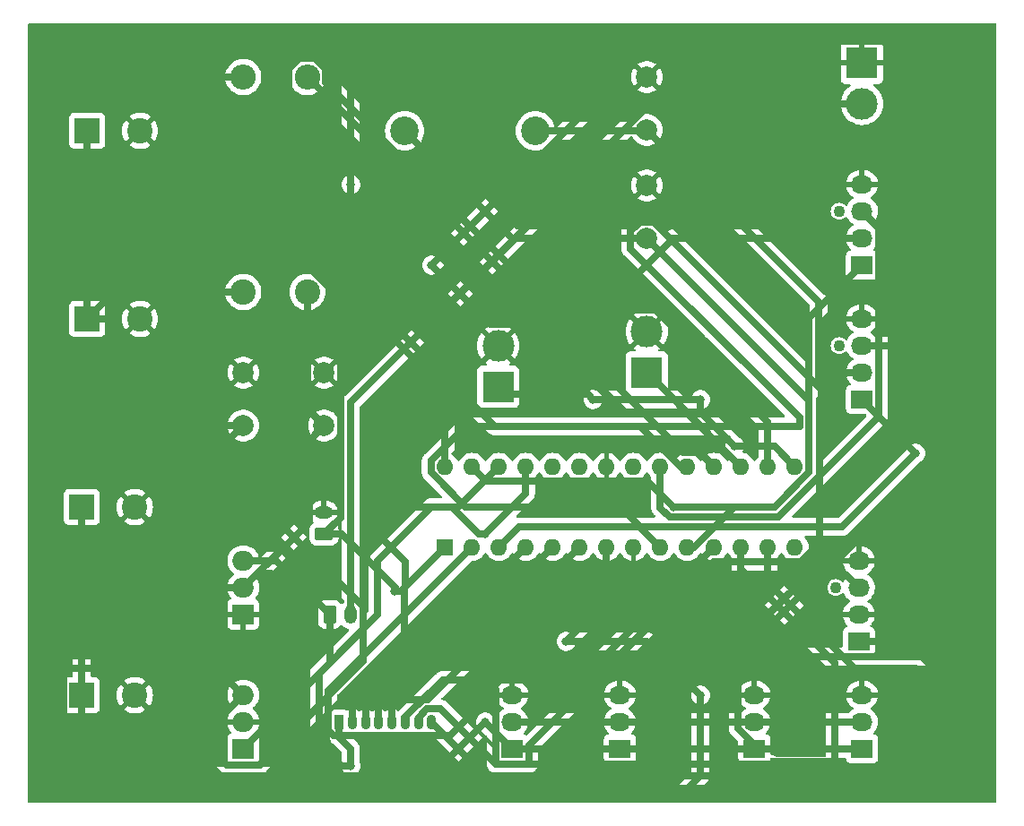
<source format=gbr>
%TF.GenerationSoftware,KiCad,Pcbnew,7.0.2*%
%TF.CreationDate,2023-06-25T21:36:58-03:00*%
%TF.ProjectId,projeto_final,70726f6a-6574-46f5-9f66-696e616c2e6b,rev?*%
%TF.SameCoordinates,Original*%
%TF.FileFunction,Soldermask,Top*%
%TF.FilePolarity,Negative*%
%FSLAX46Y46*%
G04 Gerber Fmt 4.6, Leading zero omitted, Abs format (unit mm)*
G04 Created by KiCad (PCBNEW 7.0.2) date 2023-06-25 21:36:58*
%MOMM*%
%LPD*%
G01*
G04 APERTURE LIST*
G04 Aperture macros list*
%AMRoundRect*
0 Rectangle with rounded corners*
0 $1 Rounding radius*
0 $2 $3 $4 $5 $6 $7 $8 $9 X,Y pos of 4 corners*
0 Add a 4 corners polygon primitive as box body*
4,1,4,$2,$3,$4,$5,$6,$7,$8,$9,$2,$3,0*
0 Add four circle primitives for the rounded corners*
1,1,$1+$1,$2,$3*
1,1,$1+$1,$4,$5*
1,1,$1+$1,$6,$7*
1,1,$1+$1,$8,$9*
0 Add four rect primitives between the rounded corners*
20,1,$1+$1,$2,$3,$4,$5,0*
20,1,$1+$1,$4,$5,$6,$7,0*
20,1,$1+$1,$6,$7,$8,$9,0*
20,1,$1+$1,$8,$9,$2,$3,0*%
G04 Aperture macros list end*
%ADD10O,1.600000X1.600000*%
%ADD11R,1.600000X1.600000*%
%ADD12R,2.000000X1.905000*%
%ADD13O,2.000000X1.905000*%
%ADD14RoundRect,0.225000X-0.225000X-0.475000X0.225000X-0.475000X0.225000X0.475000X-0.225000X0.475000X0*%
%ADD15O,0.900000X1.400000*%
%ADD16R,2.030000X1.730000*%
%ADD17O,2.030000X1.730000*%
%ADD18C,2.400000*%
%ADD19O,2.400000X2.400000*%
%ADD20R,3.000000X3.000000*%
%ADD21C,3.000000*%
%ADD22C,1.100000*%
%ADD23R,2.400000X2.400000*%
%ADD24C,2.000000*%
%ADD25RoundRect,0.250000X0.625000X-0.350000X0.625000X0.350000X-0.625000X0.350000X-0.625000X-0.350000X0*%
%ADD26O,1.750000X1.200000*%
%ADD27RoundRect,0.250000X-0.350000X-0.625000X0.350000X-0.625000X0.350000X0.625000X-0.350000X0.625000X0*%
%ADD28O,1.200000X1.750000*%
%ADD29C,2.700000*%
%TA.AperFunction,ComponentPad*%
%ADD30O,1.600000X1.600000*%
%TD*%
%TA.AperFunction,ComponentPad*%
%ADD31R,1.600000X1.600000*%
%TD*%
%TA.AperFunction,ComponentPad*%
%ADD32R,2.000000X1.905000*%
%TD*%
%TA.AperFunction,ComponentPad*%
%ADD33O,2.000000X1.905000*%
%TD*%
%TA.AperFunction,ComponentPad*%
%ADD34RoundRect,0.225000X-0.225000X-0.475000X0.225000X-0.475000X0.225000X0.475000X-0.225000X0.475000X0*%
%TD*%
%TA.AperFunction,ComponentPad*%
%ADD35O,0.900000X1.400000*%
%TD*%
%TA.AperFunction,ComponentPad*%
%ADD36R,2.030000X1.730000*%
%TD*%
%TA.AperFunction,ComponentPad*%
%ADD37O,2.030000X1.730000*%
%TD*%
%TA.AperFunction,ComponentPad*%
%ADD38C,2.400000*%
%TD*%
%TA.AperFunction,ComponentPad*%
%ADD39O,2.400000X2.400000*%
%TD*%
%TA.AperFunction,ComponentPad*%
%ADD40R,3.000000X3.000000*%
%TD*%
%TA.AperFunction,ComponentPad*%
%ADD41C,3.000000*%
%TD*%
%TA.AperFunction,ComponentPad*%
%ADD42R,2.400000X2.400000*%
%TD*%
%TA.AperFunction,ComponentPad*%
%ADD43C,2.000000*%
%TD*%
%TA.AperFunction,ComponentPad*%
%ADD44RoundRect,0.250000X0.625000X-0.350000X0.625000X0.350000X-0.625000X0.350000X-0.625000X-0.350000X0*%
%TD*%
%TA.AperFunction,ComponentPad*%
%ADD45O,1.750000X1.200000*%
%TD*%
%TA.AperFunction,ComponentPad*%
%ADD46RoundRect,0.250000X-0.350000X-0.625000X0.350000X-0.625000X0.350000X0.625000X-0.350000X0.625000X0*%
%TD*%
%TA.AperFunction,ComponentPad*%
%ADD47O,1.200000X1.750000*%
%TD*%
%TA.AperFunction,ComponentPad*%
%ADD48C,2.700000*%
%TD*%
%TA.AperFunction,ViaPad*%
%ADD49C,0.800000*%
%TD*%
%TA.AperFunction,Conductor*%
%ADD50C,0.700000*%
%TD*%
G04 APERTURE END LIST*
D10*
%TO.C,U1*%
X130820000Y-72380000D03*
X133360000Y-72380000D03*
X135900000Y-72380000D03*
X138440000Y-72380000D03*
X140980000Y-72380000D03*
X143520000Y-72380000D03*
X146060000Y-72380000D03*
X148600000Y-72380000D03*
X151140000Y-72380000D03*
X153680000Y-72380000D03*
X156220000Y-72380000D03*
X158760000Y-72380000D03*
X161300000Y-72380000D03*
X163840000Y-72380000D03*
X163840000Y-80000000D03*
X161300000Y-80000000D03*
X158760000Y-80000000D03*
X156220000Y-80000000D03*
X153680000Y-80000000D03*
X151140000Y-80000000D03*
X148600000Y-80000000D03*
X146060000Y-80000000D03*
X143520000Y-80000000D03*
X140980000Y-80000000D03*
X138440000Y-80000000D03*
X135900000Y-80000000D03*
X133360000Y-80000000D03*
D11*
X130820000Y-80000000D03*
%TD*%
D12*
%TO.C,U3*%
X111760000Y-99060000D03*
D13*
X111760000Y-96520000D03*
X111760000Y-93980000D03*
%TD*%
D12*
%TO.C,U2*%
X111760000Y-86360000D03*
D13*
X111760000Y-83820000D03*
X111760000Y-81280000D03*
%TD*%
D14*
%TO.C,Teclado1*%
X120790000Y-96520000D03*
D15*
X122040000Y-96520000D03*
X123290000Y-96520000D03*
X124540000Y-96520000D03*
X125790000Y-96520000D03*
X127040000Y-96520000D03*
X128290000Y-96520000D03*
X129540000Y-96520000D03*
%TD*%
D16*
%TO.C,Sensor4*%
X160020000Y-99060000D03*
D17*
X160020000Y-96520000D03*
X160020000Y-93980000D03*
%TD*%
D16*
%TO.C,Sensor3*%
X147320000Y-99060000D03*
D17*
X147320000Y-96520000D03*
X147320000Y-93980000D03*
%TD*%
D16*
%TO.C,Sensor2*%
X137160000Y-99060000D03*
D17*
X137160000Y-96520000D03*
X137160000Y-93980000D03*
%TD*%
D16*
%TO.C,Sensor1*%
X170180000Y-99060000D03*
D17*
X170180000Y-96520000D03*
X170180000Y-93980000D03*
%TD*%
D18*
%TO.C,R2*%
X117810000Y-55880000D03*
D19*
X117810000Y-35560000D03*
%TD*%
D18*
%TO.C,R1*%
X111760000Y-55880000D03*
D19*
X111760000Y-35560000D03*
%TD*%
D20*
%TO.C,PWM_Motor1*%
X135820000Y-64840000D03*
D21*
X135820000Y-60960000D03*
%TD*%
D20*
%TO.C,Motor_ONOFF1*%
X149860000Y-63500000D03*
D21*
X149860000Y-59620000D03*
%TD*%
D17*
%TO.C,LEDs1*%
X169880000Y-81280000D03*
X169880000Y-83820000D03*
X169880000Y-86360000D03*
D16*
X169880000Y-88900000D03*
D22*
X167720000Y-83820000D03*
%TD*%
D20*
%TO.C,J1*%
X170180000Y-34220000D03*
D21*
X170180000Y-38100000D03*
%TD*%
D22*
%TO.C,EAP8266_WIFI1*%
X168020000Y-60960000D03*
D16*
X170180000Y-66040000D03*
D17*
X170180000Y-63500000D03*
X170180000Y-60960000D03*
X170180000Y-58420000D03*
%TD*%
D22*
%TO.C,Display1*%
X168020000Y-48260000D03*
D16*
X170180000Y-53340000D03*
D17*
X170180000Y-50800000D03*
X170180000Y-48260000D03*
X170180000Y-45720000D03*
%TD*%
D23*
%TO.C,C10*%
X96520000Y-93980000D03*
D18*
X101520000Y-93980000D03*
%TD*%
D23*
%TO.C,C9*%
X96520000Y-76200000D03*
D18*
X101520000Y-76200000D03*
%TD*%
D23*
%TO.C,C6*%
X97012082Y-58420000D03*
D18*
X102012082Y-58420000D03*
%TD*%
D23*
%TO.C,C5*%
X97012082Y-40640000D03*
D18*
X102012082Y-40640000D03*
%TD*%
D24*
%TO.C,C4*%
X119380000Y-68500000D03*
X119380000Y-63500000D03*
%TD*%
%TO.C,C3*%
X111760000Y-68500000D03*
X111760000Y-63500000D03*
%TD*%
%TO.C,C2*%
X149860000Y-40560000D03*
X149860000Y-35560000D03*
%TD*%
%TO.C,C1*%
X149860000Y-50800000D03*
X149860000Y-45800000D03*
%TD*%
D25*
%TO.C,Bot\u00E3o_Reset1*%
X119380000Y-78740000D03*
D26*
X119380000Y-76740000D03*
%TD*%
D27*
%TO.C,Bot\u00E3o_ONOFF1*%
X119920000Y-86360000D03*
D28*
X121920000Y-86360000D03*
%TD*%
D29*
%TO.C,16MHz1*%
X127000000Y-40640000D03*
X139340000Y-40640000D03*
%TD*%
D30*
%TO.P,U1,28,PC5*%
%TO.N,Net-(Display1-Pin_2)*%
X130820000Y-72380000D03*
%TO.P,U1,27,PC4*%
%TO.N,Net-(Display1-Pin_1)*%
X133360000Y-72380000D03*
%TO.P,U1,26,PC3*%
%TO.N,Net-(Teclado1-Pin_2)*%
X135900000Y-72380000D03*
%TO.P,U1,25,PC2*%
%TO.N,Net-(Teclado1-Pin_1)*%
X138440000Y-72380000D03*
%TO.P,U1,24,PC1*%
%TO.N,unconnected-(U1-PC1-Pad24)*%
X140980000Y-72380000D03*
%TO.P,U1,23,PC0*%
%TO.N,unconnected-(U1-PC0-Pad23)*%
X143520000Y-72380000D03*
%TO.P,U1,22,GND*%
%TO.N,GND*%
X146060000Y-72380000D03*
%TO.P,U1,21,AREF*%
%TO.N,unconnected-(U1-AREF-Pad21)*%
X148600000Y-72380000D03*
%TO.P,U1,20,AVCC*%
%TO.N,VCC*%
X151140000Y-72380000D03*
%TO.P,U1,19,PB5*%
%TO.N,Net-(LEDs1-Pin_3)*%
X153680000Y-72380000D03*
%TO.P,U1,18,PB4*%
%TO.N,Net-(LEDs1-Pin_1)*%
X156220000Y-72380000D03*
%TO.P,U1,17,PB3*%
%TO.N,Net-(Motor_ONOFF1-Pin_1)*%
X158760000Y-72380000D03*
%TO.P,U1,16,PB2*%
%TO.N,Sensor*%
X161300000Y-72380000D03*
%TO.P,U1,15,PB1*%
%TO.N,Net-(PWM_Motor1-Pin_1)*%
X163840000Y-72380000D03*
%TO.P,U1,14,PB0*%
%TO.N,unconnected-(U1-PB0-Pad14)*%
X163840000Y-80000000D03*
%TO.P,U1,13,PD7*%
%TO.N,Net-(Teclado1-Pin_8)*%
X161300000Y-80000000D03*
%TO.P,U1,12,PD6*%
%TO.N,Net-(Teclado1-Pin_7)*%
X158760000Y-80000000D03*
%TO.P,U1,11,PD5*%
%TO.N,Net-(Teclado1-Pin_6)*%
X156220000Y-80000000D03*
%TO.P,U1,10,XTAL2/PB7*%
%TO.N,XTAL2*%
X153680000Y-80000000D03*
%TO.P,U1,9,XTAL1/PB6*%
%TO.N,XTAL1*%
X151140000Y-80000000D03*
%TO.P,U1,8,GND*%
%TO.N,GND*%
X148600000Y-80000000D03*
%TO.P,U1,7,VCC*%
%TO.N,VCC*%
X146060000Y-80000000D03*
%TO.P,U1,6,PD4*%
%TO.N,Net-(Teclado1-Pin_5)*%
X143520000Y-80000000D03*
%TO.P,U1,5,PD3*%
%TO.N,Net-(Teclado1-Pin_4)*%
X140980000Y-80000000D03*
%TO.P,U1,4,PD2*%
%TO.N,Net-(Teclado1-Pin_3)*%
X138440000Y-80000000D03*
%TO.P,U1,3,PD1*%
%TO.N,RX*%
X135900000Y-80000000D03*
%TO.P,U1,2,PD0*%
%TO.N,TX*%
X133360000Y-80000000D03*
D31*
%TO.P,U1,1,~{RESET}/PC6*%
%TO.N,Reset*%
X130820000Y-80000000D03*
%TD*%
D32*
%TO.P,U3,1,IN*%
%TO.N,Alimentacao*%
X111760000Y-99060000D03*
D33*
%TO.P,U3,2,GND*%
%TO.N,GND*%
X111760000Y-96520000D03*
%TO.P,U3,3,OUT*%
%TO.N,VCC*%
X111760000Y-93980000D03*
%TD*%
D32*
%TO.P,U2,1,GND*%
%TO.N,GND*%
X111760000Y-86360000D03*
D33*
%TO.P,U2,2,VO*%
%TO.N,3V3*%
X111760000Y-83820000D03*
%TO.P,U2,3,VI*%
%TO.N,Alimentacao*%
X111760000Y-81280000D03*
%TD*%
D34*
%TO.P,Teclado1,1,Pin_1*%
%TO.N,Net-(Teclado1-Pin_1)*%
X120790000Y-96520000D03*
D35*
%TO.P,Teclado1,2,Pin_2*%
%TO.N,Net-(Teclado1-Pin_2)*%
X122040000Y-96520000D03*
%TO.P,Teclado1,3,Pin_3*%
%TO.N,Net-(Teclado1-Pin_3)*%
X123290000Y-96520000D03*
%TO.P,Teclado1,4,Pin_4*%
%TO.N,Net-(Teclado1-Pin_4)*%
X124540000Y-96520000D03*
%TO.P,Teclado1,5,Pin_5*%
%TO.N,Net-(Teclado1-Pin_5)*%
X125790000Y-96520000D03*
%TO.P,Teclado1,6,Pin_6*%
%TO.N,Net-(Teclado1-Pin_6)*%
X127040000Y-96520000D03*
%TO.P,Teclado1,7,Pin_7*%
%TO.N,Net-(Teclado1-Pin_7)*%
X128290000Y-96520000D03*
%TO.P,Teclado1,8,Pin_8*%
%TO.N,Net-(Teclado1-Pin_8)*%
X129540000Y-96520000D03*
%TD*%
D36*
%TO.P,Sensor4,1,Pin_1*%
%TO.N,3V3*%
X160020000Y-99060000D03*
D37*
%TO.P,Sensor4,2,Pin_2*%
%TO.N,Sensor*%
X160020000Y-96520000D03*
%TO.P,Sensor4,3,Pin_3*%
%TO.N,GND*%
X160020000Y-93980000D03*
%TD*%
D36*
%TO.P,Sensor3,1,Pin_1*%
%TO.N,3V3*%
X147320000Y-99060000D03*
D37*
%TO.P,Sensor3,2,Pin_2*%
%TO.N,Sensor*%
X147320000Y-96520000D03*
%TO.P,Sensor3,3,Pin_3*%
%TO.N,GND*%
X147320000Y-93980000D03*
%TD*%
D36*
%TO.P,Sensor2,1,Pin_1*%
%TO.N,3V3*%
X137160000Y-99060000D03*
D37*
%TO.P,Sensor2,2,Pin_2*%
%TO.N,Sensor*%
X137160000Y-96520000D03*
%TO.P,Sensor2,3,Pin_3*%
%TO.N,GND*%
X137160000Y-93980000D03*
%TD*%
D36*
%TO.P,Sensor1,1,Pin_1*%
%TO.N,3V3*%
X170180000Y-99060000D03*
D37*
%TO.P,Sensor1,2,Pin_2*%
%TO.N,Sensor*%
X170180000Y-96520000D03*
%TO.P,Sensor1,3,Pin_3*%
%TO.N,GND*%
X170180000Y-93980000D03*
%TD*%
D38*
%TO.P,R2,1*%
%TO.N,3V3*%
X117810000Y-55880000D03*
D39*
%TO.P,R2,2*%
%TO.N,Sensor*%
X117810000Y-35560000D03*
%TD*%
D38*
%TO.P,R1,1*%
%TO.N,VCC*%
X111760000Y-55880000D03*
D39*
%TO.P,R1,2*%
%TO.N,Reset*%
X111760000Y-35560000D03*
%TD*%
D40*
%TO.P,PWM_Motor1,1,Pin_1*%
%TO.N,Net-(PWM_Motor1-Pin_1)*%
X135820000Y-64840000D03*
D41*
%TO.P,PWM_Motor1,2,Pin_2*%
%TO.N,GND*%
X135820000Y-60960000D03*
%TD*%
D40*
%TO.P,Motor_ONOFF1,1,Pin_1*%
%TO.N,Net-(Motor_ONOFF1-Pin_1)*%
X149860000Y-63500000D03*
D41*
%TO.P,Motor_ONOFF1,2,Pin_2*%
%TO.N,GND*%
X149860000Y-59620000D03*
%TD*%
D37*
%TO.P,LEDs1,4,Pin_4*%
%TO.N,GND*%
X169880000Y-81280000D03*
%TO.P,LEDs1,3,Pin_3*%
%TO.N,Net-(LEDs1-Pin_3)*%
X169880000Y-83820000D03*
%TO.P,LEDs1,2,Pin_2*%
%TO.N,GND*%
X169880000Y-86360000D03*
D36*
%TO.P,LEDs1,1,Pin_1*%
%TO.N,Net-(LEDs1-Pin_1)*%
X169880000Y-88900000D03*
%TD*%
D40*
%TO.P,J1,1,Pin_1*%
%TO.N,GND*%
X170180000Y-34220000D03*
D41*
%TO.P,J1,2,Pin_2*%
%TO.N,Net-(Bot\u00E3o_ONOFF1-Pin_2)*%
X170180000Y-38100000D03*
%TD*%
D36*
%TO.P,EAP8266_WIFI1,1,Pin_1*%
%TO.N,RX*%
X170180000Y-66040000D03*
D37*
%TO.P,EAP8266_WIFI1,2,Pin_2*%
%TO.N,TX*%
X170180000Y-63500000D03*
%TO.P,EAP8266_WIFI1,3,Pin_3*%
%TO.N,3V3*%
X170180000Y-60960000D03*
%TO.P,EAP8266_WIFI1,4,Pin_4*%
%TO.N,GND*%
X170180000Y-58420000D03*
%TD*%
D36*
%TO.P,Display1,1,Pin_1*%
%TO.N,Net-(Display1-Pin_1)*%
X170180000Y-53340000D03*
D37*
%TO.P,Display1,2,Pin_2*%
%TO.N,Net-(Display1-Pin_2)*%
X170180000Y-50800000D03*
%TO.P,Display1,3,Pin_3*%
%TO.N,VCC*%
X170180000Y-48260000D03*
%TO.P,Display1,4,Pin_4*%
%TO.N,GND*%
X170180000Y-45720000D03*
%TD*%
D42*
%TO.P,C10,1*%
%TO.N,3V3*%
X96520000Y-93980000D03*
D38*
%TO.P,C10,2*%
%TO.N,GND*%
X101520000Y-93980000D03*
%TD*%
D42*
%TO.P,C9,1*%
%TO.N,3V3*%
X96520000Y-76200000D03*
D38*
%TO.P,C9,2*%
%TO.N,GND*%
X101520000Y-76200000D03*
%TD*%
D42*
%TO.P,C6,1*%
%TO.N,VCC*%
X97012082Y-58420000D03*
D38*
%TO.P,C6,2*%
%TO.N,GND*%
X102012082Y-58420000D03*
%TD*%
D42*
%TO.P,C5,1*%
%TO.N,VCC*%
X97012082Y-40640000D03*
D38*
%TO.P,C5,2*%
%TO.N,GND*%
X102012082Y-40640000D03*
%TD*%
D43*
%TO.P,C4,1*%
%TO.N,3V3*%
X119380000Y-68500000D03*
%TO.P,C4,2*%
%TO.N,GND*%
X119380000Y-63500000D03*
%TD*%
%TO.P,C3,1*%
%TO.N,VCC*%
X111760000Y-68500000D03*
%TO.P,C3,2*%
%TO.N,GND*%
X111760000Y-63500000D03*
%TD*%
%TO.P,C2,1*%
%TO.N,XTAL1*%
X149860000Y-40560000D03*
%TO.P,C2,2*%
%TO.N,GND*%
X149860000Y-35560000D03*
%TD*%
%TO.P,C1,1*%
%TO.N,XTAL2*%
X149860000Y-50800000D03*
%TO.P,C1,2*%
%TO.N,GND*%
X149860000Y-45800000D03*
%TD*%
D44*
%TO.P,Bot\u00E3o_Reset1,1,Pin_1*%
%TO.N,Reset*%
X119380000Y-78740000D03*
D45*
%TO.P,Bot\u00E3o_Reset1,2,Pin_2*%
%TO.N,GND*%
X119380000Y-76740000D03*
%TD*%
D46*
%TO.P,Bot\u00E3o_ONOFF1,1,Pin_1*%
%TO.N,Alimentacao*%
X119920000Y-86360000D03*
D47*
%TO.P,Bot\u00E3o_ONOFF1,2,Pin_2*%
%TO.N,Net-(Bot\u00E3o_ONOFF1-Pin_2)*%
X121920000Y-86360000D03*
%TD*%
D48*
%TO.P,16MHz1,1,1*%
%TO.N,XTAL2*%
X127000000Y-40640000D03*
%TO.P,16MHz1,2,2*%
%TO.N,XTAL1*%
X139340000Y-40640000D03*
%TD*%
D49*
%TO.N,VCC*%
X154940000Y-93980000D03*
X142240000Y-88900000D03*
%TO.N,Reset*%
X126050500Y-84192792D03*
%TO.N,Net-(Teclado1-Pin_1)*%
X121920000Y-100650500D03*
X134620000Y-78740000D03*
%TO.N,Net-(LEDs1-Pin_3)*%
X121920000Y-45720000D03*
%TO.N,Net-(LEDs1-Pin_1)*%
X129540000Y-53340000D03*
X170180000Y-88900000D03*
%TO.N,RX*%
X175260000Y-71120000D03*
%TO.N,Net-(PWM_Motor1-Pin_1)*%
X158161398Y-70438602D03*
X154940000Y-66040000D03*
X144780000Y-66040000D03*
%TO.N,Net-(Display1-Pin_1)*%
X152400000Y-76200000D03*
%TO.N,3V3*%
X134620000Y-96520000D03*
%TD*%
D50*
%TO.N,VCC*%
X109220000Y-91440000D02*
X111760000Y-93980000D01*
X95560000Y-91440000D02*
X109220000Y-91440000D01*
X94770000Y-92230000D02*
X95560000Y-91440000D01*
X94770000Y-101122792D02*
X94770000Y-92230000D01*
X97437208Y-103790000D02*
X94770000Y-101122792D01*
X152750000Y-103790000D02*
X97437208Y-103790000D01*
X154940000Y-101600000D02*
X152750000Y-103790000D01*
X154940000Y-93980000D02*
X154940000Y-101600000D01*
X146060000Y-85080000D02*
X142240000Y-88900000D01*
X146060000Y-80000000D02*
X146060000Y-85080000D01*
%TO.N,Reset*%
X126627208Y-84192792D02*
X130820000Y-80000000D01*
X126050500Y-84192792D02*
X126627208Y-84192792D01*
%TO.N,Net-(Teclado1-Pin_1)*%
X133998019Y-78740000D02*
X134620000Y-78740000D01*
X131458019Y-76200000D02*
X133998019Y-78740000D01*
X118890000Y-91930000D02*
X124460000Y-86360000D01*
X118890000Y-98570000D02*
X118890000Y-91930000D01*
X121020000Y-100700000D02*
X118890000Y-98570000D01*
X129540000Y-76200000D02*
X131458019Y-76200000D01*
X121920000Y-100700000D02*
X121020000Y-100700000D01*
X124460000Y-86360000D02*
X124460000Y-81280000D01*
X121920000Y-100650500D02*
X121920000Y-100700000D01*
X124460000Y-81280000D02*
X129540000Y-76200000D01*
%TO.N,3V3*%
X160408888Y-99060000D02*
X170180000Y-99060000D01*
X158455000Y-97106112D02*
X160408888Y-99060000D01*
X158455000Y-89192208D02*
X158455000Y-97106112D01*
X165877208Y-81770000D02*
X158455000Y-89192208D01*
X167238888Y-81770000D02*
X165877208Y-81770000D01*
X177800000Y-71208888D02*
X167238888Y-81770000D01*
X177800000Y-63500000D02*
X177800000Y-71208888D01*
X175260000Y-60960000D02*
X177800000Y-63500000D01*
X170180000Y-60960000D02*
X175260000Y-60960000D01*
%TO.N,Net-(LEDs1-Pin_3)*%
X168730000Y-82670000D02*
X169880000Y-83820000D01*
X166250000Y-82670000D02*
X168730000Y-82670000D01*
X160020000Y-88900000D02*
X166250000Y-82670000D01*
X179990000Y-86710000D02*
X176385000Y-90315000D01*
X176385000Y-90315000D02*
X161435000Y-90315000D01*
X179990000Y-37750000D02*
X179990000Y-86710000D01*
X126210000Y-31270000D02*
X173510000Y-31270000D01*
X173510000Y-31270000D02*
X179990000Y-37750000D01*
X121920000Y-35560000D02*
X126210000Y-31270000D01*
X161435000Y-90315000D02*
X160020000Y-88900000D01*
X121920000Y-45720000D02*
X121920000Y-35560000D01*
%TO.N,Net-(LEDs1-Pin_1)*%
X150710000Y-32170000D02*
X129540000Y-53340000D01*
X179090000Y-39030000D02*
X172230000Y-32170000D01*
X175260000Y-88900000D02*
X179090000Y-85070000D01*
X179090000Y-85070000D02*
X179090000Y-39030000D01*
X170180000Y-88900000D02*
X175260000Y-88900000D01*
X172230000Y-32170000D02*
X150710000Y-32170000D01*
%TO.N,TX*%
X119790000Y-93570000D02*
X133360000Y-80000000D01*
X119790000Y-97316016D02*
X119790000Y-93570000D01*
X120243984Y-97770000D02*
X119790000Y-97316016D01*
X131290000Y-97770000D02*
X120243984Y-97770000D01*
X135595000Y-100475000D02*
X135595000Y-93465000D01*
X138725000Y-100475000D02*
X135595000Y-100475000D01*
X138725000Y-98767792D02*
X138725000Y-100475000D01*
X156142792Y-81350000D02*
X138725000Y-98767792D01*
X164399189Y-81350000D02*
X156142792Y-81350000D01*
X166160760Y-79588429D02*
X164399189Y-81350000D01*
X166160760Y-66040000D02*
X166160760Y-79588429D01*
X168700760Y-63500000D02*
X166160760Y-66040000D01*
X170180000Y-63500000D02*
X168700760Y-63500000D01*
X135595000Y-93465000D02*
X131290000Y-97770000D01*
%TO.N,RX*%
X175260000Y-71120000D02*
X170180000Y-66040000D01*
%TO.N,Net-(PWM_Motor1-Pin_1)*%
X158161398Y-70438602D02*
X161898602Y-70438602D01*
X161898602Y-70438602D02*
X163840000Y-72380000D01*
X144780000Y-66040000D02*
X154940000Y-66040000D01*
%TO.N,Net-(Display1-Pin_1)*%
X134710000Y-73730000D02*
X133360000Y-72380000D01*
X152400000Y-76200000D02*
X149930000Y-73730000D01*
X149930000Y-73730000D02*
X134710000Y-73730000D01*
%TO.N,Net-(Bot\u00E3o_ONOFF1-Pin_2)*%
X121920000Y-66307968D02*
X121920000Y-86360000D01*
X170180000Y-38100000D02*
X150127968Y-38100000D01*
X150127968Y-38100000D02*
X121920000Y-66307968D01*
%TO.N,3V3*%
X117955000Y-77625000D02*
X111760000Y-83820000D01*
X117955000Y-69925000D02*
X117955000Y-77625000D01*
X119380000Y-68500000D02*
X117955000Y-69925000D01*
X129540000Y-101600000D02*
X96520000Y-101600000D01*
X134620000Y-96520000D02*
X129540000Y-101600000D01*
X96520000Y-101600000D02*
X96520000Y-93980000D01*
X170180000Y-99060000D02*
X160020000Y-99060000D01*
%TO.N,Sensor*%
X170180000Y-96520000D02*
X160020000Y-96520000D01*
%TO.N,Net-(Teclado1-Pin_6)*%
X130580786Y-92565000D02*
X127000000Y-96145786D01*
X127000000Y-96145786D02*
X127000000Y-96520000D01*
X143655000Y-92565000D02*
X130580786Y-92565000D01*
X156220000Y-80000000D02*
X143655000Y-92565000D01*
%TO.N,XTAL1*%
X147340000Y-76200000D02*
X151140000Y-80000000D01*
X132730811Y-76200000D02*
X147340000Y-76200000D01*
X129470000Y-72939189D02*
X132730811Y-76200000D01*
X129470000Y-71820811D02*
X129470000Y-72939189D01*
X132710811Y-68580000D02*
X129470000Y-71820811D01*
X164290000Y-68580000D02*
X132710811Y-68580000D01*
X164290000Y-67770000D02*
X164290000Y-68580000D01*
X148310000Y-51790000D02*
X164290000Y-67770000D01*
X148310000Y-50157968D02*
X148310000Y-51790000D01*
X149217968Y-49250000D02*
X148310000Y-50157968D01*
X150502032Y-49250000D02*
X149217968Y-49250000D01*
X166090000Y-64837968D02*
X150502032Y-49250000D01*
X166090000Y-56790000D02*
X166090000Y-64837968D01*
X149860000Y-40560000D02*
X166090000Y-56790000D01*
%TO.N,XTAL2*%
X154290811Y-80020000D02*
X153700000Y-80020000D01*
X153700000Y-80020000D02*
X153680000Y-80000000D01*
X158110811Y-76200000D02*
X154290811Y-80020000D01*
X165190000Y-66130000D02*
X165190000Y-72939189D01*
X165190000Y-72939189D02*
X161929189Y-76200000D01*
X161929189Y-76200000D02*
X158110811Y-76200000D01*
X149860000Y-50800000D02*
X165190000Y-66130000D01*
%TD*%
%TA.AperFunction,Conductor*%
%TO.N,GND*%
G36*
X125562554Y-30500185D02*
G01*
X125608309Y-30552989D01*
X125618253Y-30622147D01*
X125589228Y-30685703D01*
X125580791Y-30694522D01*
X125557877Y-30716226D01*
X125543091Y-30734119D01*
X121346610Y-34930599D01*
X121339208Y-34937424D01*
X121298898Y-34971664D01*
X121250922Y-35034773D01*
X121248859Y-35037412D01*
X121199086Y-35099335D01*
X121186998Y-35118824D01*
X121153644Y-35190916D01*
X121152194Y-35193941D01*
X121116908Y-35265090D01*
X121109293Y-35286719D01*
X121092219Y-35364283D01*
X121091453Y-35367549D01*
X121072289Y-35444610D01*
X121069500Y-35467390D01*
X121069500Y-35546772D01*
X121069455Y-35550129D01*
X121067303Y-35629550D01*
X121069500Y-35652650D01*
X121069499Y-45403850D01*
X121063430Y-45442167D01*
X121034327Y-45531740D01*
X121034326Y-45531744D01*
X121014540Y-45720000D01*
X121022247Y-45793327D01*
X121034326Y-45908257D01*
X121092820Y-46088284D01*
X121187466Y-46252216D01*
X121314129Y-46392889D01*
X121467269Y-46504151D01*
X121640197Y-46581144D01*
X121825352Y-46620500D01*
X121825354Y-46620500D01*
X122014648Y-46620500D01*
X122138083Y-46594262D01*
X122199803Y-46581144D01*
X122372730Y-46504151D01*
X122525871Y-46392888D01*
X122652533Y-46252216D01*
X122747179Y-46088284D01*
X122805674Y-45908256D01*
X122825460Y-45720000D01*
X122805674Y-45531744D01*
X122776569Y-45442167D01*
X122770500Y-45403850D01*
X122770500Y-40640000D01*
X125144772Y-40640000D01*
X125163657Y-40904027D01*
X125219921Y-41162673D01*
X125219923Y-41162678D01*
X125312426Y-41410689D01*
X125312428Y-41410692D01*
X125439282Y-41643009D01*
X125518598Y-41748963D01*
X125597913Y-41854915D01*
X125785085Y-42042087D01*
X125944012Y-42161058D01*
X125996990Y-42200717D01*
X126044981Y-42226922D01*
X126229311Y-42327574D01*
X126477322Y-42420077D01*
X126477325Y-42420077D01*
X126477326Y-42420078D01*
X126525667Y-42430593D01*
X126735974Y-42476343D01*
X127000000Y-42495227D01*
X127264026Y-42476343D01*
X127522678Y-42420077D01*
X127770689Y-42327574D01*
X128003011Y-42200716D01*
X128214915Y-42042087D01*
X128402087Y-41854915D01*
X128560716Y-41643011D01*
X128687574Y-41410689D01*
X128780077Y-41162678D01*
X128836343Y-40904026D01*
X128855227Y-40640000D01*
X128836343Y-40375974D01*
X128780077Y-40117322D01*
X128687574Y-39869311D01*
X128606068Y-39720045D01*
X128560717Y-39636990D01*
X128422429Y-39452259D01*
X128402087Y-39425085D01*
X128214915Y-39237913D01*
X128078139Y-39135524D01*
X128003009Y-39079282D01*
X127836898Y-38988579D01*
X127770689Y-38952426D01*
X127522678Y-38859923D01*
X127522673Y-38859921D01*
X127264027Y-38803657D01*
X127000000Y-38784772D01*
X126735972Y-38803657D01*
X126477326Y-38859921D01*
X126353316Y-38906174D01*
X126229311Y-38952426D01*
X126229308Y-38952427D01*
X126229307Y-38952428D01*
X125996990Y-39079282D01*
X125785082Y-39237915D01*
X125597915Y-39425082D01*
X125439282Y-39636990D01*
X125357247Y-39787227D01*
X125312426Y-39869311D01*
X125266174Y-39993316D01*
X125219921Y-40117326D01*
X125163657Y-40375972D01*
X125144772Y-40640000D01*
X122770500Y-40640000D01*
X122770500Y-35963651D01*
X122790185Y-35896612D01*
X122806819Y-35875970D01*
X126525970Y-32156819D01*
X126587293Y-32123334D01*
X126613651Y-32120500D01*
X149257350Y-32120500D01*
X149324389Y-32140185D01*
X149370144Y-32192989D01*
X149380088Y-32262147D01*
X149351063Y-32325703D01*
X149345031Y-32332181D01*
X141359233Y-40317976D01*
X141297910Y-40351461D01*
X141228218Y-40346477D01*
X141172285Y-40304605D01*
X141150386Y-40256652D01*
X141120078Y-40117327D01*
X141120078Y-40117326D01*
X141120077Y-40117322D01*
X141027574Y-39869311D01*
X140946068Y-39720045D01*
X140900717Y-39636990D01*
X140762429Y-39452259D01*
X140742087Y-39425085D01*
X140554915Y-39237913D01*
X140418139Y-39135524D01*
X140343009Y-39079282D01*
X140176898Y-38988579D01*
X140110689Y-38952426D01*
X139862678Y-38859923D01*
X139862673Y-38859921D01*
X139604027Y-38803657D01*
X139339999Y-38784772D01*
X139075972Y-38803657D01*
X138817326Y-38859921D01*
X138693316Y-38906174D01*
X138569311Y-38952426D01*
X138569308Y-38952427D01*
X138569307Y-38952428D01*
X138336990Y-39079282D01*
X138125082Y-39237915D01*
X137937915Y-39425082D01*
X137779282Y-39636990D01*
X137697247Y-39787227D01*
X137652426Y-39869311D01*
X137606174Y-39993316D01*
X137559921Y-40117326D01*
X137503657Y-40375972D01*
X137484772Y-40640000D01*
X137503657Y-40904027D01*
X137559921Y-41162673D01*
X137559923Y-41162678D01*
X137652426Y-41410689D01*
X137652428Y-41410692D01*
X137779282Y-41643009D01*
X137858598Y-41748963D01*
X137937913Y-41854915D01*
X138125085Y-42042087D01*
X138284013Y-42161058D01*
X138336990Y-42200717D01*
X138384981Y-42226922D01*
X138569311Y-42327574D01*
X138817322Y-42420077D01*
X138956652Y-42450386D01*
X139017976Y-42483870D01*
X139051461Y-42545193D01*
X139046477Y-42614885D01*
X139017976Y-42659233D01*
X129164972Y-52512237D01*
X129127729Y-52537834D01*
X129087270Y-52555848D01*
X128934129Y-52667111D01*
X128807466Y-52807783D01*
X128712820Y-52971715D01*
X128654326Y-53151742D01*
X128634540Y-53340000D01*
X128654326Y-53528257D01*
X128712820Y-53708284D01*
X128807466Y-53872216D01*
X128934129Y-54012889D01*
X129087269Y-54124151D01*
X129260197Y-54201144D01*
X129445352Y-54240500D01*
X129445354Y-54240500D01*
X129634648Y-54240500D01*
X129758084Y-54214262D01*
X129819803Y-54201144D01*
X129992730Y-54124151D01*
X130145871Y-54012888D01*
X130272533Y-53872216D01*
X130349013Y-53739747D01*
X130368710Y-53714077D01*
X148200802Y-35881986D01*
X148262121Y-35848504D01*
X148331813Y-35853488D01*
X148387746Y-35895360D01*
X148408684Y-35939228D01*
X148436411Y-36048716D01*
X148536268Y-36276370D01*
X148636563Y-36429882D01*
X148636564Y-36429882D01*
X149376922Y-35689523D01*
X149400507Y-35769844D01*
X149478239Y-35890798D01*
X149586900Y-35984952D01*
X149717685Y-36044680D01*
X149727466Y-36046086D01*
X148989942Y-36783609D01*
X148989942Y-36783610D01*
X149036766Y-36820055D01*
X149255393Y-36938368D01*
X149490506Y-37019083D01*
X149735707Y-37060000D01*
X149794585Y-37060000D01*
X149861624Y-37079685D01*
X149907379Y-37132489D01*
X149917323Y-37201647D01*
X149888298Y-37265203D01*
X149834183Y-37301506D01*
X149786339Y-37317628D01*
X149768639Y-37323592D01*
X149747941Y-37333510D01*
X149681027Y-37376280D01*
X149678176Y-37378049D01*
X149610133Y-37418989D01*
X149592063Y-37433116D01*
X149535927Y-37489251D01*
X149533524Y-37491589D01*
X149475843Y-37546229D01*
X149461062Y-37564115D01*
X121346610Y-65678567D01*
X121339208Y-65685392D01*
X121298898Y-65719632D01*
X121250922Y-65782741D01*
X121248859Y-65785380D01*
X121199086Y-65847303D01*
X121186998Y-65866792D01*
X121153644Y-65938884D01*
X121152194Y-65941909D01*
X121116908Y-66013058D01*
X121109293Y-66034687D01*
X121092219Y-66112251D01*
X121091453Y-66115517D01*
X121072289Y-66192578D01*
X121069500Y-66215358D01*
X121069500Y-66294740D01*
X121069455Y-66298097D01*
X121067303Y-66377518D01*
X121069500Y-66400618D01*
X121069499Y-68064519D01*
X121049814Y-68131559D01*
X120997010Y-68177313D01*
X120927852Y-68187257D01*
X120864296Y-68158232D01*
X120826522Y-68099454D01*
X120825306Y-68095009D01*
X120804063Y-68011119D01*
X120704173Y-67783393D01*
X120568164Y-67575215D01*
X120399744Y-67392262D01*
X120343898Y-67348795D01*
X120203514Y-67239529D01*
X120203510Y-67239526D01*
X120203509Y-67239526D01*
X119984810Y-67121172D01*
X119984806Y-67121170D01*
X119984805Y-67121170D01*
X119749615Y-67040429D01*
X119504335Y-66999500D01*
X119255665Y-66999500D01*
X119010384Y-67040429D01*
X118775194Y-67121170D01*
X118775190Y-67121171D01*
X118775190Y-67121172D01*
X118687710Y-67168513D01*
X118556485Y-67239529D01*
X118360259Y-67392259D01*
X118360256Y-67392261D01*
X118360256Y-67392262D01*
X118191836Y-67575215D01*
X118146499Y-67644607D01*
X118055825Y-67783395D01*
X118001637Y-67906933D01*
X117955937Y-68011119D01*
X117918683Y-68158232D01*
X117894891Y-68252183D01*
X117874356Y-68499999D01*
X117892785Y-68722398D01*
X117878704Y-68790834D01*
X117856890Y-68820319D01*
X117381610Y-69295599D01*
X117374208Y-69302424D01*
X117333898Y-69336664D01*
X117285922Y-69399773D01*
X117283859Y-69402412D01*
X117234086Y-69464335D01*
X117221998Y-69483824D01*
X117221946Y-69483935D01*
X117221946Y-69483936D01*
X117188932Y-69555294D01*
X117188644Y-69555916D01*
X117187194Y-69558941D01*
X117151908Y-69630090D01*
X117144293Y-69651719D01*
X117127219Y-69729283D01*
X117126453Y-69732549D01*
X117107289Y-69809610D01*
X117104500Y-69832390D01*
X117104500Y-69911772D01*
X117104455Y-69915129D01*
X117102303Y-69994550D01*
X117104500Y-70017650D01*
X117104500Y-77221348D01*
X117084815Y-77288387D01*
X117068181Y-77309029D01*
X113421196Y-80956013D01*
X113359873Y-80989498D01*
X113290181Y-80984514D01*
X113234248Y-80942642D01*
X113216234Y-80908595D01*
X113207509Y-80883181D01*
X113142679Y-80694336D01*
X113028072Y-80482561D01*
X112880171Y-80292537D01*
X112703010Y-80129449D01*
X112501422Y-79997745D01*
X112481574Y-79989039D01*
X112280906Y-79901017D01*
X112047477Y-79841905D01*
X112014532Y-79839175D01*
X111867600Y-79827000D01*
X111652400Y-79827000D01*
X111538411Y-79836445D01*
X111472522Y-79841905D01*
X111239093Y-79901017D01*
X111018577Y-79997745D01*
X110816991Y-80129448D01*
X110639829Y-80292536D01*
X110491929Y-80482559D01*
X110459926Y-80541695D01*
X110399061Y-80654165D01*
X110377319Y-80694340D01*
X110299134Y-80922084D01*
X110259500Y-81159601D01*
X110259500Y-81400398D01*
X110299134Y-81637915D01*
X110377319Y-81865659D01*
X110377321Y-81865664D01*
X110491928Y-82077439D01*
X110639829Y-82267463D01*
X110816990Y-82430551D01*
X110835508Y-82442649D01*
X110840930Y-82446192D01*
X110886286Y-82499339D01*
X110895709Y-82568570D01*
X110866206Y-82631906D01*
X110840930Y-82653808D01*
X110816991Y-82669448D01*
X110639829Y-82832536D01*
X110491929Y-83022559D01*
X110377319Y-83234340D01*
X110299134Y-83462084D01*
X110259500Y-83699601D01*
X110259500Y-83940398D01*
X110299134Y-84177915D01*
X110377319Y-84405659D01*
X110377321Y-84405664D01*
X110491928Y-84617439D01*
X110505524Y-84634907D01*
X110603154Y-84760344D01*
X110628796Y-84825339D01*
X110615229Y-84893879D01*
X110566760Y-84944203D01*
X110548635Y-84952687D01*
X110517913Y-84964146D01*
X110402811Y-85050311D01*
X110316647Y-85165410D01*
X110266400Y-85300128D01*
X110260354Y-85356367D01*
X110260000Y-85362981D01*
X110260000Y-86110000D01*
X111265148Y-86110000D01*
X111216441Y-86247047D01*
X111206123Y-86397886D01*
X111236884Y-86545915D01*
X111270090Y-86610000D01*
X110260000Y-86610000D01*
X110260000Y-87357018D01*
X110260354Y-87363632D01*
X110266400Y-87419871D01*
X110316647Y-87554589D01*
X110402811Y-87669688D01*
X110517910Y-87755852D01*
X110652628Y-87806099D01*
X110708867Y-87812145D01*
X110715482Y-87812500D01*
X111510000Y-87812500D01*
X111510000Y-86851683D01*
X111538819Y-86869209D01*
X111684404Y-86910000D01*
X111797622Y-86910000D01*
X111909783Y-86894584D01*
X112010000Y-86851053D01*
X112010000Y-87812500D01*
X112804518Y-87812500D01*
X112811132Y-87812145D01*
X112867371Y-87806099D01*
X113002089Y-87755852D01*
X113117188Y-87669688D01*
X113203352Y-87554589D01*
X113253599Y-87419871D01*
X113259645Y-87363632D01*
X113260000Y-87357018D01*
X113260000Y-86610000D01*
X112254852Y-86610000D01*
X112303559Y-86472953D01*
X112313877Y-86322114D01*
X112283116Y-86174085D01*
X112249910Y-86110000D01*
X113260000Y-86110000D01*
X113260000Y-85362981D01*
X113259645Y-85356367D01*
X113253599Y-85300128D01*
X113203352Y-85165410D01*
X113117188Y-85050311D01*
X113002088Y-84964147D01*
X112971365Y-84952688D01*
X112915432Y-84910816D01*
X112891015Y-84845351D01*
X112905867Y-84777079D01*
X112916845Y-84760344D01*
X112930043Y-84743387D01*
X113028072Y-84617439D01*
X113142679Y-84405664D01*
X113220866Y-84177913D01*
X113260500Y-83940399D01*
X113260500Y-83699601D01*
X113245648Y-83610599D01*
X113254030Y-83541237D01*
X113280273Y-83502514D01*
X117792821Y-78989966D01*
X117854142Y-78956483D01*
X117923834Y-78961467D01*
X117979767Y-79003339D01*
X118004184Y-79068803D01*
X118004500Y-79077647D01*
X118004500Y-79136858D01*
X118004500Y-79136877D01*
X118004501Y-79140008D01*
X118004820Y-79143140D01*
X118004821Y-79143141D01*
X118015000Y-79242796D01*
X118070186Y-79409334D01*
X118162288Y-79558657D01*
X118286342Y-79682711D01*
X118320554Y-79703813D01*
X118435666Y-79774814D01*
X118532679Y-79806961D01*
X118602202Y-79829999D01*
X118701858Y-79840180D01*
X118701859Y-79840180D01*
X118704991Y-79840500D01*
X120055008Y-79840499D01*
X120157797Y-79829999D01*
X120324334Y-79774814D01*
X120473656Y-79682712D01*
X120597712Y-79558656D01*
X120689814Y-79409334D01*
X120744999Y-79242797D01*
X120755500Y-79140009D01*
X120755499Y-78339992D01*
X120744999Y-78237203D01*
X120689814Y-78070666D01*
X120597712Y-77921344D01*
X120597711Y-77921342D01*
X120473657Y-77797288D01*
X120409808Y-77757906D01*
X120363083Y-77705958D01*
X120351860Y-77636996D01*
X120379704Y-77572913D01*
X120398253Y-77554896D01*
X120417539Y-77539729D01*
X120555111Y-77380963D01*
X120660146Y-77199036D01*
X120728856Y-77000511D01*
X120730368Y-76990000D01*
X119659560Y-76990000D01*
X119698278Y-76947941D01*
X119748551Y-76833330D01*
X119758886Y-76708605D01*
X119728163Y-76587281D01*
X119664606Y-76490000D01*
X120726257Y-76490000D01*
X120699229Y-76378589D01*
X120611960Y-76187494D01*
X120490107Y-76016378D01*
X120338066Y-75871407D01*
X120161344Y-75757833D01*
X119966314Y-75679755D01*
X119760038Y-75640000D01*
X119630000Y-75640000D01*
X119630000Y-76459382D01*
X119560948Y-76405637D01*
X119442576Y-76365000D01*
X119348927Y-76365000D01*
X119256554Y-76380414D01*
X119146486Y-76439981D01*
X119130000Y-76457889D01*
X119130000Y-75640000D01*
X119055550Y-75640000D01*
X119049640Y-75640281D01*
X118941287Y-75650628D01*
X118872680Y-75637406D01*
X118822113Y-75589190D01*
X118805500Y-75527190D01*
X118805500Y-70328650D01*
X118825185Y-70261611D01*
X118841815Y-70240973D01*
X119061950Y-70020837D01*
X119123271Y-69987354D01*
X119170035Y-69986211D01*
X119255665Y-70000500D01*
X119255667Y-70000500D01*
X119504335Y-70000500D01*
X119749614Y-69959571D01*
X119984810Y-69878828D01*
X120203509Y-69760474D01*
X120399744Y-69607738D01*
X120568164Y-69424785D01*
X120704173Y-69216607D01*
X120804063Y-68988881D01*
X120825295Y-68905037D01*
X120860832Y-68844885D01*
X120923252Y-68813492D01*
X120992735Y-68820830D01*
X121047221Y-68864568D01*
X121069411Y-68930820D01*
X121069499Y-68935480D01*
X121069500Y-85173769D01*
X121049815Y-85240808D01*
X120997011Y-85286563D01*
X120927853Y-85296507D01*
X120864297Y-85267482D01*
X120857819Y-85261450D01*
X120738657Y-85142288D01*
X120589334Y-85050186D01*
X120422797Y-84995000D01*
X120323141Y-84984819D01*
X120323122Y-84984818D01*
X120320009Y-84984500D01*
X120316860Y-84984500D01*
X119523141Y-84984500D01*
X119523121Y-84984500D01*
X119519992Y-84984501D01*
X119516860Y-84984820D01*
X119516858Y-84984821D01*
X119417203Y-84995000D01*
X119250665Y-85050186D01*
X119101342Y-85142288D01*
X118977288Y-85266342D01*
X118885186Y-85415665D01*
X118830000Y-85582202D01*
X118819819Y-85681858D01*
X118819817Y-85681878D01*
X118819500Y-85684991D01*
X118819500Y-85688138D01*
X118819500Y-85688139D01*
X118819500Y-87031859D01*
X118819500Y-87031878D01*
X118819501Y-87035008D01*
X118819820Y-87038140D01*
X118819821Y-87038141D01*
X118830000Y-87137796D01*
X118885186Y-87304334D01*
X118977288Y-87453657D01*
X119101342Y-87577711D01*
X119101344Y-87577712D01*
X119250666Y-87669814D01*
X119362016Y-87706712D01*
X119417202Y-87724999D01*
X119516858Y-87735180D01*
X119516859Y-87735180D01*
X119519991Y-87735500D01*
X120320008Y-87735499D01*
X120422797Y-87724999D01*
X120589334Y-87669814D01*
X120738656Y-87577712D01*
X120862712Y-87453656D01*
X120901815Y-87390258D01*
X120953761Y-87343535D01*
X121022723Y-87332312D01*
X121086806Y-87360155D01*
X121104818Y-87378698D01*
X121119908Y-87397886D01*
X121244447Y-87505800D01*
X121278745Y-87535520D01*
X121302991Y-87549518D01*
X121460756Y-87640604D01*
X121656776Y-87708447D01*
X121713691Y-87748975D01*
X121739659Y-87813840D01*
X121726436Y-87882447D01*
X121703901Y-87913308D01*
X118316610Y-91300599D01*
X118309208Y-91307424D01*
X118268898Y-91341664D01*
X118220922Y-91404773D01*
X118218859Y-91407412D01*
X118169086Y-91469335D01*
X118156998Y-91488824D01*
X118123644Y-91560916D01*
X118122194Y-91563941D01*
X118086908Y-91635090D01*
X118079293Y-91656719D01*
X118062219Y-91734283D01*
X118061453Y-91737549D01*
X118042289Y-91814610D01*
X118039500Y-91837390D01*
X118039500Y-91916772D01*
X118039455Y-91920129D01*
X118037303Y-91999550D01*
X118039500Y-92022650D01*
X118039500Y-98530393D01*
X118039091Y-98540456D01*
X118034799Y-98593167D01*
X118045502Y-98671732D01*
X118045910Y-98675062D01*
X118054498Y-98754025D01*
X118059732Y-98776356D01*
X118059772Y-98776467D01*
X118059773Y-98776468D01*
X118087129Y-98850934D01*
X118088228Y-98854054D01*
X118113594Y-98929333D01*
X118123508Y-98950023D01*
X118140198Y-98976133D01*
X118166295Y-99016962D01*
X118168037Y-99019771D01*
X118206538Y-99083761D01*
X118208990Y-99087835D01*
X118223116Y-99105905D01*
X118223199Y-99105988D01*
X118223200Y-99105989D01*
X118279302Y-99162091D01*
X118281608Y-99164461D01*
X118336151Y-99222041D01*
X118336152Y-99222042D01*
X118336233Y-99222127D01*
X118354117Y-99236906D01*
X119100200Y-99982989D01*
X119655031Y-100537819D01*
X119688516Y-100599142D01*
X119683532Y-100668834D01*
X119641660Y-100724767D01*
X119576196Y-100749184D01*
X119567350Y-100749500D01*
X112903505Y-100749500D01*
X112836466Y-100729815D01*
X112790711Y-100677011D01*
X112780767Y-100607853D01*
X112809792Y-100544297D01*
X112860172Y-100509318D01*
X112881425Y-100501391D01*
X113002331Y-100456296D01*
X113117546Y-100370046D01*
X113203796Y-100254831D01*
X113254091Y-100119983D01*
X113260500Y-100060373D01*
X113260499Y-98059628D01*
X113254091Y-98000017D01*
X113203796Y-97865169D01*
X113117546Y-97749954D01*
X113002331Y-97663704D01*
X112971193Y-97652090D01*
X112915261Y-97610219D01*
X112890844Y-97544755D01*
X112905696Y-97476482D01*
X112916675Y-97459746D01*
X113027651Y-97317164D01*
X113142219Y-97105460D01*
X113220380Y-96877792D01*
X113238367Y-96770000D01*
X112254852Y-96770000D01*
X112303559Y-96632953D01*
X112313877Y-96482114D01*
X112283116Y-96334085D01*
X112249910Y-96270000D01*
X113238366Y-96270000D01*
X113238366Y-96269999D01*
X113220380Y-96162207D01*
X113142219Y-95934539D01*
X113027651Y-95722835D01*
X112879798Y-95532873D01*
X112702704Y-95369846D01*
X112678614Y-95354107D01*
X112633257Y-95300961D01*
X112623833Y-95231729D01*
X112653335Y-95168393D01*
X112678610Y-95146492D01*
X112703010Y-95130551D01*
X112880171Y-94967463D01*
X113028072Y-94777439D01*
X113142679Y-94565664D01*
X113220866Y-94337913D01*
X113260500Y-94100399D01*
X113260500Y-93859601D01*
X113220866Y-93622087D01*
X113142679Y-93394336D01*
X113028072Y-93182561D01*
X112880171Y-92992537D01*
X112703010Y-92829449D01*
X112501422Y-92697745D01*
X112443904Y-92672515D01*
X112280906Y-92601017D01*
X112047477Y-92541905D01*
X112014532Y-92539175D01*
X111867600Y-92527000D01*
X111652400Y-92527000D01*
X111649869Y-92527209D01*
X111649861Y-92527210D01*
X111577979Y-92533166D01*
X111509543Y-92519084D01*
X111480059Y-92497270D01*
X109849400Y-90866611D01*
X109842573Y-90859205D01*
X109808341Y-90818904D01*
X109808339Y-90818902D01*
X109808337Y-90818900D01*
X109745167Y-90770879D01*
X109742622Y-90768889D01*
X109680754Y-90719158D01*
X109680751Y-90719156D01*
X109680666Y-90719088D01*
X109661174Y-90706997D01*
X109589082Y-90673643D01*
X109586057Y-90672193D01*
X109514907Y-90636907D01*
X109493280Y-90629292D01*
X109415733Y-90612223D01*
X109412464Y-90611457D01*
X109335386Y-90592289D01*
X109312616Y-90589500D01*
X109312497Y-90589500D01*
X109233227Y-90589500D01*
X109229870Y-90589455D01*
X109150448Y-90587303D01*
X109127350Y-90589500D01*
X95599606Y-90589500D01*
X95589543Y-90589091D01*
X95567584Y-90587303D01*
X95536833Y-90584799D01*
X95536832Y-90584799D01*
X95536831Y-90584799D01*
X95458264Y-90595502D01*
X95454936Y-90595910D01*
X95390508Y-90602917D01*
X95376090Y-90604486D01*
X95376089Y-90604486D01*
X95375972Y-90604499D01*
X95353636Y-90609734D01*
X95279105Y-90637114D01*
X95275942Y-90638228D01*
X95200667Y-90663592D01*
X95179978Y-90673507D01*
X95113026Y-90716300D01*
X95110176Y-90718067D01*
X95042169Y-90758986D01*
X95024096Y-90773115D01*
X94967959Y-90829251D01*
X94965556Y-90831589D01*
X94907875Y-90886229D01*
X94893094Y-90904115D01*
X94196610Y-91600599D01*
X94189208Y-91607424D01*
X94148898Y-91641664D01*
X94100922Y-91704773D01*
X94098859Y-91707412D01*
X94049086Y-91769335D01*
X94036998Y-91788824D01*
X94036946Y-91788935D01*
X94036946Y-91788936D01*
X94012314Y-91842177D01*
X94003644Y-91860916D01*
X94002194Y-91863941D01*
X93966908Y-91935090D01*
X93959293Y-91956719D01*
X93942219Y-92034283D01*
X93941453Y-92037549D01*
X93922289Y-92114610D01*
X93919500Y-92137390D01*
X93919500Y-92216772D01*
X93919455Y-92220129D01*
X93917303Y-92299550D01*
X93919500Y-92322650D01*
X93919500Y-101083185D01*
X93919091Y-101093248D01*
X93914799Y-101145959D01*
X93925502Y-101224524D01*
X93925910Y-101227854D01*
X93934498Y-101306817D01*
X93939732Y-101329148D01*
X93939772Y-101329259D01*
X93939773Y-101329260D01*
X93967129Y-101403726D01*
X93968228Y-101406846D01*
X93993594Y-101482125D01*
X94003508Y-101502815D01*
X94020198Y-101528925D01*
X94046295Y-101569754D01*
X94048037Y-101572563D01*
X94088990Y-101640627D01*
X94103116Y-101658696D01*
X94103198Y-101658778D01*
X94103200Y-101658781D01*
X94159301Y-101714881D01*
X94161609Y-101717253D01*
X94216233Y-101774920D01*
X94234122Y-101789702D01*
X96372239Y-103927819D01*
X96405724Y-103989142D01*
X96400740Y-104058834D01*
X96358868Y-104114767D01*
X96293404Y-104139184D01*
X96284558Y-104139500D01*
X91564500Y-104139500D01*
X91497461Y-104119815D01*
X91451706Y-104067011D01*
X91440500Y-104015500D01*
X91440500Y-77444578D01*
X94819500Y-77444578D01*
X94819501Y-77447872D01*
X94819853Y-77451152D01*
X94819854Y-77451159D01*
X94825909Y-77507484D01*
X94848009Y-77566737D01*
X94876204Y-77642331D01*
X94962454Y-77757546D01*
X95077669Y-77843796D01*
X95212517Y-77894091D01*
X95272127Y-77900500D01*
X97767872Y-77900499D01*
X97827483Y-77894091D01*
X97962331Y-77843796D01*
X98077546Y-77757546D01*
X98163796Y-77642331D01*
X98214091Y-77507483D01*
X98220500Y-77447873D01*
X98220499Y-76199999D01*
X99815232Y-76199999D01*
X99834273Y-76454080D01*
X99890971Y-76702491D01*
X99984057Y-76939668D01*
X100111456Y-77160331D01*
X100153452Y-77212993D01*
X100153453Y-77212993D01*
X100957226Y-76409219D01*
X100995901Y-76502588D01*
X101092075Y-76627925D01*
X101217412Y-76724099D01*
X101310779Y-76762772D01*
X100506813Y-77566737D01*
X100667619Y-77676372D01*
X100897179Y-77786922D01*
X101140654Y-77862025D01*
X101392603Y-77900000D01*
X101647397Y-77900000D01*
X101899345Y-77862025D01*
X102142823Y-77786921D01*
X102372383Y-77676372D01*
X102533185Y-77566737D01*
X101729220Y-76762772D01*
X101822588Y-76724099D01*
X101947925Y-76627925D01*
X102044099Y-76502589D01*
X102082773Y-76409220D01*
X102886545Y-77212993D01*
X102886546Y-77212992D01*
X102928545Y-77160328D01*
X103055942Y-76939669D01*
X103149028Y-76702491D01*
X103205726Y-76454080D01*
X103224767Y-76199999D01*
X103205726Y-75945919D01*
X103149028Y-75697508D01*
X103055942Y-75460330D01*
X102928545Y-75239671D01*
X102886546Y-75187005D01*
X102082772Y-75990779D01*
X102044099Y-75897412D01*
X101947925Y-75772075D01*
X101822588Y-75675901D01*
X101729220Y-75637227D01*
X102533185Y-74833261D01*
X102372379Y-74723625D01*
X102142823Y-74613078D01*
X101899345Y-74537974D01*
X101647397Y-74500000D01*
X101392603Y-74500000D01*
X101140654Y-74537974D01*
X100897179Y-74613077D01*
X100667615Y-74723628D01*
X100506813Y-74833261D01*
X101310779Y-75637227D01*
X101217412Y-75675901D01*
X101092075Y-75772075D01*
X100995901Y-75897411D01*
X100957226Y-75990779D01*
X100153453Y-75187006D01*
X100111453Y-75239673D01*
X99984057Y-75460331D01*
X99890971Y-75697508D01*
X99834273Y-75945919D01*
X99815232Y-76199999D01*
X98220499Y-76199999D01*
X98220499Y-74952128D01*
X98214091Y-74892517D01*
X98163796Y-74757669D01*
X98077546Y-74642454D01*
X97962331Y-74556204D01*
X97827483Y-74505909D01*
X97827483Y-74505908D01*
X97771166Y-74499854D01*
X97771165Y-74499853D01*
X97767873Y-74499500D01*
X97764550Y-74499500D01*
X95275439Y-74499500D01*
X95275420Y-74499500D01*
X95272128Y-74499501D01*
X95268848Y-74499853D01*
X95268840Y-74499854D01*
X95212515Y-74505909D01*
X95077669Y-74556204D01*
X94962454Y-74642454D01*
X94876204Y-74757668D01*
X94825910Y-74892515D01*
X94825909Y-74892517D01*
X94819500Y-74952127D01*
X94819500Y-74955448D01*
X94819500Y-74955449D01*
X94819500Y-77444560D01*
X94819500Y-77444578D01*
X91440500Y-77444578D01*
X91440500Y-68499999D01*
X110254356Y-68499999D01*
X110274891Y-68747816D01*
X110274891Y-68747819D01*
X110274892Y-68747821D01*
X110335937Y-68988881D01*
X110380960Y-69091523D01*
X110435825Y-69216604D01*
X110435827Y-69216607D01*
X110571836Y-69424785D01*
X110740256Y-69607738D01*
X110796763Y-69651719D01*
X110936485Y-69760470D01*
X110936487Y-69760471D01*
X110936491Y-69760474D01*
X111155190Y-69878828D01*
X111390386Y-69959571D01*
X111635665Y-70000500D01*
X111884335Y-70000500D01*
X112129614Y-69959571D01*
X112364810Y-69878828D01*
X112583509Y-69760474D01*
X112779744Y-69607738D01*
X112948164Y-69424785D01*
X113084173Y-69216607D01*
X113184063Y-68988881D01*
X113245108Y-68747821D01*
X113265643Y-68500000D01*
X113245108Y-68252179D01*
X113184063Y-68011119D01*
X113084173Y-67783393D01*
X112948164Y-67575215D01*
X112779744Y-67392262D01*
X112723898Y-67348795D01*
X112583514Y-67239529D01*
X112583510Y-67239526D01*
X112583509Y-67239526D01*
X112364810Y-67121172D01*
X112364806Y-67121170D01*
X112364805Y-67121170D01*
X112129615Y-67040429D01*
X111884335Y-66999500D01*
X111635665Y-66999500D01*
X111390384Y-67040429D01*
X111155194Y-67121170D01*
X111155190Y-67121171D01*
X111155190Y-67121172D01*
X111067710Y-67168513D01*
X110936485Y-67239529D01*
X110740259Y-67392259D01*
X110740256Y-67392261D01*
X110740256Y-67392262D01*
X110571836Y-67575215D01*
X110526499Y-67644607D01*
X110435825Y-67783395D01*
X110381637Y-67906933D01*
X110335937Y-68011119D01*
X110298683Y-68158232D01*
X110274891Y-68252183D01*
X110254356Y-68499999D01*
X91440500Y-68499999D01*
X91440500Y-63500000D01*
X110254858Y-63500000D01*
X110275386Y-63747732D01*
X110336413Y-63988721D01*
X110436268Y-64216370D01*
X110536563Y-64369882D01*
X110536564Y-64369882D01*
X111276923Y-63629523D01*
X111300507Y-63709844D01*
X111378239Y-63830798D01*
X111486900Y-63924952D01*
X111617685Y-63984680D01*
X111627466Y-63986086D01*
X110889942Y-64723609D01*
X110889942Y-64723610D01*
X110936766Y-64760055D01*
X111155393Y-64878368D01*
X111390506Y-64959083D01*
X111635707Y-65000000D01*
X111884293Y-65000000D01*
X112129493Y-64959083D01*
X112364606Y-64878368D01*
X112583233Y-64760053D01*
X112630056Y-64723609D01*
X111892533Y-63986086D01*
X111902315Y-63984680D01*
X112033100Y-63924952D01*
X112141761Y-63830798D01*
X112219493Y-63709844D01*
X112243077Y-63629523D01*
X112983434Y-64369882D01*
X113083730Y-64216369D01*
X113183586Y-63988721D01*
X113244613Y-63747732D01*
X113265141Y-63500000D01*
X113265141Y-63499999D01*
X117874858Y-63499999D01*
X117895386Y-63747732D01*
X117956413Y-63988721D01*
X118056268Y-64216370D01*
X118156563Y-64369882D01*
X118156564Y-64369882D01*
X118896923Y-63629523D01*
X118920507Y-63709844D01*
X118998239Y-63830798D01*
X119106900Y-63924952D01*
X119237685Y-63984680D01*
X119247466Y-63986086D01*
X118509942Y-64723609D01*
X118509942Y-64723610D01*
X118556766Y-64760055D01*
X118775393Y-64878368D01*
X119010506Y-64959083D01*
X119255707Y-65000000D01*
X119504293Y-65000000D01*
X119749493Y-64959083D01*
X119984606Y-64878368D01*
X120203233Y-64760053D01*
X120250056Y-64723609D01*
X119512533Y-63986086D01*
X119522315Y-63984680D01*
X119653100Y-63924952D01*
X119761761Y-63830798D01*
X119839493Y-63709844D01*
X119863076Y-63629524D01*
X120603434Y-64369882D01*
X120703730Y-64216369D01*
X120803586Y-63988721D01*
X120864613Y-63747732D01*
X120885141Y-63499999D01*
X120864613Y-63252267D01*
X120803586Y-63011278D01*
X120703730Y-62783630D01*
X120603434Y-62630116D01*
X119863076Y-63370473D01*
X119839493Y-63290156D01*
X119761761Y-63169202D01*
X119653100Y-63075048D01*
X119522315Y-63015320D01*
X119512534Y-63013913D01*
X120250057Y-62276390D01*
X120250056Y-62276388D01*
X120203235Y-62239947D01*
X119984606Y-62121631D01*
X119749493Y-62040916D01*
X119504293Y-62000000D01*
X119255707Y-62000000D01*
X119010506Y-62040916D01*
X118775393Y-62121631D01*
X118556764Y-62239946D01*
X118509942Y-62276388D01*
X118509942Y-62276390D01*
X119247466Y-63013913D01*
X119237685Y-63015320D01*
X119106900Y-63075048D01*
X118998239Y-63169202D01*
X118920507Y-63290156D01*
X118896923Y-63370474D01*
X118156564Y-62630117D01*
X118056266Y-62783634D01*
X117956413Y-63011278D01*
X117895386Y-63252267D01*
X117874858Y-63499999D01*
X113265141Y-63499999D01*
X113244613Y-63252267D01*
X113183586Y-63011278D01*
X113083730Y-62783630D01*
X112983434Y-62630116D01*
X112243076Y-63370474D01*
X112219493Y-63290156D01*
X112141761Y-63169202D01*
X112033100Y-63075048D01*
X111902315Y-63015320D01*
X111892534Y-63013913D01*
X112630057Y-62276390D01*
X112630056Y-62276388D01*
X112583235Y-62239947D01*
X112364606Y-62121631D01*
X112129493Y-62040916D01*
X111884293Y-62000000D01*
X111635707Y-62000000D01*
X111390506Y-62040916D01*
X111155393Y-62121631D01*
X110936764Y-62239946D01*
X110889942Y-62276388D01*
X110889942Y-62276390D01*
X111627466Y-63013913D01*
X111617685Y-63015320D01*
X111486900Y-63075048D01*
X111378239Y-63169202D01*
X111300507Y-63290156D01*
X111276923Y-63370475D01*
X110536564Y-62630116D01*
X110436266Y-62783634D01*
X110336413Y-63011278D01*
X110275386Y-63252267D01*
X110254858Y-63500000D01*
X91440500Y-63500000D01*
X91440500Y-59664578D01*
X95311582Y-59664578D01*
X95311583Y-59667872D01*
X95311935Y-59671152D01*
X95311936Y-59671159D01*
X95317991Y-59727484D01*
X95331948Y-59764903D01*
X95368286Y-59862331D01*
X95454536Y-59977546D01*
X95569751Y-60063796D01*
X95704599Y-60114091D01*
X95764209Y-60120500D01*
X98259954Y-60120499D01*
X98319565Y-60114091D01*
X98454413Y-60063796D01*
X98569628Y-59977546D01*
X98655878Y-59862331D01*
X98706173Y-59727483D01*
X98712582Y-59667873D01*
X98712581Y-58420000D01*
X100307314Y-58420000D01*
X100326355Y-58674080D01*
X100383053Y-58922491D01*
X100476139Y-59159668D01*
X100603538Y-59380331D01*
X100645534Y-59432993D01*
X101449308Y-58629218D01*
X101487983Y-58722588D01*
X101584157Y-58847925D01*
X101709494Y-58944099D01*
X101802861Y-58982772D01*
X100998895Y-59786737D01*
X101159701Y-59896372D01*
X101389261Y-60006922D01*
X101632736Y-60082025D01*
X101884685Y-60120000D01*
X102139479Y-60120000D01*
X102391427Y-60082025D01*
X102634905Y-60006921D01*
X102864465Y-59896372D01*
X103025267Y-59786737D01*
X102221302Y-58982772D01*
X102314670Y-58944099D01*
X102440007Y-58847925D01*
X102536181Y-58722589D01*
X102574854Y-58629220D01*
X103378627Y-59432993D01*
X103378628Y-59432992D01*
X103420627Y-59380328D01*
X103548024Y-59159669D01*
X103641110Y-58922491D01*
X103697808Y-58674080D01*
X103716849Y-58419999D01*
X103697808Y-58165919D01*
X103641110Y-57917508D01*
X103548024Y-57680330D01*
X103420627Y-57459671D01*
X103378628Y-57407005D01*
X103378627Y-57407005D01*
X102574854Y-58210777D01*
X102536181Y-58117412D01*
X102440007Y-57992075D01*
X102314670Y-57895901D01*
X102221300Y-57857226D01*
X103025267Y-57053261D01*
X102864461Y-56943625D01*
X102634905Y-56833078D01*
X102391427Y-56757974D01*
X102139479Y-56720000D01*
X101884685Y-56720000D01*
X101632736Y-56757974D01*
X101389261Y-56833077D01*
X101159697Y-56943628D01*
X100998895Y-57053261D01*
X101802861Y-57857227D01*
X101709494Y-57895901D01*
X101584157Y-57992075D01*
X101487983Y-58117411D01*
X101449308Y-58210779D01*
X100645535Y-57407006D01*
X100603535Y-57459673D01*
X100476139Y-57680331D01*
X100383053Y-57917508D01*
X100326355Y-58165919D01*
X100307314Y-58420000D01*
X98712581Y-58420000D01*
X98712581Y-57172128D01*
X98706173Y-57112517D01*
X98655878Y-56977669D01*
X98569628Y-56862454D01*
X98454413Y-56776204D01*
X98319565Y-56725909D01*
X98263248Y-56719854D01*
X98263247Y-56719853D01*
X98259955Y-56719500D01*
X98256632Y-56719500D01*
X95767521Y-56719500D01*
X95767502Y-56719500D01*
X95764210Y-56719501D01*
X95760930Y-56719853D01*
X95760922Y-56719854D01*
X95704597Y-56725909D01*
X95569751Y-56776204D01*
X95454536Y-56862454D01*
X95368286Y-56977668D01*
X95317992Y-57112515D01*
X95317991Y-57112517D01*
X95311582Y-57172127D01*
X95311582Y-57175448D01*
X95311582Y-57175449D01*
X95311582Y-59664560D01*
X95311582Y-59664578D01*
X91440500Y-59664578D01*
X91440500Y-55879999D01*
X110054731Y-55879999D01*
X110073777Y-56134154D01*
X110130492Y-56382637D01*
X110223608Y-56619891D01*
X110303330Y-56757974D01*
X110351041Y-56840612D01*
X110509950Y-57039877D01*
X110696783Y-57213232D01*
X110907366Y-57356805D01*
X111136996Y-57467389D01*
X111380542Y-57542513D01*
X111632565Y-57580500D01*
X111887435Y-57580500D01*
X112139458Y-57542513D01*
X112383004Y-57467389D01*
X112612634Y-57356805D01*
X112823217Y-57213232D01*
X113010050Y-57039877D01*
X113168959Y-56840612D01*
X113296393Y-56619888D01*
X113389508Y-56382637D01*
X113446222Y-56134157D01*
X113465268Y-55880000D01*
X116104731Y-55880000D01*
X116123777Y-56134154D01*
X116180492Y-56382637D01*
X116273608Y-56619891D01*
X116353330Y-56757974D01*
X116401041Y-56840612D01*
X116559950Y-57039877D01*
X116746783Y-57213232D01*
X116957366Y-57356805D01*
X117186996Y-57467389D01*
X117430542Y-57542513D01*
X117682565Y-57580500D01*
X117937435Y-57580500D01*
X118189458Y-57542513D01*
X118433004Y-57467389D01*
X118662634Y-57356805D01*
X118873217Y-57213232D01*
X119060050Y-57039877D01*
X119218959Y-56840612D01*
X119346393Y-56619888D01*
X119439508Y-56382637D01*
X119496222Y-56134157D01*
X119515268Y-55880000D01*
X119496222Y-55625843D01*
X119439508Y-55377363D01*
X119346393Y-55140112D01*
X119218959Y-54919388D01*
X119060050Y-54720123D01*
X118873217Y-54546768D01*
X118662634Y-54403195D01*
X118433004Y-54292611D01*
X118189458Y-54217487D01*
X117937435Y-54179500D01*
X117682565Y-54179500D01*
X117430542Y-54217487D01*
X117186996Y-54292611D01*
X116957366Y-54403195D01*
X116852074Y-54474981D01*
X116746781Y-54546769D01*
X116559950Y-54720123D01*
X116401038Y-54919392D01*
X116273608Y-55140108D01*
X116180492Y-55377362D01*
X116123777Y-55625845D01*
X116104731Y-55880000D01*
X113465268Y-55880000D01*
X113446222Y-55625843D01*
X113389508Y-55377363D01*
X113296393Y-55140112D01*
X113168959Y-54919388D01*
X113010050Y-54720123D01*
X112823217Y-54546768D01*
X112612634Y-54403195D01*
X112383004Y-54292611D01*
X112139458Y-54217487D01*
X111887435Y-54179500D01*
X111632565Y-54179500D01*
X111380542Y-54217487D01*
X111136996Y-54292611D01*
X110907366Y-54403195D01*
X110802074Y-54474981D01*
X110696781Y-54546769D01*
X110509950Y-54720123D01*
X110351038Y-54919392D01*
X110223608Y-55140108D01*
X110130492Y-55377362D01*
X110073777Y-55625845D01*
X110054731Y-55879999D01*
X91440500Y-55879999D01*
X91440500Y-41884578D01*
X95311582Y-41884578D01*
X95311583Y-41887872D01*
X95311935Y-41891152D01*
X95311936Y-41891159D01*
X95317061Y-41938829D01*
X95317991Y-41947483D01*
X95368286Y-42082331D01*
X95454536Y-42197546D01*
X95569751Y-42283796D01*
X95704599Y-42334091D01*
X95764209Y-42340500D01*
X98259954Y-42340499D01*
X98319565Y-42334091D01*
X98454413Y-42283796D01*
X98569628Y-42197546D01*
X98655878Y-42082331D01*
X98706173Y-41947483D01*
X98712582Y-41887873D01*
X98712581Y-40640000D01*
X100307314Y-40640000D01*
X100326355Y-40894080D01*
X100383053Y-41142491D01*
X100476139Y-41379668D01*
X100603538Y-41600331D01*
X100645534Y-41652993D01*
X101449308Y-40849219D01*
X101487983Y-40942588D01*
X101584157Y-41067925D01*
X101709494Y-41164099D01*
X101802861Y-41202772D01*
X100998895Y-42006737D01*
X101159701Y-42116372D01*
X101389261Y-42226922D01*
X101632736Y-42302025D01*
X101884685Y-42340000D01*
X102139479Y-42340000D01*
X102391427Y-42302025D01*
X102634905Y-42226921D01*
X102864465Y-42116372D01*
X103025267Y-42006737D01*
X102221302Y-41202772D01*
X102314670Y-41164099D01*
X102440007Y-41067925D01*
X102536181Y-40942589D01*
X102574855Y-40849220D01*
X103378627Y-41652993D01*
X103378628Y-41652992D01*
X103420627Y-41600328D01*
X103548024Y-41379669D01*
X103641110Y-41142491D01*
X103697808Y-40894080D01*
X103716849Y-40640000D01*
X103697808Y-40385919D01*
X103641110Y-40137508D01*
X103548024Y-39900330D01*
X103420627Y-39679671D01*
X103378628Y-39627005D01*
X102574854Y-40430778D01*
X102536181Y-40337412D01*
X102440007Y-40212075D01*
X102314670Y-40115901D01*
X102221300Y-40077226D01*
X103025267Y-39273261D01*
X102864461Y-39163625D01*
X102634905Y-39053078D01*
X102391427Y-38977974D01*
X102139479Y-38940000D01*
X101884685Y-38940000D01*
X101632736Y-38977974D01*
X101389261Y-39053077D01*
X101159697Y-39163628D01*
X100998895Y-39273261D01*
X101802861Y-40077227D01*
X101709494Y-40115901D01*
X101584157Y-40212075D01*
X101487983Y-40337411D01*
X101449309Y-40430778D01*
X100645535Y-39627006D01*
X100603535Y-39679673D01*
X100476139Y-39900331D01*
X100383053Y-40137508D01*
X100326355Y-40385919D01*
X100307314Y-40640000D01*
X98712581Y-40640000D01*
X98712581Y-39392128D01*
X98706173Y-39332517D01*
X98655878Y-39197669D01*
X98569628Y-39082454D01*
X98454413Y-38996204D01*
X98319565Y-38945909D01*
X98263248Y-38939854D01*
X98263247Y-38939853D01*
X98259955Y-38939500D01*
X98256632Y-38939500D01*
X95767521Y-38939500D01*
X95767502Y-38939500D01*
X95764210Y-38939501D01*
X95760930Y-38939853D01*
X95760922Y-38939854D01*
X95704597Y-38945909D01*
X95569751Y-38996204D01*
X95454536Y-39082454D01*
X95368286Y-39197668D01*
X95317992Y-39332515D01*
X95317991Y-39332517D01*
X95311582Y-39392127D01*
X95311582Y-39395448D01*
X95311582Y-39395449D01*
X95311582Y-41884560D01*
X95311582Y-41884578D01*
X91440500Y-41884578D01*
X91440500Y-35560000D01*
X110054731Y-35560000D01*
X110073777Y-35814154D01*
X110130492Y-36062637D01*
X110223608Y-36299891D01*
X110288781Y-36412774D01*
X110351041Y-36520612D01*
X110509950Y-36719877D01*
X110696783Y-36893232D01*
X110907366Y-37036805D01*
X111136996Y-37147389D01*
X111380542Y-37222513D01*
X111632565Y-37260500D01*
X111887435Y-37260500D01*
X112139458Y-37222513D01*
X112383004Y-37147389D01*
X112612634Y-37036805D01*
X112823217Y-36893232D01*
X113010050Y-36719877D01*
X113168959Y-36520612D01*
X113296393Y-36299888D01*
X113389508Y-36062637D01*
X113446222Y-35814157D01*
X113465268Y-35560000D01*
X116104731Y-35560000D01*
X116123777Y-35814154D01*
X116180492Y-36062637D01*
X116273608Y-36299891D01*
X116338781Y-36412774D01*
X116401041Y-36520612D01*
X116559950Y-36719877D01*
X116746783Y-36893232D01*
X116957366Y-37036805D01*
X117186996Y-37147389D01*
X117430542Y-37222513D01*
X117682565Y-37260500D01*
X117937435Y-37260500D01*
X118189458Y-37222513D01*
X118433004Y-37147389D01*
X118662634Y-37036805D01*
X118873217Y-36893232D01*
X119060050Y-36719877D01*
X119218959Y-36520612D01*
X119346393Y-36299888D01*
X119439508Y-36062637D01*
X119496222Y-35814157D01*
X119515268Y-35560000D01*
X119496222Y-35305843D01*
X119439508Y-35057363D01*
X119346393Y-34820112D01*
X119218959Y-34599388D01*
X119060050Y-34400123D01*
X118873217Y-34226768D01*
X118662634Y-34083195D01*
X118433004Y-33972611D01*
X118189458Y-33897487D01*
X117937435Y-33859500D01*
X117682565Y-33859500D01*
X117430542Y-33897487D01*
X117186996Y-33972611D01*
X116957366Y-34083195D01*
X116929591Y-34102132D01*
X116746781Y-34226769D01*
X116559950Y-34400123D01*
X116401038Y-34599392D01*
X116273608Y-34820108D01*
X116180492Y-35057362D01*
X116123777Y-35305845D01*
X116104731Y-35560000D01*
X113465268Y-35560000D01*
X113446222Y-35305843D01*
X113389508Y-35057363D01*
X113296393Y-34820112D01*
X113168959Y-34599388D01*
X113010050Y-34400123D01*
X112823217Y-34226768D01*
X112612634Y-34083195D01*
X112383004Y-33972611D01*
X112139458Y-33897487D01*
X111887435Y-33859500D01*
X111632565Y-33859500D01*
X111380542Y-33897487D01*
X111136996Y-33972611D01*
X110907366Y-34083195D01*
X110879591Y-34102132D01*
X110696781Y-34226769D01*
X110509950Y-34400123D01*
X110351038Y-34599392D01*
X110223608Y-34820108D01*
X110130492Y-35057362D01*
X110073777Y-35305845D01*
X110054731Y-35560000D01*
X91440500Y-35560000D01*
X91440500Y-30604500D01*
X91460185Y-30537461D01*
X91512989Y-30491706D01*
X91564500Y-30480500D01*
X125495515Y-30480500D01*
X125562554Y-30500185D01*
G37*
%TD.AperFunction*%
%TA.AperFunction,Conductor*%
G36*
X182822539Y-30500185D02*
G01*
X182868294Y-30552989D01*
X182879500Y-30604500D01*
X182879500Y-104015500D01*
X182859815Y-104082539D01*
X182807011Y-104128294D01*
X182755500Y-104139500D01*
X153902651Y-104139500D01*
X153835612Y-104119815D01*
X153789857Y-104067011D01*
X153779913Y-103997853D01*
X153808938Y-103934297D01*
X153814970Y-103927819D01*
X155080607Y-102662181D01*
X155513393Y-102229394D01*
X155520771Y-102222592D01*
X155561100Y-102188337D01*
X155609113Y-102125174D01*
X155611155Y-102122564D01*
X155660842Y-102060753D01*
X155660842Y-102060751D01*
X155660913Y-102060664D01*
X155673000Y-102041179D01*
X155673051Y-102041066D01*
X155673054Y-102041064D01*
X155706356Y-101969079D01*
X155707795Y-101966077D01*
X155743037Y-101895021D01*
X155743038Y-101895016D01*
X155743095Y-101894902D01*
X155750706Y-101873283D01*
X155767779Y-101795718D01*
X155768546Y-101792445D01*
X155769229Y-101789702D01*
X155787684Y-101715494D01*
X155787684Y-101715492D01*
X155787711Y-101715384D01*
X155790500Y-101692619D01*
X155790500Y-101613226D01*
X155790545Y-101609869D01*
X155792696Y-101530448D01*
X155790500Y-101507350D01*
X155790500Y-94296149D01*
X155796569Y-94257831D01*
X155817296Y-94194040D01*
X155825674Y-94168256D01*
X155845460Y-93980000D01*
X155825674Y-93791744D01*
X155788525Y-93677411D01*
X155767179Y-93611715D01*
X155672533Y-93447783D01*
X155545870Y-93307110D01*
X155392730Y-93195848D01*
X155219802Y-93118855D01*
X155034648Y-93079500D01*
X155034646Y-93079500D01*
X154845354Y-93079500D01*
X154845352Y-93079500D01*
X154660197Y-93118855D01*
X154487269Y-93195848D01*
X154334129Y-93307110D01*
X154207466Y-93447783D01*
X154112820Y-93611715D01*
X154054326Y-93791742D01*
X154034540Y-93980000D01*
X154054326Y-94168257D01*
X154083431Y-94257831D01*
X154089500Y-94296149D01*
X154089500Y-101196348D01*
X154069815Y-101263387D01*
X154053181Y-101284029D01*
X152434030Y-102903181D01*
X152372707Y-102936666D01*
X152346349Y-102939500D01*
X97840859Y-102939500D01*
X97773820Y-102919815D01*
X97753178Y-102903181D01*
X97512178Y-102662181D01*
X97478693Y-102600858D01*
X97483677Y-102531166D01*
X97525549Y-102475233D01*
X97591013Y-102450816D01*
X97599859Y-102450500D01*
X129500394Y-102450500D01*
X129510457Y-102450909D01*
X129514124Y-102451207D01*
X129563167Y-102455201D01*
X129641748Y-102444493D01*
X129645074Y-102444086D01*
X129677583Y-102440551D01*
X129724031Y-102435501D01*
X129746351Y-102430269D01*
X129746463Y-102430227D01*
X129746468Y-102430227D01*
X129820983Y-102402851D01*
X129824033Y-102401777D01*
X129899221Y-102376444D01*
X129899224Y-102376441D01*
X129899340Y-102376403D01*
X129920020Y-102366492D01*
X129920110Y-102366433D01*
X129920116Y-102366432D01*
X129987004Y-102323677D01*
X129989742Y-102321978D01*
X130057736Y-102281070D01*
X130057735Y-102281070D01*
X130057836Y-102281010D01*
X130075899Y-102266889D01*
X130075986Y-102266801D01*
X130075989Y-102266800D01*
X130132091Y-102210696D01*
X130134422Y-102208427D01*
X130192041Y-102153849D01*
X130192042Y-102153847D01*
X130192127Y-102153767D01*
X130206905Y-102135882D01*
X134532821Y-97809966D01*
X134594142Y-97776483D01*
X134663834Y-97781467D01*
X134719767Y-97823339D01*
X134744184Y-97888803D01*
X134744500Y-97897649D01*
X134744500Y-100395653D01*
X134742866Y-100415714D01*
X134740739Y-100428681D01*
X134744318Y-100494678D01*
X134744500Y-100501391D01*
X134744500Y-100521113D01*
X134744860Y-100524428D01*
X134744861Y-100524439D01*
X134746632Y-100540726D01*
X134747176Y-100547412D01*
X134750754Y-100613407D01*
X134754271Y-100626073D01*
X134758062Y-100645828D01*
X134759485Y-100658908D01*
X134780592Y-100721551D01*
X134782563Y-100727971D01*
X134800245Y-100791659D01*
X134806406Y-100803280D01*
X134814356Y-100821759D01*
X134818555Y-100834219D01*
X134852632Y-100890857D01*
X134855936Y-100896701D01*
X134886899Y-100955103D01*
X134895409Y-100965122D01*
X134907148Y-100981465D01*
X134913930Y-100992736D01*
X134959413Y-101040751D01*
X134963870Y-101045721D01*
X135006663Y-101096100D01*
X135017125Y-101104053D01*
X135032107Y-101117494D01*
X135041151Y-101127041D01*
X135069053Y-101145959D01*
X135095871Y-101164142D01*
X135101318Y-101168055D01*
X135153936Y-101208054D01*
X135153937Y-101208054D01*
X135153938Y-101208055D01*
X135165868Y-101213575D01*
X135183384Y-101223478D01*
X135194268Y-101230857D01*
X135194269Y-101230857D01*
X135194270Y-101230858D01*
X135255693Y-101255331D01*
X135261815Y-101257964D01*
X135321833Y-101285732D01*
X135334679Y-101288559D01*
X135353911Y-101294464D01*
X135366125Y-101299331D01*
X135431370Y-101310026D01*
X135437904Y-101311280D01*
X135502503Y-101325500D01*
X135515654Y-101325500D01*
X135535713Y-101327133D01*
X135548683Y-101329260D01*
X135614678Y-101325681D01*
X135621391Y-101325500D01*
X138645654Y-101325500D01*
X138665713Y-101327133D01*
X138678683Y-101329260D01*
X138744678Y-101325681D01*
X138751391Y-101325500D01*
X138767755Y-101325500D01*
X138771113Y-101325500D01*
X138790723Y-101323367D01*
X138797405Y-101322823D01*
X138863407Y-101319245D01*
X138876082Y-101315725D01*
X138895840Y-101311935D01*
X138908910Y-101310514D01*
X138971549Y-101289406D01*
X138977946Y-101287442D01*
X139041659Y-101269754D01*
X139053287Y-101263588D01*
X139071758Y-101255642D01*
X139084221Y-101251444D01*
X139140884Y-101217350D01*
X139146699Y-101214064D01*
X139205103Y-101183101D01*
X139215118Y-101174594D01*
X139231462Y-101162852D01*
X139242736Y-101156070D01*
X139290746Y-101110590D01*
X139295701Y-101106144D01*
X139346100Y-101063337D01*
X139354055Y-101052870D01*
X139367492Y-101037893D01*
X139377041Y-101028849D01*
X139414141Y-100974128D01*
X139418049Y-100968689D01*
X139430292Y-100952582D01*
X139458054Y-100916064D01*
X139463577Y-100904123D01*
X139473477Y-100886614D01*
X139480858Y-100875730D01*
X139505336Y-100814291D01*
X139507952Y-100808210D01*
X139535732Y-100748167D01*
X139538559Y-100735323D01*
X139544469Y-100716078D01*
X139549330Y-100703877D01*
X139549329Y-100703877D01*
X139549331Y-100703875D01*
X139560027Y-100638627D01*
X139561285Y-100632072D01*
X139575500Y-100567497D01*
X139575500Y-100554346D01*
X139577134Y-100534284D01*
X139579260Y-100521317D01*
X139575681Y-100455320D01*
X139575500Y-100448608D01*
X139575500Y-99171442D01*
X139595185Y-99104403D01*
X139611819Y-99083761D01*
X142233740Y-96461840D01*
X145800798Y-96461840D01*
X145810662Y-96694067D01*
X145859634Y-96921297D01*
X145946301Y-97136977D01*
X146068170Y-97334904D01*
X146136530Y-97412576D01*
X146215374Y-97502161D01*
X146223682Y-97511600D01*
X146253196Y-97574929D01*
X146243787Y-97644163D01*
X146198440Y-97697318D01*
X146173932Y-97709705D01*
X146062669Y-97751204D01*
X145947454Y-97837454D01*
X145861204Y-97952668D01*
X145810909Y-98087516D01*
X145805588Y-98137011D01*
X145804500Y-98147127D01*
X145804500Y-98150448D01*
X145804500Y-98150449D01*
X145804500Y-99969560D01*
X145804500Y-99969578D01*
X145804501Y-99972872D01*
X145804853Y-99976152D01*
X145804854Y-99976159D01*
X145810909Y-100032484D01*
X145821311Y-100060372D01*
X145861204Y-100167331D01*
X145947454Y-100282546D01*
X146062669Y-100368796D01*
X146197517Y-100419091D01*
X146257127Y-100425500D01*
X148382872Y-100425499D01*
X148442483Y-100419091D01*
X148577331Y-100368796D01*
X148692546Y-100282546D01*
X148778796Y-100167331D01*
X148829091Y-100032483D01*
X148835500Y-99972873D01*
X148835499Y-98147128D01*
X148829091Y-98087517D01*
X148778796Y-97952669D01*
X148692546Y-97837454D01*
X148577331Y-97751204D01*
X148514721Y-97727852D01*
X148461137Y-97707866D01*
X148405204Y-97665994D01*
X148380787Y-97600530D01*
X148395639Y-97532257D01*
X148418669Y-97502163D01*
X148498749Y-97425413D01*
X148636967Y-97238530D01*
X148741613Y-97030976D01*
X148809678Y-96808723D01*
X148839202Y-96578163D01*
X148829337Y-96345930D01*
X148780366Y-96118705D01*
X148768569Y-96089348D01*
X148736045Y-96008406D01*
X148693699Y-95903024D01*
X148687669Y-95893231D01*
X148571829Y-95705095D01*
X148418257Y-95530602D01*
X148237411Y-95384579D01*
X148189880Y-95358027D01*
X148140954Y-95308147D01*
X148126762Y-95239734D01*
X148151810Y-95174509D01*
X148180918Y-95147039D01*
X148330624Y-95045855D01*
X148498367Y-94885086D01*
X148636540Y-94698264D01*
X148741146Y-94490790D01*
X148809186Y-94268616D01*
X148814131Y-94230000D01*
X147765572Y-94230000D01*
X147788682Y-94194040D01*
X147830000Y-94053327D01*
X147830000Y-93906673D01*
X147788682Y-93765960D01*
X147765572Y-93730000D01*
X148812461Y-93730000D01*
X148812460Y-93729999D01*
X148779885Y-93578850D01*
X148693251Y-93363252D01*
X148571422Y-93165389D01*
X148417909Y-92990965D01*
X148237132Y-92844997D01*
X148034277Y-92731675D01*
X147815191Y-92654267D01*
X147586181Y-92615000D01*
X147570000Y-92615000D01*
X147570000Y-93533505D01*
X147465161Y-93485627D01*
X147356473Y-93470000D01*
X147283527Y-93470000D01*
X147174839Y-93485627D01*
X147070000Y-93533505D01*
X147070000Y-92618575D01*
X146938481Y-92629769D01*
X146713618Y-92688318D01*
X146501890Y-92784026D01*
X146309376Y-92914144D01*
X146141632Y-93074913D01*
X146003459Y-93261735D01*
X145898853Y-93469209D01*
X145830813Y-93691383D01*
X145825869Y-93730000D01*
X146874428Y-93730000D01*
X146851318Y-93765960D01*
X146810000Y-93906673D01*
X146810000Y-94053327D01*
X146851318Y-94194040D01*
X146874428Y-94230000D01*
X145827539Y-94230000D01*
X145860114Y-94381149D01*
X145946748Y-94596747D01*
X146068577Y-94794610D01*
X146222090Y-94969034D01*
X146402867Y-95115002D01*
X146450093Y-95141384D01*
X146499019Y-95191264D01*
X146513212Y-95259677D01*
X146488165Y-95324903D01*
X146459056Y-95352373D01*
X146309064Y-95453750D01*
X146141250Y-95614587D01*
X146003033Y-95801469D01*
X145898388Y-96009021D01*
X145898387Y-96009023D01*
X145898387Y-96009024D01*
X145830322Y-96231277D01*
X145815641Y-96345930D01*
X145800798Y-96461840D01*
X142233740Y-96461840D01*
X156458761Y-82236819D01*
X156520084Y-82203334D01*
X156546442Y-82200500D01*
X163944558Y-82200500D01*
X164011597Y-82220185D01*
X164057352Y-82272989D01*
X164067296Y-82342147D01*
X164038271Y-82405703D01*
X164032239Y-82412181D01*
X157881610Y-88562807D01*
X157874208Y-88569632D01*
X157833898Y-88603872D01*
X157785922Y-88666981D01*
X157783859Y-88669620D01*
X157734086Y-88731543D01*
X157721998Y-88751032D01*
X157688644Y-88823124D01*
X157687194Y-88826149D01*
X157651908Y-88897298D01*
X157644293Y-88918927D01*
X157627219Y-88996491D01*
X157626453Y-88999757D01*
X157607289Y-89076818D01*
X157604500Y-89099598D01*
X157604500Y-89178980D01*
X157604455Y-89182337D01*
X157602303Y-89261758D01*
X157604500Y-89284858D01*
X157604500Y-97066505D01*
X157604091Y-97076568D01*
X157599799Y-97129279D01*
X157610502Y-97207844D01*
X157610910Y-97211174D01*
X157619498Y-97290137D01*
X157624732Y-97312468D01*
X157624772Y-97312579D01*
X157624773Y-97312580D01*
X157652129Y-97387046D01*
X157653228Y-97390166D01*
X157665105Y-97425413D01*
X157676673Y-97459746D01*
X157678594Y-97465445D01*
X157688508Y-97486135D01*
X157698752Y-97502161D01*
X157731295Y-97553074D01*
X157733037Y-97555883D01*
X157773990Y-97623947D01*
X157788116Y-97642017D01*
X157788199Y-97642100D01*
X157788200Y-97642101D01*
X157844302Y-97698203D01*
X157846608Y-97700573D01*
X157901151Y-97758153D01*
X157901152Y-97758154D01*
X157901233Y-97758239D01*
X157919117Y-97773018D01*
X158205727Y-98059628D01*
X158468181Y-98322081D01*
X158501666Y-98383404D01*
X158504500Y-98409762D01*
X158504500Y-99969560D01*
X158504500Y-99969578D01*
X158504501Y-99972872D01*
X158504853Y-99976152D01*
X158504854Y-99976159D01*
X158510909Y-100032484D01*
X158521311Y-100060372D01*
X158561204Y-100167331D01*
X158647454Y-100282546D01*
X158762669Y-100368796D01*
X158897517Y-100419091D01*
X158957127Y-100425500D01*
X161082872Y-100425499D01*
X161142483Y-100419091D01*
X161277331Y-100368796D01*
X161392546Y-100282546D01*
X161478796Y-100167331D01*
X161529091Y-100032483D01*
X161530299Y-100021245D01*
X161557037Y-99956694D01*
X161614429Y-99916846D01*
X161653589Y-99910500D01*
X168546411Y-99910500D01*
X168613450Y-99930185D01*
X168659205Y-99982989D01*
X168669701Y-100021245D01*
X168670909Y-100032484D01*
X168681311Y-100060372D01*
X168721204Y-100167331D01*
X168807454Y-100282546D01*
X168922669Y-100368796D01*
X169057517Y-100419091D01*
X169117127Y-100425500D01*
X171242872Y-100425499D01*
X171302483Y-100419091D01*
X171437331Y-100368796D01*
X171552546Y-100282546D01*
X171638796Y-100167331D01*
X171689091Y-100032483D01*
X171695500Y-99972873D01*
X171695499Y-98147128D01*
X171689091Y-98087517D01*
X171638796Y-97952669D01*
X171552546Y-97837454D01*
X171437331Y-97751204D01*
X171374721Y-97727852D01*
X171321137Y-97707866D01*
X171265204Y-97665994D01*
X171240787Y-97600530D01*
X171255639Y-97532257D01*
X171278669Y-97502163D01*
X171358749Y-97425413D01*
X171496967Y-97238530D01*
X171601613Y-97030976D01*
X171669678Y-96808723D01*
X171699202Y-96578163D01*
X171689337Y-96345930D01*
X171640366Y-96118705D01*
X171628569Y-96089348D01*
X171596044Y-96008406D01*
X171553699Y-95903024D01*
X171547669Y-95893231D01*
X171431829Y-95705095D01*
X171278257Y-95530602D01*
X171097411Y-95384579D01*
X171049880Y-95358027D01*
X171000954Y-95308147D01*
X170986762Y-95239734D01*
X171011810Y-95174509D01*
X171040918Y-95147039D01*
X171190624Y-95045855D01*
X171358367Y-94885086D01*
X171496540Y-94698264D01*
X171601146Y-94490790D01*
X171669186Y-94268616D01*
X171674131Y-94230000D01*
X170625572Y-94230000D01*
X170648682Y-94194040D01*
X170690000Y-94053327D01*
X170690000Y-93906673D01*
X170648682Y-93765960D01*
X170625572Y-93730000D01*
X171672461Y-93730000D01*
X171672460Y-93729999D01*
X171639885Y-93578850D01*
X171553251Y-93363252D01*
X171431422Y-93165389D01*
X171277909Y-92990965D01*
X171097132Y-92844997D01*
X170894277Y-92731675D01*
X170675191Y-92654267D01*
X170446181Y-92615000D01*
X170430000Y-92615000D01*
X170430000Y-93533505D01*
X170325161Y-93485627D01*
X170216473Y-93470000D01*
X170143527Y-93470000D01*
X170034839Y-93485627D01*
X169930000Y-93533505D01*
X169930000Y-92618575D01*
X169798481Y-92629769D01*
X169573618Y-92688318D01*
X169361890Y-92784026D01*
X169169376Y-92914144D01*
X169001632Y-93074913D01*
X168863459Y-93261735D01*
X168758853Y-93469209D01*
X168690813Y-93691383D01*
X168685869Y-93730000D01*
X169734428Y-93730000D01*
X169711318Y-93765960D01*
X169670000Y-93906673D01*
X169670000Y-94053327D01*
X169711318Y-94194040D01*
X169734428Y-94230000D01*
X168687539Y-94230000D01*
X168720114Y-94381149D01*
X168806748Y-94596747D01*
X168928577Y-94794610D01*
X169082090Y-94969034D01*
X169262867Y-95115002D01*
X169310093Y-95141384D01*
X169359019Y-95191264D01*
X169373212Y-95259677D01*
X169348165Y-95324903D01*
X169319056Y-95352373D01*
X169169064Y-95453750D01*
X169001250Y-95614586D01*
X168997814Y-95619234D01*
X168942124Y-95661429D01*
X168898118Y-95669500D01*
X161296553Y-95669500D01*
X161229514Y-95649815D01*
X161203469Y-95627423D01*
X161118257Y-95530602D01*
X160937411Y-95384579D01*
X160889880Y-95358027D01*
X160840954Y-95308147D01*
X160826762Y-95239734D01*
X160851810Y-95174509D01*
X160880918Y-95147039D01*
X161030624Y-95045855D01*
X161198367Y-94885086D01*
X161336540Y-94698264D01*
X161441146Y-94490790D01*
X161509186Y-94268616D01*
X161514131Y-94230000D01*
X160465572Y-94230000D01*
X160488682Y-94194040D01*
X160530000Y-94053327D01*
X160530000Y-93906673D01*
X160488682Y-93765960D01*
X160465572Y-93730000D01*
X161512461Y-93730000D01*
X161512460Y-93729999D01*
X161479885Y-93578850D01*
X161393251Y-93363252D01*
X161271422Y-93165389D01*
X161117909Y-92990965D01*
X160937132Y-92844997D01*
X160734277Y-92731675D01*
X160515191Y-92654267D01*
X160286181Y-92615000D01*
X160270000Y-92615000D01*
X160270000Y-93533505D01*
X160165161Y-93485627D01*
X160056473Y-93470000D01*
X159983527Y-93470000D01*
X159874839Y-93485627D01*
X159770000Y-93533505D01*
X159770000Y-92618575D01*
X159638481Y-92629769D01*
X159460745Y-92676048D01*
X159390908Y-92673891D01*
X159333325Y-92634320D01*
X159306276Y-92569898D01*
X159305500Y-92556049D01*
X159305500Y-89687651D01*
X159325185Y-89620612D01*
X159377989Y-89574857D01*
X159447147Y-89564913D01*
X159510703Y-89593938D01*
X159517181Y-89599970D01*
X160805598Y-90888387D01*
X160812424Y-90895791D01*
X160846663Y-90936100D01*
X160890681Y-90969561D01*
X160909773Y-90984075D01*
X160912418Y-90986143D01*
X160974336Y-91035914D01*
X160993821Y-91048000D01*
X160993933Y-91048051D01*
X160993936Y-91048054D01*
X161065943Y-91081368D01*
X161068942Y-91082805D01*
X161140095Y-91118094D01*
X161161714Y-91125705D01*
X161161829Y-91125730D01*
X161161833Y-91125732D01*
X161239291Y-91142781D01*
X161242554Y-91143546D01*
X161319613Y-91162711D01*
X161342385Y-91165500D01*
X161342503Y-91165500D01*
X161421773Y-91165500D01*
X161425130Y-91165545D01*
X161504432Y-91167693D01*
X161504433Y-91167692D01*
X161504551Y-91167696D01*
X161527650Y-91165500D01*
X176345394Y-91165500D01*
X176355457Y-91165909D01*
X176359124Y-91166207D01*
X176408167Y-91170201D01*
X176486748Y-91159493D01*
X176490074Y-91159086D01*
X176522583Y-91155551D01*
X176569031Y-91150501D01*
X176591351Y-91145269D01*
X176591463Y-91145227D01*
X176591468Y-91145227D01*
X176665983Y-91117851D01*
X176669033Y-91116777D01*
X176744221Y-91091444D01*
X176744224Y-91091441D01*
X176744340Y-91091403D01*
X176765020Y-91081492D01*
X176765110Y-91081433D01*
X176765116Y-91081432D01*
X176832004Y-91038677D01*
X176834742Y-91036978D01*
X176902736Y-90996070D01*
X176902735Y-90996070D01*
X176902836Y-90996010D01*
X176920899Y-90981889D01*
X176920986Y-90981801D01*
X176920989Y-90981800D01*
X176977091Y-90925696D01*
X176979422Y-90923427D01*
X177037041Y-90868849D01*
X177037042Y-90868847D01*
X177037127Y-90868767D01*
X177051905Y-90850882D01*
X180563390Y-87339396D01*
X180570770Y-87332592D01*
X180611100Y-87298337D01*
X180659107Y-87235182D01*
X180661125Y-87232601D01*
X180710842Y-87170754D01*
X180710844Y-87170748D01*
X180710919Y-87170656D01*
X180722999Y-87151180D01*
X180723050Y-87151068D01*
X180723054Y-87151064D01*
X180756371Y-87079047D01*
X180757814Y-87076039D01*
X180793036Y-87005021D01*
X180793037Y-87005016D01*
X180793095Y-87004900D01*
X180800708Y-86983277D01*
X180817779Y-86905718D01*
X180818546Y-86902443D01*
X180826419Y-86870790D01*
X180837684Y-86825495D01*
X180837684Y-86825493D01*
X180837711Y-86825385D01*
X180840500Y-86802619D01*
X180840500Y-86723226D01*
X180840545Y-86719869D01*
X180842233Y-86657536D01*
X180842693Y-86640568D01*
X180842692Y-86640566D01*
X180842696Y-86640448D01*
X180840500Y-86617350D01*
X180840500Y-37789605D01*
X180840909Y-37779542D01*
X180845201Y-37726833D01*
X180834490Y-37648224D01*
X180834086Y-37644919D01*
X180825501Y-37565971D01*
X180820270Y-37543650D01*
X180817075Y-37534954D01*
X180792877Y-37469086D01*
X180791762Y-37465920D01*
X180780709Y-37433116D01*
X180766444Y-37390779D01*
X180766441Y-37390775D01*
X180766404Y-37390663D01*
X180756494Y-37369980D01*
X180713722Y-37303064D01*
X180711951Y-37300210D01*
X180671009Y-37232163D01*
X180656885Y-37214096D01*
X180600731Y-37157942D01*
X180598389Y-37155536D01*
X180590671Y-37147388D01*
X180543849Y-37097959D01*
X180543847Y-37097958D01*
X180543768Y-37097874D01*
X180525882Y-37083093D01*
X174139400Y-30696611D01*
X174132574Y-30689207D01*
X174128811Y-30684777D01*
X174100413Y-30620939D01*
X174111036Y-30551882D01*
X174157307Y-30499530D01*
X174223318Y-30480500D01*
X182755500Y-30480500D01*
X182822539Y-30500185D01*
G37*
%TD.AperFunction*%
%TA.AperFunction,Conductor*%
G36*
X100645259Y-92310185D02*
G01*
X100691014Y-92362989D01*
X100700958Y-92432147D01*
X100671933Y-92495703D01*
X100648071Y-92516954D01*
X100506813Y-92613261D01*
X101310778Y-93417227D01*
X101217412Y-93455901D01*
X101092075Y-93552075D01*
X100995901Y-93677411D01*
X100957226Y-93770779D01*
X100153453Y-92967006D01*
X100111453Y-93019673D01*
X99984057Y-93240331D01*
X99890971Y-93477508D01*
X99834273Y-93725919D01*
X99815232Y-93980000D01*
X99834273Y-94234080D01*
X99890971Y-94482491D01*
X99984057Y-94719668D01*
X100111456Y-94940331D01*
X100153452Y-94992993D01*
X100957226Y-94189219D01*
X100995901Y-94282588D01*
X101092075Y-94407925D01*
X101217412Y-94504099D01*
X101310779Y-94542772D01*
X100506813Y-95346737D01*
X100667619Y-95456372D01*
X100897179Y-95566922D01*
X101140654Y-95642025D01*
X101392603Y-95680000D01*
X101647397Y-95680000D01*
X101899345Y-95642025D01*
X102142823Y-95566921D01*
X102372383Y-95456372D01*
X102533185Y-95346737D01*
X101729220Y-94542772D01*
X101822588Y-94504099D01*
X101947925Y-94407925D01*
X102044099Y-94282589D01*
X102082772Y-94189220D01*
X102886545Y-94992993D01*
X102886546Y-94992992D01*
X102928545Y-94940328D01*
X103055942Y-94719669D01*
X103149028Y-94482491D01*
X103205726Y-94234080D01*
X103224767Y-93979999D01*
X103205726Y-93725919D01*
X103149028Y-93477508D01*
X103055942Y-93240330D01*
X102928545Y-93019671D01*
X102886546Y-92967005D01*
X102082772Y-93770779D01*
X102044099Y-93677412D01*
X101947925Y-93552075D01*
X101822588Y-93455901D01*
X101729219Y-93417226D01*
X102533185Y-92613261D01*
X102391928Y-92516954D01*
X102347626Y-92462925D01*
X102339567Y-92393521D01*
X102370310Y-92330779D01*
X102430094Y-92294617D01*
X102461780Y-92290500D01*
X108816349Y-92290500D01*
X108883388Y-92310185D01*
X108904030Y-92326819D01*
X110239722Y-93662511D01*
X110273207Y-93723834D01*
X110274350Y-93770600D01*
X110259500Y-93859599D01*
X110259500Y-94100398D01*
X110299134Y-94337915D01*
X110377319Y-94565659D01*
X110377321Y-94565664D01*
X110491928Y-94777439D01*
X110639829Y-94967463D01*
X110816990Y-95130551D01*
X110841387Y-95146490D01*
X110886742Y-95199636D01*
X110896166Y-95268867D01*
X110866664Y-95332203D01*
X110841387Y-95354106D01*
X110817294Y-95369846D01*
X110640201Y-95532873D01*
X110492348Y-95722835D01*
X110377780Y-95934539D01*
X110299619Y-96162207D01*
X110281633Y-96269999D01*
X110281634Y-96270000D01*
X111265148Y-96270000D01*
X111216441Y-96407047D01*
X111206123Y-96557886D01*
X111236884Y-96705915D01*
X111270090Y-96770000D01*
X110281633Y-96770000D01*
X110299619Y-96877792D01*
X110377780Y-97105460D01*
X110492350Y-97317168D01*
X110603324Y-97459747D01*
X110628967Y-97524741D01*
X110615401Y-97593280D01*
X110566932Y-97643605D01*
X110548806Y-97652090D01*
X110517671Y-97663703D01*
X110517670Y-97663703D01*
X110517669Y-97663704D01*
X110402454Y-97749953D01*
X110402454Y-97749954D01*
X110316204Y-97865168D01*
X110265910Y-98000015D01*
X110265909Y-98000017D01*
X110259500Y-98059627D01*
X110259500Y-98062948D01*
X110259500Y-98062949D01*
X110259500Y-100057060D01*
X110259500Y-100057078D01*
X110259501Y-100060372D01*
X110265909Y-100119983D01*
X110316204Y-100254831D01*
X110402454Y-100370046D01*
X110517669Y-100456296D01*
X110620577Y-100494678D01*
X110659828Y-100509318D01*
X110715761Y-100551190D01*
X110740178Y-100616654D01*
X110725326Y-100684927D01*
X110675921Y-100734332D01*
X110616494Y-100749500D01*
X97494500Y-100749500D01*
X97427461Y-100729815D01*
X97381706Y-100677011D01*
X97370500Y-100625500D01*
X97370500Y-95804499D01*
X97390185Y-95737460D01*
X97442989Y-95691705D01*
X97494500Y-95680499D01*
X97764561Y-95680499D01*
X97767872Y-95680499D01*
X97827483Y-95674091D01*
X97962331Y-95623796D01*
X98077546Y-95537546D01*
X98163796Y-95422331D01*
X98214091Y-95287483D01*
X98220500Y-95227873D01*
X98220499Y-92732128D01*
X98214091Y-92672517D01*
X98163796Y-92537669D01*
X98127219Y-92488808D01*
X98102803Y-92423347D01*
X98117654Y-92355074D01*
X98167059Y-92305668D01*
X98226487Y-92290500D01*
X100578220Y-92290500D01*
X100645259Y-92310185D01*
G37*
%TD.AperFunction*%
%TA.AperFunction,Conductor*%
G36*
X148422134Y-41111134D02*
G01*
X148478067Y-41153006D01*
X148492356Y-41177505D01*
X148535826Y-41276606D01*
X148535827Y-41276607D01*
X148671836Y-41484785D01*
X148840256Y-41667738D01*
X148840259Y-41667740D01*
X149036485Y-41820470D01*
X149036487Y-41820471D01*
X149036491Y-41820474D01*
X149255190Y-41938828D01*
X149490386Y-42019571D01*
X149735665Y-42060500D01*
X149984332Y-42060500D01*
X149984335Y-42060500D01*
X150069961Y-42046211D01*
X150139324Y-42054593D01*
X150178050Y-42080839D01*
X165203181Y-57105970D01*
X165236666Y-57167293D01*
X165239500Y-57193651D01*
X165239500Y-62485316D01*
X165219815Y-62552355D01*
X165167011Y-62598110D01*
X165097853Y-62608054D01*
X165034297Y-62579029D01*
X165027819Y-62572997D01*
X151131432Y-48676611D01*
X151124605Y-48669205D01*
X151090373Y-48628904D01*
X151090371Y-48628902D01*
X151090369Y-48628900D01*
X151027199Y-48580879D01*
X151024654Y-48578889D01*
X150962786Y-48529158D01*
X150962783Y-48529156D01*
X150962698Y-48529088D01*
X150943206Y-48516997D01*
X150871114Y-48483643D01*
X150868089Y-48482193D01*
X150796939Y-48446907D01*
X150775312Y-48439292D01*
X150697765Y-48422223D01*
X150694496Y-48421457D01*
X150617418Y-48402289D01*
X150594648Y-48399500D01*
X150594529Y-48399500D01*
X150515259Y-48399500D01*
X150511902Y-48399455D01*
X150432480Y-48397303D01*
X150409382Y-48399500D01*
X149257574Y-48399500D01*
X149247511Y-48399091D01*
X149225552Y-48397303D01*
X149194801Y-48394799D01*
X149194800Y-48394799D01*
X149194799Y-48394799D01*
X149116232Y-48405502D01*
X149112904Y-48405910D01*
X149048476Y-48412917D01*
X149034058Y-48414486D01*
X149034057Y-48414486D01*
X149033940Y-48414499D01*
X149011604Y-48419734D01*
X148937073Y-48447114D01*
X148933910Y-48448228D01*
X148858635Y-48473592D01*
X148837946Y-48483507D01*
X148770994Y-48526300D01*
X148768144Y-48528067D01*
X148700137Y-48568986D01*
X148682064Y-48583115D01*
X148625927Y-48639251D01*
X148623524Y-48641589D01*
X148565843Y-48696229D01*
X148551062Y-48714115D01*
X147736610Y-49528567D01*
X147729208Y-49535392D01*
X147688898Y-49569632D01*
X147640922Y-49632741D01*
X147638859Y-49635380D01*
X147589086Y-49697303D01*
X147576998Y-49716792D01*
X147543644Y-49788884D01*
X147542194Y-49791909D01*
X147506908Y-49863058D01*
X147499293Y-49884687D01*
X147482219Y-49962251D01*
X147481453Y-49965517D01*
X147462289Y-50042578D01*
X147459500Y-50065358D01*
X147459500Y-50144740D01*
X147459455Y-50148097D01*
X147457303Y-50227518D01*
X147459500Y-50250618D01*
X147459500Y-51750393D01*
X147459091Y-51760456D01*
X147454799Y-51813167D01*
X147465502Y-51891732D01*
X147465910Y-51895062D01*
X147474498Y-51974025D01*
X147479732Y-51996356D01*
X147479772Y-51996467D01*
X147479773Y-51996468D01*
X147507129Y-52070934D01*
X147508228Y-52074054D01*
X147533594Y-52149333D01*
X147543508Y-52170023D01*
X147560198Y-52196133D01*
X147586295Y-52236962D01*
X147588037Y-52239771D01*
X147621224Y-52294929D01*
X147628990Y-52307835D01*
X147643116Y-52325905D01*
X147643199Y-52325988D01*
X147643200Y-52325989D01*
X147699303Y-52382092D01*
X147701609Y-52384462D01*
X147756151Y-52442041D01*
X147756152Y-52442042D01*
X147756234Y-52442128D01*
X147774118Y-52456907D01*
X155402211Y-60085000D01*
X162835031Y-67517819D01*
X162868516Y-67579142D01*
X162863532Y-67648834D01*
X162821660Y-67704767D01*
X162756196Y-67729184D01*
X162747350Y-67729500D01*
X132750417Y-67729500D01*
X132740354Y-67729091D01*
X132724715Y-67727817D01*
X132687644Y-67724799D01*
X132687643Y-67724799D01*
X132687642Y-67724799D01*
X132609075Y-67735502D01*
X132605747Y-67735910D01*
X132541319Y-67742917D01*
X132526901Y-67744486D01*
X132526900Y-67744486D01*
X132526783Y-67744499D01*
X132504447Y-67749734D01*
X132429886Y-67777125D01*
X132426723Y-67778239D01*
X132351488Y-67803590D01*
X132330784Y-67813510D01*
X132263870Y-67856280D01*
X132261019Y-67858049D01*
X132192976Y-67898989D01*
X132174906Y-67913116D01*
X132118770Y-67969251D01*
X132116367Y-67971589D01*
X132058686Y-68026229D01*
X132043905Y-68044115D01*
X128896610Y-71191410D01*
X128889208Y-71198235D01*
X128848898Y-71232475D01*
X128800922Y-71295584D01*
X128798859Y-71298223D01*
X128749086Y-71360146D01*
X128736998Y-71379635D01*
X128736946Y-71379746D01*
X128736946Y-71379747D01*
X128713350Y-71430749D01*
X128703644Y-71451727D01*
X128702194Y-71454752D01*
X128666908Y-71525901D01*
X128659293Y-71547530D01*
X128642219Y-71625094D01*
X128641453Y-71628360D01*
X128622289Y-71705421D01*
X128619500Y-71728201D01*
X128619500Y-71807583D01*
X128619455Y-71810940D01*
X128617303Y-71890368D01*
X128619499Y-71913461D01*
X128619499Y-72899585D01*
X128619090Y-72909646D01*
X128614799Y-72962355D01*
X128625502Y-73040921D01*
X128625910Y-73044251D01*
X128634498Y-73123214D01*
X128639732Y-73145545D01*
X128639772Y-73145656D01*
X128639773Y-73145657D01*
X128667129Y-73220123D01*
X128668228Y-73223243D01*
X128693594Y-73298522D01*
X128703508Y-73319212D01*
X128720198Y-73345322D01*
X128746295Y-73386151D01*
X128748037Y-73388960D01*
X128788990Y-73457024D01*
X128803116Y-73475094D01*
X128803199Y-73475177D01*
X128803200Y-73475178D01*
X128859303Y-73531281D01*
X128861609Y-73533651D01*
X128916151Y-73591230D01*
X128916152Y-73591231D01*
X128916234Y-73591317D01*
X128934118Y-73606096D01*
X130465841Y-75137819D01*
X130499326Y-75199142D01*
X130494342Y-75268834D01*
X130452470Y-75324767D01*
X130387006Y-75349184D01*
X130378160Y-75349500D01*
X129579606Y-75349500D01*
X129569543Y-75349091D01*
X129547584Y-75347303D01*
X129516833Y-75344799D01*
X129516832Y-75344799D01*
X129516831Y-75344799D01*
X129438264Y-75355502D01*
X129434936Y-75355910D01*
X129370508Y-75362917D01*
X129356090Y-75364486D01*
X129356089Y-75364486D01*
X129355972Y-75364499D01*
X129333636Y-75369734D01*
X129259075Y-75397125D01*
X129255912Y-75398239D01*
X129180677Y-75423590D01*
X129159973Y-75433510D01*
X129093059Y-75476280D01*
X129090208Y-75478049D01*
X129022165Y-75518989D01*
X129004095Y-75533116D01*
X128947959Y-75589251D01*
X128945556Y-75591589D01*
X128887875Y-75646229D01*
X128873094Y-75664115D01*
X123886610Y-80650599D01*
X123879208Y-80657424D01*
X123838898Y-80691664D01*
X123790922Y-80754773D01*
X123788859Y-80757412D01*
X123739086Y-80819335D01*
X123726998Y-80838824D01*
X123726946Y-80838935D01*
X123726946Y-80838936D01*
X123694718Y-80908595D01*
X123693644Y-80910916D01*
X123692194Y-80913941D01*
X123656908Y-80985090D01*
X123649293Y-81006719D01*
X123632219Y-81084283D01*
X123631453Y-81087549D01*
X123612289Y-81164610D01*
X123609500Y-81187390D01*
X123609500Y-81266772D01*
X123609455Y-81270129D01*
X123607303Y-81349550D01*
X123609500Y-81372650D01*
X123609500Y-85956349D01*
X123589815Y-86023388D01*
X123573181Y-86044030D01*
X123232181Y-86385030D01*
X123170858Y-86418515D01*
X123101166Y-86413531D01*
X123045233Y-86371659D01*
X123020816Y-86306195D01*
X123020500Y-86297349D01*
X123020500Y-86035528D01*
X123020500Y-86032575D01*
X123019546Y-86022587D01*
X123005528Y-85875784D01*
X123005528Y-85875782D01*
X122946316Y-85674125D01*
X122850011Y-85487318D01*
X122797028Y-85419945D01*
X122771061Y-85355082D01*
X122770500Y-85343295D01*
X122770500Y-66711617D01*
X122790185Y-66644578D01*
X122806814Y-66623941D01*
X128470755Y-60960000D01*
X133814890Y-60960000D01*
X133835300Y-61245357D01*
X133896111Y-61524902D01*
X133996088Y-61792952D01*
X134133193Y-62044042D01*
X134239883Y-62186562D01*
X135050274Y-61376171D01*
X135091501Y-61453934D01*
X135214714Y-61598992D01*
X135366230Y-61714171D01*
X135402569Y-61730983D01*
X134593436Y-62540115D01*
X134695117Y-62616233D01*
X134736988Y-62672167D01*
X134741972Y-62741859D01*
X134708487Y-62803182D01*
X134647163Y-62836666D01*
X134620806Y-62839500D01*
X134275439Y-62839500D01*
X134275420Y-62839500D01*
X134272128Y-62839501D01*
X134268848Y-62839853D01*
X134268840Y-62839854D01*
X134212515Y-62845909D01*
X134077669Y-62896204D01*
X133962454Y-62982454D01*
X133876204Y-63097668D01*
X133825909Y-63232516D01*
X133823786Y-63252267D01*
X133819500Y-63292127D01*
X133819500Y-63295448D01*
X133819500Y-63295449D01*
X133819500Y-66384560D01*
X133819500Y-66384578D01*
X133819501Y-66387872D01*
X133819853Y-66391152D01*
X133819854Y-66391159D01*
X133820871Y-66400618D01*
X133825909Y-66447483D01*
X133876204Y-66582331D01*
X133962454Y-66697546D01*
X134077669Y-66783796D01*
X134212517Y-66834091D01*
X134272127Y-66840500D01*
X137367872Y-66840499D01*
X137427483Y-66834091D01*
X137562331Y-66783796D01*
X137677546Y-66697546D01*
X137763796Y-66582331D01*
X137814091Y-66447483D01*
X137820500Y-66387873D01*
X137820500Y-66040000D01*
X143874540Y-66040000D01*
X143894326Y-66228257D01*
X143952820Y-66408284D01*
X144047466Y-66572216D01*
X144174129Y-66712889D01*
X144327269Y-66824151D01*
X144500197Y-66901144D01*
X144685352Y-66940500D01*
X144685354Y-66940500D01*
X144874648Y-66940500D01*
X145072551Y-66898435D01*
X145072559Y-66898472D01*
X145110068Y-66890500D01*
X154609932Y-66890500D01*
X154647440Y-66898472D01*
X154647449Y-66898435D01*
X154845352Y-66940500D01*
X154845354Y-66940500D01*
X155034648Y-66940500D01*
X155158084Y-66914262D01*
X155219803Y-66901144D01*
X155392730Y-66824151D01*
X155448274Y-66783796D01*
X155545870Y-66712889D01*
X155672533Y-66572216D01*
X155767179Y-66408284D01*
X155774891Y-66384550D01*
X155825674Y-66228256D01*
X155845460Y-66040000D01*
X155825674Y-65851744D01*
X155767179Y-65671716D01*
X155767179Y-65671715D01*
X155672533Y-65507783D01*
X155545870Y-65367110D01*
X155392730Y-65255848D01*
X155219802Y-65178855D01*
X155034648Y-65139500D01*
X155034646Y-65139500D01*
X154845354Y-65139500D01*
X154845352Y-65139500D01*
X154647449Y-65181565D01*
X154647440Y-65181527D01*
X154609932Y-65189500D01*
X151983319Y-65189500D01*
X151916280Y-65169815D01*
X151870525Y-65117011D01*
X151860108Y-65052728D01*
X151859967Y-65054488D01*
X151860073Y-65052509D01*
X151860030Y-65052243D01*
X151860500Y-65047873D01*
X151860499Y-61952128D01*
X151854091Y-61892517D01*
X151803796Y-61757669D01*
X151717546Y-61642454D01*
X151602331Y-61556204D01*
X151467483Y-61505909D01*
X151407873Y-61499500D01*
X151404551Y-61499500D01*
X151059194Y-61499500D01*
X150992155Y-61479815D01*
X150946400Y-61427011D01*
X150936456Y-61357853D01*
X150965481Y-61294297D01*
X150984883Y-61276234D01*
X151086561Y-61200116D01*
X151086562Y-61200115D01*
X150276826Y-60390378D01*
X150392650Y-60320689D01*
X150530825Y-60189804D01*
X150632862Y-60039309D01*
X151440115Y-60846562D01*
X151546806Y-60704041D01*
X151683911Y-60452952D01*
X151783888Y-60184902D01*
X151844699Y-59905357D01*
X151865109Y-59620000D01*
X151844699Y-59334642D01*
X151783888Y-59055097D01*
X151683911Y-58787047D01*
X151546806Y-58535958D01*
X151440115Y-58393436D01*
X150629725Y-59203826D01*
X150588499Y-59126066D01*
X150465286Y-58981008D01*
X150313770Y-58865829D01*
X150277429Y-58849016D01*
X151086562Y-58039883D01*
X150944042Y-57933193D01*
X150692952Y-57796088D01*
X150424902Y-57696111D01*
X150145357Y-57635300D01*
X149860000Y-57614890D01*
X149574642Y-57635300D01*
X149295097Y-57696111D01*
X149027047Y-57796088D01*
X148775954Y-57933195D01*
X148633437Y-58039882D01*
X148633436Y-58039883D01*
X149443174Y-58849620D01*
X149327350Y-58919311D01*
X149189175Y-59050196D01*
X149087137Y-59200690D01*
X148279883Y-58393436D01*
X148279882Y-58393437D01*
X148173195Y-58535954D01*
X148036088Y-58787047D01*
X147936111Y-59055097D01*
X147875300Y-59334642D01*
X147854890Y-59620000D01*
X147875300Y-59905357D01*
X147936111Y-60184902D01*
X148036088Y-60452952D01*
X148173193Y-60704042D01*
X148279883Y-60846562D01*
X149090274Y-60036171D01*
X149131501Y-60113934D01*
X149254714Y-60258992D01*
X149406230Y-60374171D01*
X149442569Y-60390983D01*
X148633436Y-61200115D01*
X148735117Y-61276233D01*
X148776988Y-61332167D01*
X148781972Y-61401859D01*
X148748487Y-61463182D01*
X148687163Y-61496666D01*
X148660806Y-61499500D01*
X148315439Y-61499500D01*
X148315420Y-61499500D01*
X148312128Y-61499501D01*
X148308848Y-61499853D01*
X148308840Y-61499854D01*
X148252515Y-61505909D01*
X148117669Y-61556204D01*
X148002454Y-61642454D01*
X147916204Y-61757668D01*
X147865910Y-61892515D01*
X147865909Y-61892517D01*
X147859500Y-61952127D01*
X147859500Y-61955448D01*
X147859500Y-61955449D01*
X147859500Y-65044560D01*
X147859500Y-65044578D01*
X147859501Y-65047872D01*
X147859853Y-65051148D01*
X147859854Y-65051163D01*
X147859972Y-65052255D01*
X147859926Y-65052506D01*
X147860033Y-65054491D01*
X147859889Y-65052709D01*
X147847560Y-65121014D01*
X147799946Y-65172147D01*
X147736681Y-65189500D01*
X145110068Y-65189500D01*
X145072559Y-65181527D01*
X145072551Y-65181565D01*
X144874648Y-65139500D01*
X144874646Y-65139500D01*
X144685354Y-65139500D01*
X144685352Y-65139500D01*
X144500197Y-65178855D01*
X144327269Y-65255848D01*
X144174129Y-65367110D01*
X144047466Y-65507783D01*
X143952820Y-65671715D01*
X143894326Y-65851742D01*
X143874540Y-66040000D01*
X137820500Y-66040000D01*
X137820499Y-63292128D01*
X137814091Y-63232517D01*
X137763796Y-63097669D01*
X137677546Y-62982454D01*
X137562331Y-62896204D01*
X137427483Y-62845909D01*
X137367873Y-62839500D01*
X137364551Y-62839500D01*
X137019194Y-62839500D01*
X136952155Y-62819815D01*
X136906400Y-62767011D01*
X136896456Y-62697853D01*
X136925481Y-62634297D01*
X136944883Y-62616234D01*
X137046561Y-62540116D01*
X137046562Y-62540115D01*
X136236826Y-61730378D01*
X136352650Y-61660689D01*
X136490825Y-61529804D01*
X136592862Y-61379309D01*
X137400115Y-62186562D01*
X137506806Y-62044041D01*
X137643911Y-61792952D01*
X137743888Y-61524902D01*
X137804699Y-61245357D01*
X137825109Y-60960000D01*
X137804699Y-60674642D01*
X137743888Y-60395097D01*
X137643911Y-60127047D01*
X137506806Y-59875958D01*
X137400115Y-59733436D01*
X136589725Y-60543826D01*
X136548499Y-60466066D01*
X136425286Y-60321008D01*
X136273770Y-60205829D01*
X136237429Y-60189016D01*
X137046562Y-59379883D01*
X136904042Y-59273193D01*
X136652952Y-59136088D01*
X136384902Y-59036111D01*
X136105357Y-58975300D01*
X135819999Y-58954890D01*
X135534642Y-58975300D01*
X135255097Y-59036111D01*
X134987047Y-59136088D01*
X134735954Y-59273195D01*
X134593437Y-59379882D01*
X134593436Y-59379883D01*
X135403174Y-60189620D01*
X135287350Y-60259311D01*
X135149175Y-60390196D01*
X135047137Y-60540690D01*
X134239883Y-59733436D01*
X134239882Y-59733437D01*
X134133195Y-59875954D01*
X133996088Y-60127047D01*
X133896111Y-60395097D01*
X133835300Y-60674642D01*
X133814890Y-60960000D01*
X128470755Y-60960000D01*
X143630755Y-45799999D01*
X148354858Y-45799999D01*
X148375386Y-46047732D01*
X148436413Y-46288721D01*
X148536268Y-46516370D01*
X148636563Y-46669882D01*
X148636564Y-46669882D01*
X149376923Y-45929523D01*
X149400507Y-46009844D01*
X149478239Y-46130798D01*
X149586900Y-46224952D01*
X149717685Y-46284680D01*
X149727466Y-46286086D01*
X148989942Y-47023609D01*
X148989942Y-47023610D01*
X149036766Y-47060055D01*
X149255393Y-47178368D01*
X149490506Y-47259083D01*
X149735707Y-47300000D01*
X149984293Y-47300000D01*
X150229493Y-47259083D01*
X150464606Y-47178368D01*
X150683233Y-47060053D01*
X150730056Y-47023609D01*
X149992533Y-46286086D01*
X150002315Y-46284680D01*
X150133100Y-46224952D01*
X150241761Y-46130798D01*
X150319493Y-46009844D01*
X150343076Y-45929524D01*
X151083434Y-46669882D01*
X151183730Y-46516369D01*
X151283586Y-46288721D01*
X151344613Y-46047732D01*
X151365141Y-45800000D01*
X151344613Y-45552267D01*
X151283586Y-45311278D01*
X151183730Y-45083630D01*
X151083434Y-44930116D01*
X150343076Y-45670474D01*
X150319493Y-45590156D01*
X150241761Y-45469202D01*
X150133100Y-45375048D01*
X150002315Y-45315320D01*
X149992534Y-45313913D01*
X150730057Y-44576390D01*
X150730056Y-44576388D01*
X150683235Y-44539947D01*
X150464606Y-44421631D01*
X150229493Y-44340916D01*
X149984293Y-44300000D01*
X149735707Y-44300000D01*
X149490506Y-44340916D01*
X149255393Y-44421631D01*
X149036764Y-44539946D01*
X148989942Y-44576388D01*
X148989942Y-44576390D01*
X149727466Y-45313913D01*
X149717685Y-45315320D01*
X149586900Y-45375048D01*
X149478239Y-45469202D01*
X149400507Y-45590156D01*
X149376923Y-45670475D01*
X148636564Y-44930116D01*
X148536266Y-45083634D01*
X148436413Y-45311278D01*
X148375386Y-45552267D01*
X148354858Y-45799999D01*
X143630755Y-45799999D01*
X148291121Y-41139633D01*
X148352442Y-41106150D01*
X148422134Y-41111134D01*
G37*
%TD.AperFunction*%
%TA.AperFunction,Conductor*%
G36*
X148850000Y-81278871D02*
G01*
X149046326Y-81226266D01*
X149252480Y-81130134D01*
X149438819Y-80999658D01*
X149599658Y-80838819D01*
X149730135Y-80652479D01*
X149757342Y-80594135D01*
X149803514Y-80541695D01*
X149870707Y-80522543D01*
X149937589Y-80542758D01*
X149982105Y-80594132D01*
X150009432Y-80652733D01*
X150009433Y-80652736D01*
X150139953Y-80839140D01*
X150300859Y-81000046D01*
X150487264Y-81130567D01*
X150487265Y-81130567D01*
X150487266Y-81130568D01*
X150693504Y-81226739D01*
X150913308Y-81285635D01*
X151064436Y-81298856D01*
X151139999Y-81305468D01*
X151139999Y-81305467D01*
X151140000Y-81305468D01*
X151366692Y-81285635D01*
X151586496Y-81226739D01*
X151792734Y-81130568D01*
X151979139Y-81000047D01*
X152140047Y-80839139D01*
X152270568Y-80652734D01*
X152297618Y-80594724D01*
X152343790Y-80542285D01*
X152410983Y-80523133D01*
X152477865Y-80543348D01*
X152522382Y-80594725D01*
X152549431Y-80652733D01*
X152679953Y-80839140D01*
X152840859Y-81000046D01*
X153027264Y-81130567D01*
X153027265Y-81130567D01*
X153027266Y-81130568D01*
X153233504Y-81226739D01*
X153382910Y-81266772D01*
X153463787Y-81288443D01*
X153462807Y-81292098D01*
X153509302Y-81310259D01*
X153550309Y-81366829D01*
X153554222Y-81436589D01*
X153521156Y-81496054D01*
X143339030Y-91678181D01*
X143277707Y-91711666D01*
X143251349Y-91714500D01*
X130620392Y-91714500D01*
X130610329Y-91714091D01*
X130594690Y-91712817D01*
X130557619Y-91709799D01*
X130557618Y-91709799D01*
X130557617Y-91709799D01*
X130479050Y-91720502D01*
X130475722Y-91720910D01*
X130411294Y-91727917D01*
X130396876Y-91729486D01*
X130396875Y-91729486D01*
X130396758Y-91729499D01*
X130374422Y-91734734D01*
X130299861Y-91762125D01*
X130296698Y-91763239D01*
X130221456Y-91788592D01*
X130200763Y-91798508D01*
X130175572Y-91814610D01*
X130139757Y-91837503D01*
X130133868Y-91841267D01*
X130131014Y-91843037D01*
X130062960Y-91883983D01*
X130044878Y-91898120D01*
X129988764Y-91954233D01*
X129986360Y-91956572D01*
X129928664Y-92011226D01*
X129913877Y-92029119D01*
X126478803Y-95464192D01*
X126417480Y-95497677D01*
X126347788Y-95492693D01*
X126315220Y-95474567D01*
X126295372Y-95459203D01*
X126121816Y-95374070D01*
X126063547Y-95358983D01*
X125934674Y-95325615D01*
X125915089Y-95324621D01*
X125741608Y-95315823D01*
X125550525Y-95345096D01*
X125369247Y-95412235D01*
X125229470Y-95499358D01*
X125162164Y-95518114D01*
X125095404Y-95497505D01*
X125087978Y-95492182D01*
X125045375Y-95459204D01*
X124871816Y-95374070D01*
X124813547Y-95358983D01*
X124684674Y-95325615D01*
X124665089Y-95324621D01*
X124491608Y-95315823D01*
X124300525Y-95345096D01*
X124119247Y-95412235D01*
X123979470Y-95499358D01*
X123912164Y-95518114D01*
X123845404Y-95497505D01*
X123837978Y-95492182D01*
X123795375Y-95459204D01*
X123621816Y-95374070D01*
X123563547Y-95358983D01*
X123434674Y-95325615D01*
X123415090Y-95324621D01*
X123241608Y-95315823D01*
X123050525Y-95345096D01*
X122869247Y-95412235D01*
X122729470Y-95499358D01*
X122662164Y-95518114D01*
X122595404Y-95497505D01*
X122587978Y-95492182D01*
X122545375Y-95459204D01*
X122371816Y-95374070D01*
X122313547Y-95358983D01*
X122184674Y-95325615D01*
X122165090Y-95324621D01*
X121991608Y-95315823D01*
X121800525Y-95345096D01*
X121619247Y-95412235D01*
X121561072Y-95448496D01*
X121493767Y-95467252D01*
X121430384Y-95448802D01*
X121323699Y-95382997D01*
X121162707Y-95329650D01*
X121066477Y-95319819D01*
X121066458Y-95319818D01*
X121063345Y-95319500D01*
X121060196Y-95319500D01*
X120764500Y-95319500D01*
X120697461Y-95299815D01*
X120651706Y-95247011D01*
X120640500Y-95195500D01*
X120640499Y-93973650D01*
X120660184Y-93906611D01*
X120676813Y-93885974D01*
X133224696Y-81338091D01*
X133286017Y-81304608D01*
X133323179Y-81302246D01*
X133360000Y-81305468D01*
X133360001Y-81305467D01*
X133360003Y-81305468D01*
X133473346Y-81295551D01*
X133586692Y-81285635D01*
X133806496Y-81226739D01*
X134012734Y-81130568D01*
X134199139Y-81000047D01*
X134360047Y-80839139D01*
X134490568Y-80652734D01*
X134517618Y-80594724D01*
X134563790Y-80542285D01*
X134630983Y-80523133D01*
X134697865Y-80543348D01*
X134742382Y-80594725D01*
X134769431Y-80652733D01*
X134899953Y-80839140D01*
X135060859Y-81000046D01*
X135247264Y-81130567D01*
X135247265Y-81130567D01*
X135247266Y-81130568D01*
X135453504Y-81226739D01*
X135673308Y-81285635D01*
X135900000Y-81305468D01*
X136126692Y-81285635D01*
X136346496Y-81226739D01*
X136552734Y-81130568D01*
X136739139Y-81000047D01*
X136900047Y-80839139D01*
X137030568Y-80652734D01*
X137057618Y-80594724D01*
X137103790Y-80542285D01*
X137170983Y-80523133D01*
X137237865Y-80543348D01*
X137282382Y-80594725D01*
X137309431Y-80652733D01*
X137439953Y-80839140D01*
X137600859Y-81000046D01*
X137787264Y-81130567D01*
X137787265Y-81130567D01*
X137787266Y-81130568D01*
X137993504Y-81226739D01*
X138213308Y-81285635D01*
X138440000Y-81305468D01*
X138666692Y-81285635D01*
X138886496Y-81226739D01*
X139092734Y-81130568D01*
X139279139Y-81000047D01*
X139440047Y-80839139D01*
X139570568Y-80652734D01*
X139597618Y-80594724D01*
X139643790Y-80542285D01*
X139710983Y-80523133D01*
X139777865Y-80543348D01*
X139822382Y-80594725D01*
X139849431Y-80652733D01*
X139979953Y-80839140D01*
X140140859Y-81000046D01*
X140327264Y-81130567D01*
X140327265Y-81130567D01*
X140327266Y-81130568D01*
X140533504Y-81226739D01*
X140753308Y-81285635D01*
X140980000Y-81305468D01*
X141206692Y-81285635D01*
X141426496Y-81226739D01*
X141632734Y-81130568D01*
X141819139Y-81000047D01*
X141980047Y-80839139D01*
X142110568Y-80652734D01*
X142137618Y-80594724D01*
X142183790Y-80542285D01*
X142250983Y-80523133D01*
X142317865Y-80543348D01*
X142362382Y-80594725D01*
X142389431Y-80652733D01*
X142519953Y-80839140D01*
X142680859Y-81000046D01*
X142867264Y-81130567D01*
X142867265Y-81130567D01*
X142867266Y-81130568D01*
X143073504Y-81226739D01*
X143293308Y-81285635D01*
X143520000Y-81305468D01*
X143746692Y-81285635D01*
X143966496Y-81226739D01*
X144172734Y-81130568D01*
X144359139Y-81000047D01*
X144520047Y-80839139D01*
X144650568Y-80652734D01*
X144677618Y-80594724D01*
X144723790Y-80542285D01*
X144790983Y-80523133D01*
X144857865Y-80543348D01*
X144902382Y-80594725D01*
X144929431Y-80652733D01*
X145059953Y-80839139D01*
X145173181Y-80952367D01*
X145206666Y-81013690D01*
X145209500Y-81040048D01*
X145209500Y-84676348D01*
X145189815Y-84743387D01*
X145173181Y-84764029D01*
X141864972Y-88072237D01*
X141827729Y-88097834D01*
X141787270Y-88115848D01*
X141634129Y-88227111D01*
X141507466Y-88367783D01*
X141412820Y-88531715D01*
X141354326Y-88711742D01*
X141334540Y-88900000D01*
X141354326Y-89088257D01*
X141412820Y-89268284D01*
X141507466Y-89432216D01*
X141634129Y-89572889D01*
X141787269Y-89684151D01*
X141960197Y-89761144D01*
X142145352Y-89800500D01*
X142145354Y-89800500D01*
X142334648Y-89800500D01*
X142458083Y-89774262D01*
X142519803Y-89761144D01*
X142692730Y-89684151D01*
X142845871Y-89572888D01*
X142972533Y-89432216D01*
X143049013Y-89299747D01*
X143068710Y-89274077D01*
X146633390Y-85709396D01*
X146640770Y-85702592D01*
X146681100Y-85668337D01*
X146729114Y-85605174D01*
X146731131Y-85602593D01*
X146780842Y-85540753D01*
X146780844Y-85540747D01*
X146780916Y-85540659D01*
X146793000Y-85521179D01*
X146793051Y-85521066D01*
X146793054Y-85521064D01*
X146826356Y-85449079D01*
X146827795Y-85446077D01*
X146863037Y-85375021D01*
X146863038Y-85375016D01*
X146863095Y-85374902D01*
X146870706Y-85353283D01*
X146872905Y-85343295D01*
X146887781Y-85275709D01*
X146888546Y-85272445D01*
X146889781Y-85267482D01*
X146907684Y-85195494D01*
X146907684Y-85195492D01*
X146907711Y-85195384D01*
X146910500Y-85172619D01*
X146910500Y-85093226D01*
X146910545Y-85089869D01*
X146911679Y-85047992D01*
X146912693Y-85010568D01*
X146912692Y-85010566D01*
X146912696Y-85010448D01*
X146910500Y-84987350D01*
X146910500Y-81040048D01*
X146930185Y-80973009D01*
X146946814Y-80952371D01*
X147060047Y-80839139D01*
X147190568Y-80652734D01*
X147217893Y-80594134D01*
X147264065Y-80541695D01*
X147331258Y-80522543D01*
X147398139Y-80542758D01*
X147442657Y-80594133D01*
X147469866Y-80652482D01*
X147600341Y-80838819D01*
X147761180Y-80999658D01*
X147947519Y-81130134D01*
X148153673Y-81226266D01*
X148349999Y-81278871D01*
X148350000Y-81278871D01*
X148350000Y-80315686D01*
X148361955Y-80327641D01*
X148474852Y-80385165D01*
X148568519Y-80400000D01*
X148631481Y-80400000D01*
X148725148Y-80385165D01*
X148838045Y-80327641D01*
X148850000Y-80315686D01*
X148850000Y-81278871D01*
G37*
%TD.AperFunction*%
%TA.AperFunction,Conductor*%
G36*
X142642180Y-93435185D02*
G01*
X142687935Y-93487989D01*
X142697879Y-93557147D01*
X142668854Y-93620703D01*
X142662822Y-93627181D01*
X138562149Y-97727852D01*
X138500826Y-97761337D01*
X138431134Y-97756353D01*
X138417332Y-97751205D01*
X138417331Y-97751204D01*
X138349476Y-97725895D01*
X138301137Y-97707866D01*
X138245204Y-97665994D01*
X138220787Y-97600530D01*
X138235639Y-97532257D01*
X138258669Y-97502163D01*
X138338749Y-97425413D01*
X138476967Y-97238530D01*
X138581613Y-97030976D01*
X138649678Y-96808723D01*
X138679202Y-96578163D01*
X138669337Y-96345930D01*
X138620366Y-96118705D01*
X138608569Y-96089348D01*
X138576045Y-96008406D01*
X138533699Y-95903024D01*
X138527669Y-95893231D01*
X138411829Y-95705095D01*
X138258257Y-95530602D01*
X138077411Y-95384579D01*
X138029880Y-95358027D01*
X137980954Y-95308147D01*
X137966762Y-95239734D01*
X137991810Y-95174509D01*
X138020918Y-95147039D01*
X138170624Y-95045855D01*
X138338367Y-94885086D01*
X138476540Y-94698264D01*
X138581146Y-94490790D01*
X138649186Y-94268616D01*
X138654131Y-94230000D01*
X137605572Y-94230000D01*
X137628682Y-94194040D01*
X137670000Y-94053327D01*
X137670000Y-93906673D01*
X137628682Y-93765960D01*
X137605572Y-93730000D01*
X138652461Y-93730000D01*
X138652460Y-93729999D01*
X138617662Y-93568535D01*
X138620919Y-93567833D01*
X138615918Y-93516199D01*
X138647849Y-93454053D01*
X138708310Y-93419035D01*
X138737709Y-93415500D01*
X142575141Y-93415500D01*
X142642180Y-93435185D01*
G37*
%TD.AperFunction*%
%TA.AperFunction,Conductor*%
G36*
X166876463Y-83540185D02*
G01*
X166922218Y-83592989D01*
X166932644Y-83658384D01*
X166914434Y-83819999D01*
X166934631Y-83999251D01*
X166934631Y-83999253D01*
X166934632Y-83999255D01*
X166994211Y-84169522D01*
X167026742Y-84221295D01*
X167090185Y-84322264D01*
X167217735Y-84449814D01*
X167217737Y-84449815D01*
X167217738Y-84449816D01*
X167370478Y-84545789D01*
X167540745Y-84605368D01*
X167675046Y-84620500D01*
X167678530Y-84620500D01*
X167761470Y-84620500D01*
X167764954Y-84620500D01*
X167899255Y-84605368D01*
X168069522Y-84545789D01*
X168222262Y-84449816D01*
X168295819Y-84376258D01*
X168357140Y-84342775D01*
X168426832Y-84347759D01*
X168482766Y-84389630D01*
X168498556Y-84417704D01*
X168506301Y-84436976D01*
X168628170Y-84634904D01*
X168781742Y-84809397D01*
X168962586Y-84955418D01*
X169010118Y-84981971D01*
X169059045Y-85031851D01*
X169073237Y-85100264D01*
X169048189Y-85165490D01*
X169019081Y-85192960D01*
X168869376Y-85294143D01*
X168701632Y-85454913D01*
X168563459Y-85641735D01*
X168458853Y-85849209D01*
X168390813Y-86071383D01*
X168385869Y-86110000D01*
X169434428Y-86110000D01*
X169411318Y-86145960D01*
X169370000Y-86286673D01*
X169370000Y-86433327D01*
X169411318Y-86574040D01*
X169434428Y-86610000D01*
X168387539Y-86610000D01*
X168420114Y-86761149D01*
X168506748Y-86976747D01*
X168628577Y-87174610D01*
X168784183Y-87351412D01*
X168813698Y-87414742D01*
X168804289Y-87483975D01*
X168758943Y-87537131D01*
X168734434Y-87549518D01*
X168622669Y-87591204D01*
X168507454Y-87677454D01*
X168421204Y-87792668D01*
X168370909Y-87927516D01*
X168365588Y-87977011D01*
X168364500Y-87987127D01*
X168364500Y-88711744D01*
X168364501Y-89340500D01*
X168344816Y-89407539D01*
X168292013Y-89453294D01*
X168240501Y-89464500D01*
X161838650Y-89464500D01*
X161771611Y-89444815D01*
X161750969Y-89428181D01*
X161310469Y-88987681D01*
X161276984Y-88926358D01*
X161281968Y-88856666D01*
X161310469Y-88812319D01*
X166565970Y-83556819D01*
X166627293Y-83523334D01*
X166653651Y-83520500D01*
X166809424Y-83520500D01*
X166876463Y-83540185D01*
G37*
%TD.AperFunction*%
%TA.AperFunction,Conductor*%
G36*
X178158834Y-72155356D02*
G01*
X178214767Y-72197228D01*
X178239184Y-72262692D01*
X178239500Y-72271538D01*
X178239500Y-84666349D01*
X178219815Y-84733388D01*
X178203181Y-84754030D01*
X174944030Y-88013181D01*
X174882707Y-88046666D01*
X174856349Y-88049500D01*
X171513589Y-88049500D01*
X171446550Y-88029815D01*
X171400795Y-87977011D01*
X171390299Y-87938755D01*
X171389091Y-87927517D01*
X171338796Y-87792669D01*
X171252546Y-87677454D01*
X171137331Y-87591204D01*
X171020616Y-87547672D01*
X170964683Y-87505800D01*
X170940266Y-87440336D01*
X170955118Y-87372063D01*
X170978150Y-87341967D01*
X171058369Y-87265083D01*
X171196540Y-87078264D01*
X171301146Y-86870790D01*
X171369186Y-86648616D01*
X171374131Y-86610000D01*
X170325572Y-86610000D01*
X170348682Y-86574040D01*
X170390000Y-86433327D01*
X170390000Y-86286673D01*
X170348682Y-86145960D01*
X170325572Y-86110000D01*
X171372461Y-86110000D01*
X171372460Y-86109999D01*
X171339885Y-85958850D01*
X171253251Y-85743252D01*
X171131422Y-85545389D01*
X170977909Y-85370965D01*
X170797130Y-85224995D01*
X170749905Y-85198614D01*
X170700979Y-85148734D01*
X170686787Y-85080321D01*
X170711835Y-85015096D01*
X170740940Y-84987627D01*
X170890936Y-84886249D01*
X171058749Y-84725413D01*
X171196967Y-84538530D01*
X171301613Y-84330976D01*
X171369678Y-84108723D01*
X171399202Y-83878163D01*
X171389337Y-83645930D01*
X171340366Y-83418705D01*
X171253699Y-83203024D01*
X171142583Y-83022561D01*
X171131829Y-83005095D01*
X170978257Y-82830602D01*
X170797411Y-82684579D01*
X170749880Y-82658027D01*
X170700954Y-82608147D01*
X170686762Y-82539734D01*
X170711810Y-82474509D01*
X170740918Y-82447039D01*
X170890624Y-82345855D01*
X171058367Y-82185086D01*
X171196540Y-81998264D01*
X171301146Y-81790790D01*
X171369186Y-81568616D01*
X171374131Y-81530000D01*
X170325572Y-81530000D01*
X170348682Y-81494040D01*
X170390000Y-81353327D01*
X170390000Y-81206673D01*
X170348682Y-81065960D01*
X170325572Y-81030000D01*
X171372461Y-81030000D01*
X171372460Y-81029999D01*
X171339885Y-80878850D01*
X171253251Y-80663252D01*
X171131422Y-80465389D01*
X170977909Y-80290965D01*
X170797132Y-80144997D01*
X170594278Y-80031676D01*
X170473605Y-79989039D01*
X170416953Y-79948145D01*
X170391403Y-79883114D01*
X170405068Y-79814593D01*
X170427229Y-79784447D01*
X178027819Y-72183856D01*
X178089142Y-72150372D01*
X178158834Y-72155356D01*
G37*
%TD.AperFunction*%
%TA.AperFunction,Conductor*%
G36*
X157702315Y-69450185D02*
G01*
X157748070Y-69502989D01*
X157758014Y-69572147D01*
X157728989Y-69635703D01*
X157708161Y-69654818D01*
X157555527Y-69765712D01*
X157428864Y-69906385D01*
X157334218Y-70070317D01*
X157275724Y-70250344D01*
X157255938Y-70438602D01*
X157275724Y-70626859D01*
X157334218Y-70806886D01*
X157428864Y-70970818D01*
X157555527Y-71111491D01*
X157708663Y-71222751D01*
X157730501Y-71232474D01*
X157799439Y-71263167D01*
X157852676Y-71308418D01*
X157872997Y-71375267D01*
X157853952Y-71442491D01*
X157836685Y-71464128D01*
X157759951Y-71540862D01*
X157629433Y-71727263D01*
X157602382Y-71785275D01*
X157556209Y-71837714D01*
X157489015Y-71856865D01*
X157422134Y-71836649D01*
X157377618Y-71785275D01*
X157350568Y-71727266D01*
X157281314Y-71628360D01*
X157220046Y-71540859D01*
X157059140Y-71379953D01*
X156872735Y-71249432D01*
X156666497Y-71153261D01*
X156446689Y-71094364D01*
X156219999Y-71074531D01*
X155993310Y-71094364D01*
X155773502Y-71153261D01*
X155567264Y-71249432D01*
X155380859Y-71379953D01*
X155219953Y-71540859D01*
X155089433Y-71727263D01*
X155062382Y-71785275D01*
X155016209Y-71837714D01*
X154949015Y-71856865D01*
X154882134Y-71836649D01*
X154837618Y-71785275D01*
X154810568Y-71727266D01*
X154741314Y-71628360D01*
X154680046Y-71540859D01*
X154519140Y-71379953D01*
X154332735Y-71249432D01*
X154126497Y-71153261D01*
X153906689Y-71094364D01*
X153680000Y-71074531D01*
X153453310Y-71094364D01*
X153233502Y-71153261D01*
X153027264Y-71249432D01*
X152840859Y-71379953D01*
X152679953Y-71540859D01*
X152549433Y-71727263D01*
X152522382Y-71785275D01*
X152476209Y-71837714D01*
X152409015Y-71856865D01*
X152342134Y-71836649D01*
X152297618Y-71785275D01*
X152270568Y-71727266D01*
X152201314Y-71628360D01*
X152140046Y-71540859D01*
X151979140Y-71379953D01*
X151792735Y-71249432D01*
X151586497Y-71153261D01*
X151366689Y-71094364D01*
X151140000Y-71074531D01*
X150913310Y-71094364D01*
X150693502Y-71153261D01*
X150487264Y-71249432D01*
X150300859Y-71379953D01*
X150139953Y-71540859D01*
X150009433Y-71727263D01*
X149982382Y-71785275D01*
X149936209Y-71837714D01*
X149869015Y-71856865D01*
X149802134Y-71836649D01*
X149757618Y-71785275D01*
X149730568Y-71727266D01*
X149661314Y-71628360D01*
X149600046Y-71540859D01*
X149439140Y-71379953D01*
X149252735Y-71249432D01*
X149046497Y-71153261D01*
X148826689Y-71094364D01*
X148600000Y-71074531D01*
X148373310Y-71094364D01*
X148153502Y-71153261D01*
X147947264Y-71249432D01*
X147760859Y-71379953D01*
X147599953Y-71540859D01*
X147469430Y-71727267D01*
X147442105Y-71785866D01*
X147395932Y-71838305D01*
X147328739Y-71857456D01*
X147261858Y-71837239D01*
X147217342Y-71785865D01*
X147190134Y-71727519D01*
X147059658Y-71541180D01*
X146898819Y-71380341D01*
X146712480Y-71249865D01*
X146506326Y-71153733D01*
X146310000Y-71101126D01*
X146310000Y-72064314D01*
X146298045Y-72052359D01*
X146185148Y-71994835D01*
X146091481Y-71980000D01*
X146028519Y-71980000D01*
X145934852Y-71994835D01*
X145821955Y-72052359D01*
X145810000Y-72064313D01*
X145810000Y-71101127D01*
X145809999Y-71101126D01*
X145613673Y-71153733D01*
X145407519Y-71249865D01*
X145221180Y-71380341D01*
X145060341Y-71541180D01*
X144929863Y-71727522D01*
X144902656Y-71785866D01*
X144856483Y-71838305D01*
X144789290Y-71857456D01*
X144722409Y-71837239D01*
X144677893Y-71785865D01*
X144650567Y-71727264D01*
X144520046Y-71540859D01*
X144359140Y-71379953D01*
X144172735Y-71249432D01*
X143966497Y-71153261D01*
X143746689Y-71094364D01*
X143519999Y-71074531D01*
X143293310Y-71094364D01*
X143073502Y-71153261D01*
X142867264Y-71249432D01*
X142680859Y-71379953D01*
X142519953Y-71540859D01*
X142389433Y-71727263D01*
X142362382Y-71785275D01*
X142316209Y-71837714D01*
X142249015Y-71856865D01*
X142182134Y-71836649D01*
X142137618Y-71785275D01*
X142110568Y-71727266D01*
X142041314Y-71628360D01*
X141980046Y-71540859D01*
X141819140Y-71379953D01*
X141632735Y-71249432D01*
X141426497Y-71153261D01*
X141206689Y-71094364D01*
X140979999Y-71074531D01*
X140753310Y-71094364D01*
X140533502Y-71153261D01*
X140327264Y-71249432D01*
X140140859Y-71379953D01*
X139979953Y-71540859D01*
X139849433Y-71727263D01*
X139822382Y-71785275D01*
X139776209Y-71837714D01*
X139709015Y-71856865D01*
X139642134Y-71836649D01*
X139597618Y-71785275D01*
X139570568Y-71727266D01*
X139501314Y-71628360D01*
X139440046Y-71540859D01*
X139279140Y-71379953D01*
X139092735Y-71249432D01*
X138886497Y-71153261D01*
X138666689Y-71094364D01*
X138440000Y-71074531D01*
X138213310Y-71094364D01*
X137993502Y-71153261D01*
X137787264Y-71249432D01*
X137600859Y-71379953D01*
X137439953Y-71540859D01*
X137309433Y-71727263D01*
X137282382Y-71785275D01*
X137236209Y-71837714D01*
X137169015Y-71856865D01*
X137102134Y-71836649D01*
X137057618Y-71785275D01*
X137030568Y-71727266D01*
X136961314Y-71628360D01*
X136900046Y-71540859D01*
X136739140Y-71379953D01*
X136552735Y-71249432D01*
X136346497Y-71153261D01*
X136126689Y-71094364D01*
X135899999Y-71074531D01*
X135673310Y-71094364D01*
X135453502Y-71153261D01*
X135247264Y-71249432D01*
X135060859Y-71379953D01*
X134899953Y-71540859D01*
X134769433Y-71727263D01*
X134742382Y-71785275D01*
X134696209Y-71837714D01*
X134629015Y-71856865D01*
X134562134Y-71836649D01*
X134517618Y-71785275D01*
X134490568Y-71727266D01*
X134421314Y-71628360D01*
X134360046Y-71540859D01*
X134199140Y-71379953D01*
X134012735Y-71249432D01*
X133806497Y-71153261D01*
X133586689Y-71094364D01*
X133360000Y-71074531D01*
X133133310Y-71094364D01*
X132913502Y-71153261D01*
X132707264Y-71249432D01*
X132520859Y-71379953D01*
X132359953Y-71540859D01*
X132229433Y-71727263D01*
X132202382Y-71785275D01*
X132156209Y-71837714D01*
X132089015Y-71856865D01*
X132022134Y-71836649D01*
X131977618Y-71785275D01*
X131950568Y-71727266D01*
X131881314Y-71628360D01*
X131820046Y-71540859D01*
X131659140Y-71379953D01*
X131463848Y-71243210D01*
X131465369Y-71241037D01*
X131424906Y-71205402D01*
X131405761Y-71138206D01*
X131425984Y-71071327D01*
X131442071Y-71051527D01*
X133026779Y-69466819D01*
X133088103Y-69433334D01*
X133114461Y-69430500D01*
X157635276Y-69430500D01*
X157702315Y-69450185D01*
G37*
%TD.AperFunction*%
%TA.AperFunction,Conductor*%
G36*
X168123039Y-33040185D02*
G01*
X168168794Y-33092989D01*
X168180000Y-33144500D01*
X168180000Y-33970000D01*
X169337712Y-33970000D01*
X169331922Y-33984532D01*
X169301131Y-34172349D01*
X169311435Y-34362394D01*
X169341312Y-34470000D01*
X168180000Y-34470000D01*
X168180000Y-35764518D01*
X168180354Y-35771132D01*
X168186400Y-35827371D01*
X168236647Y-35962089D01*
X168322811Y-36077188D01*
X168437910Y-36163352D01*
X168572628Y-36213599D01*
X168628867Y-36219645D01*
X168635482Y-36220000D01*
X168980640Y-36220000D01*
X169047679Y-36239685D01*
X169093434Y-36292489D01*
X169103378Y-36361647D01*
X169074353Y-36425203D01*
X169054951Y-36443267D01*
X168866602Y-36584263D01*
X168664263Y-36786602D01*
X168492772Y-37015686D01*
X168420858Y-37147389D01*
X168415747Y-37156750D01*
X168400361Y-37184927D01*
X168350956Y-37234332D01*
X168291529Y-37249500D01*
X150301404Y-37249500D01*
X150234365Y-37229815D01*
X150188610Y-37177011D01*
X150178666Y-37107853D01*
X150207691Y-37044297D01*
X150261141Y-37008219D01*
X150464606Y-36938368D01*
X150683233Y-36820053D01*
X150730056Y-36783609D01*
X149992533Y-36046086D01*
X150002315Y-36044680D01*
X150133100Y-35984952D01*
X150241761Y-35890798D01*
X150319493Y-35769844D01*
X150343077Y-35689523D01*
X151083434Y-36429882D01*
X151183730Y-36276369D01*
X151283586Y-36048721D01*
X151344613Y-35807732D01*
X151365141Y-35560000D01*
X151344613Y-35312267D01*
X151283586Y-35071278D01*
X151183730Y-34843630D01*
X151083434Y-34690116D01*
X150343076Y-35430474D01*
X150319493Y-35350156D01*
X150241761Y-35229202D01*
X150133100Y-35135048D01*
X150002315Y-35075320D01*
X149992532Y-35073913D01*
X150730057Y-34336389D01*
X150730056Y-34336388D01*
X150683235Y-34299947D01*
X150464606Y-34181631D01*
X150233035Y-34102132D01*
X150176020Y-34061746D01*
X150149889Y-33996947D01*
X150162941Y-33928307D01*
X150185611Y-33897177D01*
X151025969Y-33056819D01*
X151087293Y-33023334D01*
X151113651Y-33020500D01*
X168056000Y-33020500D01*
X168123039Y-33040185D01*
G37*
%TD.AperFunction*%
%TA.AperFunction,Conductor*%
G36*
X172385203Y-33528437D02*
G01*
X172391666Y-33534455D01*
X178203182Y-39345971D01*
X178236666Y-39407292D01*
X178239500Y-39433650D01*
X178239499Y-62437348D01*
X178219814Y-62504387D01*
X178167010Y-62550142D01*
X178097852Y-62560086D01*
X178034296Y-62531061D01*
X178027818Y-62525029D01*
X175889400Y-60386611D01*
X175882573Y-60379205D01*
X175848341Y-60338904D01*
X175848339Y-60338902D01*
X175848337Y-60338900D01*
X175785167Y-60290879D01*
X175782622Y-60288889D01*
X175720754Y-60239158D01*
X175720751Y-60239156D01*
X175720666Y-60239088D01*
X175701174Y-60226997D01*
X175629082Y-60193643D01*
X175626057Y-60192193D01*
X175554907Y-60156907D01*
X175533280Y-60149292D01*
X175455733Y-60132223D01*
X175452464Y-60131457D01*
X175375386Y-60112289D01*
X175352616Y-60109500D01*
X175352497Y-60109500D01*
X175273227Y-60109500D01*
X175269870Y-60109455D01*
X175190448Y-60107303D01*
X175167350Y-60109500D01*
X171456553Y-60109500D01*
X171389514Y-60089815D01*
X171363469Y-60067423D01*
X171278257Y-59970602D01*
X171097411Y-59824579D01*
X171049880Y-59798027D01*
X171000954Y-59748147D01*
X170986762Y-59679734D01*
X171011810Y-59614509D01*
X171040918Y-59587039D01*
X171190624Y-59485855D01*
X171358367Y-59325086D01*
X171496540Y-59138264D01*
X171601146Y-58930790D01*
X171669186Y-58708616D01*
X171674131Y-58670000D01*
X170625572Y-58670000D01*
X170648682Y-58634040D01*
X170690000Y-58493327D01*
X170690000Y-58346673D01*
X170648682Y-58205960D01*
X170625572Y-58170000D01*
X171672461Y-58170000D01*
X171672460Y-58169999D01*
X171639885Y-58018850D01*
X171553251Y-57803252D01*
X171431422Y-57605389D01*
X171277909Y-57430965D01*
X171097132Y-57284997D01*
X170894277Y-57171675D01*
X170675191Y-57094267D01*
X170446181Y-57055000D01*
X170430000Y-57055000D01*
X170430000Y-57973505D01*
X170325161Y-57925627D01*
X170216473Y-57910000D01*
X170143527Y-57910000D01*
X170034839Y-57925627D01*
X169930000Y-57973505D01*
X169930000Y-57058575D01*
X169798481Y-57069769D01*
X169573618Y-57128318D01*
X169361890Y-57224026D01*
X169169376Y-57354144D01*
X169001632Y-57514913D01*
X168863459Y-57701735D01*
X168758853Y-57909209D01*
X168690813Y-58131383D01*
X168685869Y-58170000D01*
X169734428Y-58170000D01*
X169711318Y-58205960D01*
X169670000Y-58346673D01*
X169670000Y-58493327D01*
X169711318Y-58634040D01*
X169734428Y-58670000D01*
X168687539Y-58670000D01*
X168720114Y-58821149D01*
X168806748Y-59036747D01*
X168928577Y-59234610D01*
X169082090Y-59409034D01*
X169262867Y-59555002D01*
X169310093Y-59581384D01*
X169359019Y-59631264D01*
X169373212Y-59699677D01*
X169348165Y-59764903D01*
X169319056Y-59792373D01*
X169169064Y-59893750D01*
X169001250Y-60054587D01*
X168863035Y-60241467D01*
X168796255Y-60373917D01*
X168748496Y-60424916D01*
X168680747Y-60441999D01*
X168614517Y-60419742D01*
X168597851Y-60405772D01*
X168522264Y-60330185D01*
X168409468Y-60259311D01*
X168369522Y-60234211D01*
X168199255Y-60174632D01*
X168199251Y-60174631D01*
X168199250Y-60174631D01*
X168068420Y-60159890D01*
X168068410Y-60159889D01*
X168064954Y-60159500D01*
X167975046Y-60159500D01*
X167971590Y-60159889D01*
X167971579Y-60159890D01*
X167840749Y-60174631D01*
X167840746Y-60174631D01*
X167840745Y-60174632D01*
X167670478Y-60234211D01*
X167670476Y-60234211D01*
X167670476Y-60234212D01*
X167517735Y-60330185D01*
X167390185Y-60457735D01*
X167294212Y-60610476D01*
X167234631Y-60780748D01*
X167214434Y-60960000D01*
X167234631Y-61139251D01*
X167234631Y-61139253D01*
X167234632Y-61139255D01*
X167294211Y-61309522D01*
X167326742Y-61361295D01*
X167390185Y-61462264D01*
X167517735Y-61589814D01*
X167517737Y-61589815D01*
X167517738Y-61589816D01*
X167670478Y-61685789D01*
X167840745Y-61745368D01*
X167975046Y-61760500D01*
X167978530Y-61760500D01*
X168061470Y-61760500D01*
X168064954Y-61760500D01*
X168199255Y-61745368D01*
X168369522Y-61685789D01*
X168522262Y-61589816D01*
X168595819Y-61516258D01*
X168657140Y-61482775D01*
X168726832Y-61487759D01*
X168782766Y-61529630D01*
X168798556Y-61557704D01*
X168806301Y-61576976D01*
X168928170Y-61774904D01*
X169081742Y-61949397D01*
X169262586Y-62095418D01*
X169309629Y-62121698D01*
X169358556Y-62171578D01*
X169372748Y-62239991D01*
X169347700Y-62305217D01*
X169318592Y-62332687D01*
X169169064Y-62433750D01*
X169001250Y-62594586D01*
X168997814Y-62599234D01*
X168942124Y-62641429D01*
X168898118Y-62649500D01*
X168740366Y-62649500D01*
X168730303Y-62649091D01*
X168706182Y-62647126D01*
X168677593Y-62644799D01*
X168677592Y-62644799D01*
X168599045Y-62655500D01*
X168595716Y-62655908D01*
X168516738Y-62664498D01*
X168494398Y-62669733D01*
X168419865Y-62697115D01*
X168416701Y-62698229D01*
X168341430Y-62723591D01*
X168320744Y-62733503D01*
X168253841Y-62776267D01*
X168250989Y-62778036D01*
X168182934Y-62818983D01*
X168164852Y-62833120D01*
X168108738Y-62889233D01*
X168106334Y-62891572D01*
X168048638Y-62946226D01*
X168033851Y-62964119D01*
X167152181Y-63845790D01*
X167090858Y-63879275D01*
X167021167Y-63874291D01*
X166965233Y-63832419D01*
X166940816Y-63766955D01*
X166940500Y-63758109D01*
X166940500Y-56829605D01*
X166940909Y-56819542D01*
X166945201Y-56766833D01*
X166934490Y-56688224D01*
X166934086Y-56684919D01*
X166925501Y-56605971D01*
X166920270Y-56583650D01*
X166892877Y-56509086D01*
X166891762Y-56505920D01*
X166866444Y-56430779D01*
X166866441Y-56430775D01*
X166866404Y-56430663D01*
X166856496Y-56409985D01*
X166856432Y-56409886D01*
X166856432Y-56409884D01*
X166813715Y-56343055D01*
X166811957Y-56340221D01*
X166771070Y-56272264D01*
X166771067Y-56272261D01*
X166771010Y-56272166D01*
X166756882Y-56254094D01*
X166700749Y-56197961D01*
X166698407Y-56195555D01*
X166643770Y-56137876D01*
X166625877Y-56123089D01*
X158762788Y-48259999D01*
X167214434Y-48259999D01*
X167234631Y-48439251D01*
X167234631Y-48439253D01*
X167234632Y-48439255D01*
X167294211Y-48609522D01*
X167326742Y-48661295D01*
X167390185Y-48762264D01*
X167517735Y-48889814D01*
X167517737Y-48889815D01*
X167517738Y-48889816D01*
X167670478Y-48985789D01*
X167840745Y-49045368D01*
X167975046Y-49060500D01*
X167978530Y-49060500D01*
X168061470Y-49060500D01*
X168064954Y-49060500D01*
X168199255Y-49045368D01*
X168369522Y-48985789D01*
X168522262Y-48889816D01*
X168595819Y-48816258D01*
X168657140Y-48782775D01*
X168726832Y-48787759D01*
X168782766Y-48829630D01*
X168798556Y-48857704D01*
X168806301Y-48876976D01*
X168928170Y-49074904D01*
X169081742Y-49249397D01*
X169262586Y-49395418D01*
X169309629Y-49421698D01*
X169358556Y-49471578D01*
X169372748Y-49539991D01*
X169347700Y-49605217D01*
X169318592Y-49632687D01*
X169169064Y-49733750D01*
X169001250Y-49894587D01*
X168863033Y-50081469D01*
X168758388Y-50289021D01*
X168758387Y-50289023D01*
X168758387Y-50289024D01*
X168690322Y-50511277D01*
X168675641Y-50625930D01*
X168660798Y-50741840D01*
X168670662Y-50974067D01*
X168719634Y-51201297D01*
X168806301Y-51416977D01*
X168928170Y-51614904D01*
X168928173Y-51614907D01*
X169075374Y-51782161D01*
X169083682Y-51791600D01*
X169113196Y-51854929D01*
X169103787Y-51924163D01*
X169058440Y-51977318D01*
X169033932Y-51989705D01*
X168922669Y-52031204D01*
X168807454Y-52117454D01*
X168721204Y-52232668D01*
X168670909Y-52367516D01*
X168669218Y-52383249D01*
X168664500Y-52427127D01*
X168664500Y-52430448D01*
X168664500Y-52430449D01*
X168664500Y-54249560D01*
X168664500Y-54249578D01*
X168664501Y-54252872D01*
X168670909Y-54312483D01*
X168721204Y-54447331D01*
X168807454Y-54562546D01*
X168922669Y-54648796D01*
X169057517Y-54699091D01*
X169117127Y-54705500D01*
X171242872Y-54705499D01*
X171302483Y-54699091D01*
X171437331Y-54648796D01*
X171552546Y-54562546D01*
X171638796Y-54447331D01*
X171689091Y-54312483D01*
X171695500Y-54252873D01*
X171695499Y-52427128D01*
X171689091Y-52367517D01*
X171638796Y-52232669D01*
X171552546Y-52117454D01*
X171437331Y-52031204D01*
X171386815Y-52012363D01*
X171321137Y-51987866D01*
X171265204Y-51945994D01*
X171240787Y-51880530D01*
X171255639Y-51812257D01*
X171278669Y-51782163D01*
X171358749Y-51705413D01*
X171496967Y-51518530D01*
X171601613Y-51310976D01*
X171669678Y-51088723D01*
X171699202Y-50858163D01*
X171689337Y-50625930D01*
X171640366Y-50398705D01*
X171553699Y-50183024D01*
X171553698Y-50183022D01*
X171431829Y-49985095D01*
X171278257Y-49810602D01*
X171097411Y-49664579D01*
X171050369Y-49638300D01*
X171001443Y-49588420D01*
X170987251Y-49520007D01*
X171012299Y-49454781D01*
X171041408Y-49427312D01*
X171049715Y-49421698D01*
X171190936Y-49326249D01*
X171358749Y-49165413D01*
X171496967Y-48978530D01*
X171601613Y-48770976D01*
X171669678Y-48548723D01*
X171699202Y-48318163D01*
X171689337Y-48085930D01*
X171640366Y-47858705D01*
X171553699Y-47643024D01*
X171545793Y-47630184D01*
X171431829Y-47445095D01*
X171278257Y-47270602D01*
X171097411Y-47124579D01*
X171049880Y-47098027D01*
X171000954Y-47048147D01*
X170986762Y-46979734D01*
X171011810Y-46914509D01*
X171040918Y-46887039D01*
X171190624Y-46785855D01*
X171358367Y-46625086D01*
X171496540Y-46438264D01*
X171601146Y-46230790D01*
X171669186Y-46008616D01*
X171674131Y-45970000D01*
X170625572Y-45970000D01*
X170648682Y-45934040D01*
X170690000Y-45793327D01*
X170690000Y-45646673D01*
X170648682Y-45505960D01*
X170625572Y-45470000D01*
X171672461Y-45470000D01*
X171672460Y-45469999D01*
X171639885Y-45318850D01*
X171553251Y-45103252D01*
X171431422Y-44905389D01*
X171277909Y-44730965D01*
X171097132Y-44584997D01*
X170894277Y-44471675D01*
X170675191Y-44394267D01*
X170446181Y-44355000D01*
X170430000Y-44355000D01*
X170430000Y-45273505D01*
X170325161Y-45225627D01*
X170216473Y-45210000D01*
X170143527Y-45210000D01*
X170034839Y-45225627D01*
X169930000Y-45273505D01*
X169930000Y-44358575D01*
X169798481Y-44369769D01*
X169573618Y-44428318D01*
X169361890Y-44524026D01*
X169169376Y-44654144D01*
X169001632Y-44814913D01*
X168863459Y-45001735D01*
X168758853Y-45209209D01*
X168690813Y-45431383D01*
X168685869Y-45470000D01*
X169734428Y-45470000D01*
X169711318Y-45505960D01*
X169670000Y-45646673D01*
X169670000Y-45793327D01*
X169711318Y-45934040D01*
X169734428Y-45970000D01*
X168687539Y-45970000D01*
X168720114Y-46121149D01*
X168806748Y-46336747D01*
X168928577Y-46534610D01*
X169082090Y-46709034D01*
X169262867Y-46855002D01*
X169310093Y-46881384D01*
X169359019Y-46931264D01*
X169373212Y-46999677D01*
X169348165Y-47064903D01*
X169319056Y-47092373D01*
X169169064Y-47193750D01*
X169001250Y-47354587D01*
X168863035Y-47541467D01*
X168796255Y-47673917D01*
X168748496Y-47724916D01*
X168680747Y-47741999D01*
X168614517Y-47719742D01*
X168597851Y-47705772D01*
X168522264Y-47630185D01*
X168459867Y-47590979D01*
X168369522Y-47534211D01*
X168199255Y-47474632D01*
X168199251Y-47474631D01*
X168199250Y-47474631D01*
X168068420Y-47459890D01*
X168068410Y-47459889D01*
X168064954Y-47459500D01*
X167975046Y-47459500D01*
X167971590Y-47459889D01*
X167971579Y-47459890D01*
X167840749Y-47474631D01*
X167840746Y-47474631D01*
X167840745Y-47474632D01*
X167670478Y-47534211D01*
X167670476Y-47534211D01*
X167670476Y-47534212D01*
X167517735Y-47630185D01*
X167390185Y-47757735D01*
X167294212Y-47910476D01*
X167234631Y-48080748D01*
X167214434Y-48259999D01*
X158762788Y-48259999D01*
X151383109Y-40880320D01*
X151349624Y-40818997D01*
X151347214Y-40782402D01*
X151365643Y-40560000D01*
X151345108Y-40312179D01*
X151284063Y-40071119D01*
X151184173Y-39843393D01*
X151048164Y-39635215D01*
X150879744Y-39452262D01*
X150789843Y-39382289D01*
X150683514Y-39299529D01*
X150683510Y-39299526D01*
X150683509Y-39299526D01*
X150471409Y-39184743D01*
X150421820Y-39135524D01*
X150406712Y-39067307D01*
X150430883Y-39001752D01*
X150442779Y-38987976D01*
X150443973Y-38986782D01*
X150505311Y-38953323D01*
X150531618Y-38950500D01*
X168291529Y-38950500D01*
X168358568Y-38970185D01*
X168400360Y-39015072D01*
X168421113Y-39053078D01*
X168492772Y-39184313D01*
X168532897Y-39237913D01*
X168664261Y-39413395D01*
X168866605Y-39615739D01*
X168952011Y-39679673D01*
X169095686Y-39787227D01*
X169198547Y-39843393D01*
X169346839Y-39924367D01*
X169614954Y-40024369D01*
X169614957Y-40024369D01*
X169614958Y-40024370D01*
X169667217Y-40035738D01*
X169894572Y-40085196D01*
X170180000Y-40105610D01*
X170465428Y-40085196D01*
X170745046Y-40024369D01*
X171013161Y-39924367D01*
X171264315Y-39787226D01*
X171493395Y-39615739D01*
X171695739Y-39413395D01*
X171867226Y-39184315D01*
X172004367Y-38933161D01*
X172104369Y-38665046D01*
X172165196Y-38385428D01*
X172185610Y-38100000D01*
X172165196Y-37814572D01*
X172104369Y-37534954D01*
X172004367Y-37266839D01*
X171891424Y-37060000D01*
X171867227Y-37015686D01*
X171720779Y-36820055D01*
X171695739Y-36786605D01*
X171493395Y-36584261D01*
X171305049Y-36443267D01*
X171263178Y-36387333D01*
X171258194Y-36317642D01*
X171291679Y-36256319D01*
X171353002Y-36222834D01*
X171379360Y-36220000D01*
X171724518Y-36220000D01*
X171731132Y-36219645D01*
X171787371Y-36213599D01*
X171922089Y-36163352D01*
X172037188Y-36077188D01*
X172123352Y-35962089D01*
X172173599Y-35827371D01*
X172179645Y-35771132D01*
X172180000Y-35764518D01*
X172180000Y-34470000D01*
X171022288Y-34470000D01*
X171028078Y-34455468D01*
X171058869Y-34267651D01*
X171048565Y-34077606D01*
X171018688Y-33970000D01*
X172180000Y-33970000D01*
X172180000Y-33622150D01*
X172199685Y-33555111D01*
X172252489Y-33509356D01*
X172321647Y-33499412D01*
X172385203Y-33528437D01*
G37*
%TD.AperFunction*%
%TD*%
D30*
%TO.P,U1,28,PC5*%
%TO.N,Net-(Display1-Pin_2)*%
X130820000Y-72380000D03*
%TO.P,U1,27,PC4*%
%TO.N,Net-(Display1-Pin_1)*%
X133360000Y-72380000D03*
%TO.P,U1,26,PC3*%
%TO.N,Net-(Teclado1-Pin_2)*%
X135900000Y-72380000D03*
%TO.P,U1,25,PC2*%
%TO.N,Net-(Teclado1-Pin_1)*%
X138440000Y-72380000D03*
%TO.P,U1,24,PC1*%
%TO.N,unconnected-(U1-PC1-Pad24)*%
X140980000Y-72380000D03*
%TO.P,U1,23,PC0*%
%TO.N,unconnected-(U1-PC0-Pad23)*%
X143520000Y-72380000D03*
%TO.P,U1,22,GND*%
%TO.N,GND*%
X146060000Y-72380000D03*
%TO.P,U1,21,AREF*%
%TO.N,unconnected-(U1-AREF-Pad21)*%
X148600000Y-72380000D03*
%TO.P,U1,20,AVCC*%
%TO.N,VCC*%
X151140000Y-72380000D03*
%TO.P,U1,19,PB5*%
%TO.N,Net-(LEDs1-Pin_3)*%
X153680000Y-72380000D03*
%TO.P,U1,18,PB4*%
%TO.N,Net-(LEDs1-Pin_1)*%
X156220000Y-72380000D03*
%TO.P,U1,17,PB3*%
%TO.N,Net-(Motor_ONOFF1-Pin_1)*%
X158760000Y-72380000D03*
%TO.P,U1,16,PB2*%
%TO.N,Sensor*%
X161300000Y-72380000D03*
%TO.P,U1,15,PB1*%
%TO.N,Net-(PWM_Motor1-Pin_1)*%
X163840000Y-72380000D03*
%TO.P,U1,14,PB0*%
%TO.N,unconnected-(U1-PB0-Pad14)*%
X163840000Y-80000000D03*
%TO.P,U1,13,PD7*%
%TO.N,Net-(Teclado1-Pin_8)*%
X161300000Y-80000000D03*
%TO.P,U1,12,PD6*%
%TO.N,Net-(Teclado1-Pin_7)*%
X158760000Y-80000000D03*
%TO.P,U1,11,PD5*%
%TO.N,Net-(Teclado1-Pin_6)*%
X156220000Y-80000000D03*
%TO.P,U1,10,XTAL2/PB7*%
%TO.N,XTAL2*%
X153680000Y-80000000D03*
%TO.P,U1,9,XTAL1/PB6*%
%TO.N,XTAL1*%
X151140000Y-80000000D03*
%TO.P,U1,8,GND*%
%TO.N,GND*%
X148600000Y-80000000D03*
%TO.P,U1,7,VCC*%
%TO.N,VCC*%
X146060000Y-80000000D03*
%TO.P,U1,6,PD4*%
%TO.N,Net-(Teclado1-Pin_5)*%
X143520000Y-80000000D03*
%TO.P,U1,5,PD3*%
%TO.N,Net-(Teclado1-Pin_4)*%
X140980000Y-80000000D03*
%TO.P,U1,4,PD2*%
%TO.N,Net-(Teclado1-Pin_3)*%
X138440000Y-80000000D03*
%TO.P,U1,3,PD1*%
%TO.N,RX*%
X135900000Y-80000000D03*
%TO.P,U1,2,PD0*%
%TO.N,TX*%
X133360000Y-80000000D03*
D31*
%TO.P,U1,1,~{RESET}/PC6*%
%TO.N,Reset*%
X130820000Y-80000000D03*
%TD*%
D32*
%TO.P,U3,1,IN*%
%TO.N,Alimentacao*%
X111760000Y-99060000D03*
D33*
%TO.P,U3,2,GND*%
%TO.N,GND*%
X111760000Y-96520000D03*
%TO.P,U3,3,OUT*%
%TO.N,VCC*%
X111760000Y-93980000D03*
%TD*%
D32*
%TO.P,U2,1,GND*%
%TO.N,GND*%
X111760000Y-86360000D03*
D33*
%TO.P,U2,2,VO*%
%TO.N,3V3*%
X111760000Y-83820000D03*
%TO.P,U2,3,VI*%
%TO.N,Alimentacao*%
X111760000Y-81280000D03*
%TD*%
D34*
%TO.P,Teclado1,1,Pin_1*%
%TO.N,Net-(Teclado1-Pin_1)*%
X120790000Y-96520000D03*
D35*
%TO.P,Teclado1,2,Pin_2*%
%TO.N,Net-(Teclado1-Pin_2)*%
X122040000Y-96520000D03*
%TO.P,Teclado1,3,Pin_3*%
%TO.N,Net-(Teclado1-Pin_3)*%
X123290000Y-96520000D03*
%TO.P,Teclado1,4,Pin_4*%
%TO.N,Net-(Teclado1-Pin_4)*%
X124540000Y-96520000D03*
%TO.P,Teclado1,5,Pin_5*%
%TO.N,Net-(Teclado1-Pin_5)*%
X125790000Y-96520000D03*
%TO.P,Teclado1,6,Pin_6*%
%TO.N,Net-(Teclado1-Pin_6)*%
X127040000Y-96520000D03*
%TO.P,Teclado1,7,Pin_7*%
%TO.N,Net-(Teclado1-Pin_7)*%
X128290000Y-96520000D03*
%TO.P,Teclado1,8,Pin_8*%
%TO.N,Net-(Teclado1-Pin_8)*%
X129540000Y-96520000D03*
%TD*%
D36*
%TO.P,Sensor4,1,Pin_1*%
%TO.N,3V3*%
X160020000Y-99060000D03*
D37*
%TO.P,Sensor4,2,Pin_2*%
%TO.N,Sensor*%
X160020000Y-96520000D03*
%TO.P,Sensor4,3,Pin_3*%
%TO.N,GND*%
X160020000Y-93980000D03*
%TD*%
D36*
%TO.P,Sensor3,1,Pin_1*%
%TO.N,3V3*%
X147320000Y-99060000D03*
D37*
%TO.P,Sensor3,2,Pin_2*%
%TO.N,Sensor*%
X147320000Y-96520000D03*
%TO.P,Sensor3,3,Pin_3*%
%TO.N,GND*%
X147320000Y-93980000D03*
%TD*%
D36*
%TO.P,Sensor2,1,Pin_1*%
%TO.N,3V3*%
X137160000Y-99060000D03*
D37*
%TO.P,Sensor2,2,Pin_2*%
%TO.N,Sensor*%
X137160000Y-96520000D03*
%TO.P,Sensor2,3,Pin_3*%
%TO.N,GND*%
X137160000Y-93980000D03*
%TD*%
D36*
%TO.P,Sensor1,1,Pin_1*%
%TO.N,3V3*%
X170180000Y-99060000D03*
D37*
%TO.P,Sensor1,2,Pin_2*%
%TO.N,Sensor*%
X170180000Y-96520000D03*
%TO.P,Sensor1,3,Pin_3*%
%TO.N,GND*%
X170180000Y-93980000D03*
%TD*%
D38*
%TO.P,R2,1*%
%TO.N,3V3*%
X117810000Y-55880000D03*
D39*
%TO.P,R2,2*%
%TO.N,Sensor*%
X117810000Y-35560000D03*
%TD*%
D38*
%TO.P,R1,1*%
%TO.N,VCC*%
X111760000Y-55880000D03*
D39*
%TO.P,R1,2*%
%TO.N,Reset*%
X111760000Y-35560000D03*
%TD*%
D40*
%TO.P,PWM_Motor1,1,Pin_1*%
%TO.N,Net-(PWM_Motor1-Pin_1)*%
X135820000Y-64840000D03*
D41*
%TO.P,PWM_Motor1,2,Pin_2*%
%TO.N,GND*%
X135820000Y-60960000D03*
%TD*%
D40*
%TO.P,Motor_ONOFF1,1,Pin_1*%
%TO.N,Net-(Motor_ONOFF1-Pin_1)*%
X149860000Y-63500000D03*
D41*
%TO.P,Motor_ONOFF1,2,Pin_2*%
%TO.N,GND*%
X149860000Y-59620000D03*
%TD*%
D37*
%TO.P,LEDs1,4,Pin_4*%
%TO.N,GND*%
X169880000Y-81280000D03*
%TO.P,LEDs1,3,Pin_3*%
%TO.N,Net-(LEDs1-Pin_3)*%
X169880000Y-83820000D03*
%TO.P,LEDs1,2,Pin_2*%
%TO.N,GND*%
X169880000Y-86360000D03*
D36*
%TO.P,LEDs1,1,Pin_1*%
%TO.N,Net-(LEDs1-Pin_1)*%
X169880000Y-88900000D03*
%TD*%
D40*
%TO.P,J1,1,Pin_1*%
%TO.N,GND*%
X170180000Y-34220000D03*
D41*
%TO.P,J1,2,Pin_2*%
%TO.N,Net-(Bot\u00E3o_ONOFF1-Pin_2)*%
X170180000Y-38100000D03*
%TD*%
D36*
%TO.P,EAP8266_WIFI1,1,Pin_1*%
%TO.N,RX*%
X170180000Y-66040000D03*
D37*
%TO.P,EAP8266_WIFI1,2,Pin_2*%
%TO.N,TX*%
X170180000Y-63500000D03*
%TO.P,EAP8266_WIFI1,3,Pin_3*%
%TO.N,3V3*%
X170180000Y-60960000D03*
%TO.P,EAP8266_WIFI1,4,Pin_4*%
%TO.N,GND*%
X170180000Y-58420000D03*
%TD*%
D36*
%TO.P,Display1,1,Pin_1*%
%TO.N,Net-(Display1-Pin_1)*%
X170180000Y-53340000D03*
D37*
%TO.P,Display1,2,Pin_2*%
%TO.N,Net-(Display1-Pin_2)*%
X170180000Y-50800000D03*
%TO.P,Display1,3,Pin_3*%
%TO.N,VCC*%
X170180000Y-48260000D03*
%TO.P,Display1,4,Pin_4*%
%TO.N,GND*%
X170180000Y-45720000D03*
%TD*%
D42*
%TO.P,C10,1*%
%TO.N,3V3*%
X96520000Y-93980000D03*
D38*
%TO.P,C10,2*%
%TO.N,GND*%
X101520000Y-93980000D03*
%TD*%
D42*
%TO.P,C9,1*%
%TO.N,3V3*%
X96520000Y-76200000D03*
D38*
%TO.P,C9,2*%
%TO.N,GND*%
X101520000Y-76200000D03*
%TD*%
D42*
%TO.P,C6,1*%
%TO.N,VCC*%
X97012082Y-58420000D03*
D38*
%TO.P,C6,2*%
%TO.N,GND*%
X102012082Y-58420000D03*
%TD*%
D42*
%TO.P,C5,1*%
%TO.N,VCC*%
X97012082Y-40640000D03*
D38*
%TO.P,C5,2*%
%TO.N,GND*%
X102012082Y-40640000D03*
%TD*%
D43*
%TO.P,C4,1*%
%TO.N,3V3*%
X119380000Y-68500000D03*
%TO.P,C4,2*%
%TO.N,GND*%
X119380000Y-63500000D03*
%TD*%
%TO.P,C3,1*%
%TO.N,VCC*%
X111760000Y-68500000D03*
%TO.P,C3,2*%
%TO.N,GND*%
X111760000Y-63500000D03*
%TD*%
%TO.P,C2,1*%
%TO.N,XTAL1*%
X149860000Y-40560000D03*
%TO.P,C2,2*%
%TO.N,GND*%
X149860000Y-35560000D03*
%TD*%
%TO.P,C1,1*%
%TO.N,XTAL2*%
X149860000Y-50800000D03*
%TO.P,C1,2*%
%TO.N,GND*%
X149860000Y-45800000D03*
%TD*%
D44*
%TO.P,Bot\u00E3o_Reset1,1,Pin_1*%
%TO.N,Reset*%
X119380000Y-78740000D03*
D45*
%TO.P,Bot\u00E3o_Reset1,2,Pin_2*%
%TO.N,GND*%
X119380000Y-76740000D03*
%TD*%
D46*
%TO.P,Bot\u00E3o_ONOFF1,1,Pin_1*%
%TO.N,Alimentacao*%
X119920000Y-86360000D03*
D47*
%TO.P,Bot\u00E3o_ONOFF1,2,Pin_2*%
%TO.N,Net-(Bot\u00E3o_ONOFF1-Pin_2)*%
X121920000Y-86360000D03*
%TD*%
D48*
%TO.P,16MHz1,1,1*%
%TO.N,XTAL2*%
X127000000Y-40640000D03*
%TO.P,16MHz1,2,2*%
%TO.N,XTAL1*%
X139340000Y-40640000D03*
%TD*%
D49*
%TO.N,VCC*%
X154940000Y-93980000D03*
X142240000Y-88900000D03*
%TO.N,Reset*%
X126050500Y-84192792D03*
%TO.N,Net-(Teclado1-Pin_1)*%
X121920000Y-100650500D03*
X134620000Y-78740000D03*
%TO.N,Net-(LEDs1-Pin_3)*%
X121920000Y-45720000D03*
%TO.N,Net-(LEDs1-Pin_1)*%
X129540000Y-53340000D03*
X170180000Y-88900000D03*
%TO.N,RX*%
X175260000Y-71120000D03*
%TO.N,Net-(PWM_Motor1-Pin_1)*%
X158161398Y-70438602D03*
X154940000Y-66040000D03*
X144780000Y-66040000D03*
%TO.N,Net-(Display1-Pin_1)*%
X152400000Y-76200000D03*
%TO.N,3V3*%
X134620000Y-96520000D03*
%TD*%
D50*
%TO.N,VCC*%
X149860000Y-88900000D02*
X154940000Y-93980000D01*
X142240000Y-88900000D02*
X149860000Y-88900000D01*
%TO.N,Reset*%
X126100000Y-84192792D02*
X126050500Y-84192792D01*
X126100000Y-83820000D02*
X126100000Y-84192792D01*
X121020000Y-78740000D02*
X126100000Y-83820000D01*
X119380000Y-78740000D02*
X121020000Y-78740000D01*
%TO.N,Net-(Teclado1-Pin_2)*%
X122040000Y-93854416D02*
X122040000Y-96520000D01*
X127000000Y-88894416D02*
X122040000Y-93854416D01*
X127070000Y-83750000D02*
X127000000Y-83820000D01*
X127070000Y-81350000D02*
X127070000Y-83750000D01*
X124460000Y-78740000D02*
X127070000Y-81350000D01*
X124460000Y-76200000D02*
X124460000Y-78740000D01*
X132080000Y-76200000D02*
X124460000Y-76200000D01*
X127000000Y-83820000D02*
X127000000Y-88894416D01*
X135900000Y-72380000D02*
X132080000Y-76200000D01*
%TO.N,Net-(Teclado1-Pin_1)*%
X121920000Y-99060000D02*
X121920000Y-100650500D01*
X120790000Y-97930000D02*
X121920000Y-99060000D01*
X120790000Y-96520000D02*
X120790000Y-97930000D01*
X138440000Y-74920000D02*
X134620000Y-78740000D01*
X138440000Y-72380000D02*
X138440000Y-74920000D01*
%TO.N,Net-(LEDs1-Pin_3)*%
X121920000Y-54969542D02*
X121920000Y-45720000D01*
X135530458Y-68580000D02*
X121920000Y-54969542D01*
X149249189Y-68580000D02*
X135530458Y-68580000D01*
X153049189Y-72380000D02*
X149249189Y-68580000D01*
X153680000Y-72380000D02*
X153049189Y-72380000D01*
%TO.N,Net-(LEDs1-Pin_1)*%
X153290000Y-71030000D02*
X154870000Y-71030000D01*
X129540000Y-53340000D02*
X135110000Y-58910000D01*
X135110000Y-58910000D02*
X141170000Y-58910000D01*
X141170000Y-58910000D02*
X153290000Y-71030000D01*
X154870000Y-71030000D02*
X156220000Y-72380000D01*
%TO.N,RX*%
X168330000Y-78050000D02*
X175260000Y-71120000D01*
X137850000Y-78050000D02*
X168330000Y-78050000D01*
X135900000Y-80000000D02*
X137850000Y-78050000D01*
%TO.N,Net-(PWM_Motor1-Pin_1)*%
X154940000Y-67217204D02*
X158161398Y-70438602D01*
X154940000Y-66040000D02*
X154940000Y-67217204D01*
X144780000Y-66040000D02*
X144290000Y-65550000D01*
X136530000Y-65550000D02*
X144290000Y-65550000D01*
X135820000Y-64840000D02*
X136530000Y-65550000D01*
%TO.N,Net-(Display1-Pin_2)*%
X140192792Y-56670000D02*
X119560000Y-36037208D01*
%TO.N,VCC*%
X152006497Y-77150000D02*
X151140000Y-76283503D01*
X171745000Y-67656981D02*
X162251981Y-77150000D01*
X151140000Y-76283503D02*
X151140000Y-72380000D01*
X170180000Y-48260000D02*
X171745000Y-49825000D01*
X171745000Y-49825000D02*
X171745000Y-67656981D01*
X162251981Y-77150000D02*
X152006497Y-77150000D01*
%TO.N,Net-(Display1-Pin_1)*%
X161929189Y-76200000D02*
X152400000Y-76200000D01*
X165190000Y-72939189D02*
X161929189Y-76200000D01*
X165190000Y-58330000D02*
X165190000Y-72939189D01*
X170180000Y-53340000D02*
X165190000Y-58330000D01*
%TO.N,Net-(Display1-Pin_2)*%
X130820000Y-65142334D02*
X130820000Y-72380000D01*
X116060000Y-50382334D02*
X130820000Y-65142334D01*
X116060000Y-34835126D02*
X116060000Y-50382334D01*
X117085126Y-33810000D02*
X116060000Y-34835126D01*
X118534874Y-33810000D02*
X117085126Y-33810000D01*
X119560000Y-34835126D02*
X118534874Y-33810000D01*
X119560000Y-36037208D02*
X119560000Y-34835126D01*
X146530000Y-56670000D02*
X140192792Y-56670000D01*
X152400000Y-50800000D02*
X146530000Y-56670000D01*
X170180000Y-50800000D02*
X152400000Y-50800000D01*
%TO.N,Reset*%
X120930000Y-56525126D02*
X120930000Y-77190000D01*
X99964874Y-35560000D02*
X120930000Y-56525126D01*
X120930000Y-77190000D02*
X119380000Y-78740000D01*
X111760000Y-35560000D02*
X99964874Y-35560000D01*
%TO.N,VCC*%
X99552082Y-55880000D02*
X97012082Y-58420000D01*
X111760000Y-55880000D02*
X99552082Y-55880000D01*
%TO.N,3V3*%
X117810000Y-66930000D02*
X119380000Y-68500000D01*
X117810000Y-55880000D02*
X117810000Y-66930000D01*
%TO.N,Sensor*%
X161300000Y-68160862D02*
X161300000Y-72380000D01*
X139820000Y-57570000D02*
X150709138Y-57570000D01*
X150709138Y-57570000D02*
X161300000Y-68160862D01*
X117810000Y-35560000D02*
X139820000Y-57570000D01*
%TO.N,VCC*%
X97012082Y-40640000D02*
X97012082Y-58420000D01*
X109140000Y-68500000D02*
X111760000Y-68500000D01*
X99060000Y-58420000D02*
X109140000Y-68500000D01*
X97012082Y-58420000D02*
X99060000Y-58420000D01*
X109220000Y-99572500D02*
X109220000Y-96520000D01*
X110210000Y-100562500D02*
X109220000Y-99572500D01*
X113310000Y-100562500D02*
X110210000Y-100562500D01*
X123070000Y-85608654D02*
X123070000Y-90802500D01*
X110210000Y-72748654D02*
X123070000Y-85608654D01*
X123070000Y-90802500D02*
X113310000Y-100562500D01*
X110210000Y-70050000D02*
X110210000Y-72748654D01*
X111760000Y-68500000D02*
X110210000Y-70050000D01*
X109220000Y-96520000D02*
X111760000Y-93980000D01*
%TO.N,Alimentacao*%
X114840000Y-81280000D02*
X119920000Y-86360000D01*
X111760000Y-81280000D02*
X114840000Y-81280000D01*
X119920000Y-90900000D02*
X119920000Y-86360000D01*
X111760000Y-99060000D02*
X119920000Y-90900000D01*
%TO.N,3V3*%
X111760000Y-83820000D02*
X96520000Y-83820000D01*
X96520000Y-83820000D02*
X96520000Y-76200000D01*
X96520000Y-93980000D02*
X96520000Y-83820000D01*
X137160000Y-99060000D02*
X134620000Y-96520000D01*
X147320000Y-99060000D02*
X160020000Y-99060000D01*
X137160000Y-99060000D02*
X147320000Y-99060000D01*
%TO.N,Sensor*%
X160020000Y-96520000D02*
X147320000Y-96520000D01*
X137160000Y-96520000D02*
X147320000Y-96520000D01*
%TO.N,Net-(Teclado1-Pin_3)*%
X123290000Y-93877208D02*
X123290000Y-96520000D01*
X124597208Y-92570000D02*
X123290000Y-93877208D01*
X125870000Y-92570000D02*
X124597208Y-92570000D01*
X138440000Y-80000000D02*
X125870000Y-92570000D01*
%TO.N,Net-(Teclado1-Pin_4)*%
X124970000Y-93470000D02*
X124540000Y-93900000D01*
X124540000Y-93900000D02*
X124540000Y-96520000D01*
X127510000Y-93470000D02*
X124970000Y-93470000D01*
X140980000Y-80000000D02*
X127510000Y-93470000D01*
%TO.N,Net-(Teclado1-Pin_5)*%
X126540000Y-94370000D02*
X125790000Y-95120000D01*
X125790000Y-95120000D02*
X125790000Y-96520000D01*
X129150000Y-94370000D02*
X126540000Y-94370000D01*
X143520000Y-80000000D02*
X129150000Y-94370000D01*
%TO.N,Net-(Teclado1-Pin_7)*%
X158760000Y-82032792D02*
X158760000Y-80000000D01*
X167640000Y-90912792D02*
X158760000Y-82032792D01*
X167640000Y-100700000D02*
X167640000Y-90912792D01*
X161758888Y-100700000D02*
X167640000Y-100700000D01*
X135595000Y-100475000D02*
X161533888Y-100475000D01*
X130390000Y-95270000D02*
X135595000Y-100475000D01*
X161533888Y-100475000D02*
X161758888Y-100700000D01*
X129125786Y-95270000D02*
X130390000Y-95270000D01*
X128290000Y-96105786D02*
X129125786Y-95270000D01*
X128290000Y-96520000D02*
X128290000Y-96105786D01*
%TO.N,Net-(Teclado1-Pin_8)*%
X177450000Y-93630000D02*
X177450000Y-101600000D01*
X177450000Y-101600000D02*
X134620000Y-101600000D01*
X175260000Y-91440000D02*
X177450000Y-93630000D01*
X169440000Y-91440000D02*
X175260000Y-91440000D01*
X161300000Y-83300000D02*
X169440000Y-91440000D01*
X161300000Y-80000000D02*
X161300000Y-83300000D01*
X134620000Y-101600000D02*
X129540000Y-96520000D01*
%TO.N,Net-(Motor_ONOFF1-Pin_1)*%
X149880000Y-63500000D02*
X158760000Y-72380000D01*
X149860000Y-63500000D02*
X149880000Y-63500000D01*
%TO.N,XTAL2*%
X127000000Y-40640000D02*
X137160000Y-50800000D01*
X137160000Y-50800000D02*
X149860000Y-50800000D01*
%TO.N,XTAL1*%
X149780000Y-40640000D02*
X149860000Y-40560000D01*
X139340000Y-40640000D02*
X149780000Y-40640000D01*
%TD*%
%TA.AperFunction,Conductor*%
%TO.N,GND*%
G36*
X148850000Y-81278871D02*
G01*
X149046326Y-81226266D01*
X149252480Y-81130134D01*
X149438819Y-80999658D01*
X149599658Y-80838819D01*
X149730135Y-80652479D01*
X149757342Y-80594135D01*
X149803514Y-80541695D01*
X149870707Y-80522543D01*
X149937589Y-80542758D01*
X149982105Y-80594132D01*
X150009432Y-80652733D01*
X150009433Y-80652736D01*
X150139953Y-80839140D01*
X150300859Y-81000046D01*
X150487264Y-81130567D01*
X150487265Y-81130567D01*
X150487266Y-81130568D01*
X150693504Y-81226739D01*
X150913308Y-81285635D01*
X151064436Y-81298856D01*
X151139999Y-81305468D01*
X151139999Y-81305467D01*
X151140000Y-81305468D01*
X151366692Y-81285635D01*
X151586496Y-81226739D01*
X151792734Y-81130568D01*
X151979139Y-81000047D01*
X152140047Y-80839139D01*
X152270568Y-80652734D01*
X152297618Y-80594724D01*
X152343790Y-80542285D01*
X152410983Y-80523133D01*
X152477865Y-80543348D01*
X152522382Y-80594725D01*
X152549431Y-80652733D01*
X152679953Y-80839140D01*
X152840859Y-81000046D01*
X153027264Y-81130567D01*
X153027265Y-81130567D01*
X153027266Y-81130568D01*
X153233504Y-81226739D01*
X153453308Y-81285635D01*
X153604435Y-81298857D01*
X153679999Y-81305468D01*
X153679999Y-81305467D01*
X153680000Y-81305468D01*
X153906692Y-81285635D01*
X154126496Y-81226739D01*
X154332734Y-81130568D01*
X154519139Y-81000047D01*
X154680047Y-80839139D01*
X154810568Y-80652734D01*
X154837618Y-80594724D01*
X154883790Y-80542285D01*
X154950983Y-80523133D01*
X155017865Y-80543348D01*
X155062382Y-80594725D01*
X155089431Y-80652733D01*
X155219953Y-80839140D01*
X155380859Y-81000046D01*
X155567264Y-81130567D01*
X155567265Y-81130567D01*
X155567266Y-81130568D01*
X155773504Y-81226739D01*
X155993308Y-81285635D01*
X156220000Y-81305468D01*
X156446692Y-81285635D01*
X156666496Y-81226739D01*
X156872734Y-81130568D01*
X157059139Y-81000047D01*
X157220047Y-80839139D01*
X157350568Y-80652734D01*
X157377618Y-80594724D01*
X157423790Y-80542285D01*
X157490983Y-80523133D01*
X157557865Y-80543348D01*
X157602382Y-80594725D01*
X157629431Y-80652733D01*
X157759950Y-80839136D01*
X157759952Y-80839138D01*
X157759953Y-80839139D01*
X157873182Y-80952368D01*
X157906666Y-81013689D01*
X157909500Y-81040048D01*
X157909500Y-81993185D01*
X157909091Y-82003248D01*
X157904799Y-82055959D01*
X157915502Y-82134524D01*
X157915910Y-82137854D01*
X157924498Y-82216817D01*
X157929732Y-82239148D01*
X157929772Y-82239259D01*
X157929773Y-82239260D01*
X157957129Y-82313726D01*
X157958228Y-82316846D01*
X157983594Y-82392125D01*
X157993508Y-82412815D01*
X157994906Y-82415002D01*
X158036295Y-82479754D01*
X158038037Y-82482563D01*
X158078612Y-82550000D01*
X158078990Y-82550627D01*
X158093116Y-82568697D01*
X158093199Y-82568780D01*
X158093200Y-82568781D01*
X158149303Y-82624884D01*
X158151609Y-82627254D01*
X158206151Y-82684833D01*
X158206152Y-82684834D01*
X158206234Y-82684920D01*
X158224118Y-82699699D01*
X166753181Y-91228762D01*
X166786666Y-91290085D01*
X166789500Y-91316443D01*
X166789500Y-99725500D01*
X166769815Y-99792539D01*
X166717011Y-99838294D01*
X166665500Y-99849500D01*
X162158217Y-99849500D01*
X162091178Y-99829815D01*
X162083186Y-99824223D01*
X162059109Y-99805920D01*
X162056466Y-99803853D01*
X161994559Y-99754091D01*
X161975062Y-99741997D01*
X161902970Y-99708643D01*
X161899945Y-99707193D01*
X161828795Y-99671907D01*
X161807168Y-99664292D01*
X161729621Y-99647223D01*
X161726352Y-99646457D01*
X161666829Y-99631654D01*
X161649383Y-99627316D01*
X161649381Y-99627315D01*
X161636301Y-99624063D01*
X161636985Y-99621308D01*
X161589648Y-99605999D01*
X161545346Y-99551970D01*
X161535499Y-99503545D01*
X161535499Y-98150439D01*
X161535499Y-98147128D01*
X161529091Y-98087517D01*
X161478796Y-97952669D01*
X161392546Y-97837454D01*
X161277331Y-97751204D01*
X161205616Y-97724456D01*
X161161137Y-97707866D01*
X161105204Y-97665994D01*
X161080787Y-97600530D01*
X161095639Y-97532257D01*
X161118669Y-97502163D01*
X161198749Y-97425413D01*
X161336967Y-97238530D01*
X161441613Y-97030976D01*
X161509678Y-96808723D01*
X161539202Y-96578163D01*
X161529337Y-96345930D01*
X161480366Y-96118705D01*
X161468569Y-96089348D01*
X161427758Y-95987783D01*
X161393699Y-95903024D01*
X161390170Y-95897292D01*
X161271829Y-95705095D01*
X161118257Y-95530602D01*
X160937411Y-95384579D01*
X160889880Y-95358027D01*
X160840954Y-95308147D01*
X160826762Y-95239734D01*
X160851810Y-95174509D01*
X160880918Y-95147039D01*
X161030624Y-95045855D01*
X161198367Y-94885086D01*
X161336540Y-94698264D01*
X161441146Y-94490790D01*
X161509186Y-94268616D01*
X161514131Y-94230000D01*
X160465572Y-94230000D01*
X160488682Y-94194040D01*
X160530000Y-94053327D01*
X160530000Y-93906673D01*
X160488682Y-93765960D01*
X160465572Y-93730000D01*
X161512461Y-93730000D01*
X161512460Y-93729999D01*
X161479885Y-93578850D01*
X161393251Y-93363252D01*
X161271422Y-93165389D01*
X161117909Y-92990965D01*
X160937132Y-92844997D01*
X160734277Y-92731675D01*
X160515191Y-92654267D01*
X160286181Y-92615000D01*
X160270000Y-92615000D01*
X160270000Y-93533505D01*
X160165161Y-93485627D01*
X160056473Y-93470000D01*
X159983527Y-93470000D01*
X159874839Y-93485627D01*
X159770000Y-93533505D01*
X159770000Y-92618575D01*
X159638481Y-92629769D01*
X159413618Y-92688318D01*
X159201890Y-92784026D01*
X159009376Y-92914144D01*
X158841632Y-93074913D01*
X158703459Y-93261735D01*
X158598853Y-93469209D01*
X158530813Y-93691383D01*
X158525869Y-93730000D01*
X159574428Y-93730000D01*
X159551318Y-93765960D01*
X159510000Y-93906673D01*
X159510000Y-94053327D01*
X159551318Y-94194040D01*
X159574428Y-94230000D01*
X158527539Y-94230000D01*
X158560114Y-94381149D01*
X158646748Y-94596747D01*
X158768577Y-94794610D01*
X158922090Y-94969034D01*
X159102867Y-95115002D01*
X159150093Y-95141384D01*
X159199019Y-95191264D01*
X159213212Y-95259677D01*
X159188165Y-95324903D01*
X159159056Y-95352373D01*
X159009064Y-95453750D01*
X158841250Y-95614586D01*
X158837814Y-95619234D01*
X158782124Y-95661429D01*
X158738118Y-95669500D01*
X148596553Y-95669500D01*
X148529514Y-95649815D01*
X148503469Y-95627423D01*
X148418257Y-95530602D01*
X148237411Y-95384579D01*
X148189880Y-95358027D01*
X148140954Y-95308147D01*
X148126762Y-95239734D01*
X148151810Y-95174509D01*
X148180918Y-95147039D01*
X148330624Y-95045855D01*
X148498367Y-94885086D01*
X148636540Y-94698264D01*
X148741146Y-94490790D01*
X148809186Y-94268616D01*
X148814131Y-94230000D01*
X147765572Y-94230000D01*
X147788682Y-94194040D01*
X147830000Y-94053327D01*
X147830000Y-93906673D01*
X147788682Y-93765960D01*
X147765572Y-93730000D01*
X148812461Y-93730000D01*
X148812460Y-93729999D01*
X148779885Y-93578850D01*
X148693251Y-93363252D01*
X148571422Y-93165389D01*
X148417909Y-92990965D01*
X148237132Y-92844997D01*
X148034277Y-92731675D01*
X147815191Y-92654267D01*
X147586181Y-92615000D01*
X147570000Y-92615000D01*
X147570000Y-93533505D01*
X147465161Y-93485627D01*
X147356473Y-93470000D01*
X147283527Y-93470000D01*
X147174839Y-93485627D01*
X147070000Y-93533505D01*
X147070000Y-92618575D01*
X146938481Y-92629769D01*
X146713618Y-92688318D01*
X146501890Y-92784026D01*
X146309376Y-92914144D01*
X146141632Y-93074913D01*
X146003459Y-93261735D01*
X145898853Y-93469209D01*
X145830813Y-93691383D01*
X145825869Y-93730000D01*
X146874428Y-93730000D01*
X146851318Y-93765960D01*
X146810000Y-93906673D01*
X146810000Y-94053327D01*
X146851318Y-94194040D01*
X146874428Y-94230000D01*
X145827539Y-94230000D01*
X145860114Y-94381149D01*
X145946748Y-94596747D01*
X146068577Y-94794610D01*
X146222090Y-94969034D01*
X146402867Y-95115002D01*
X146450093Y-95141384D01*
X146499019Y-95191264D01*
X146513212Y-95259677D01*
X146488165Y-95324903D01*
X146459056Y-95352373D01*
X146309064Y-95453750D01*
X146141250Y-95614586D01*
X146137814Y-95619234D01*
X146082124Y-95661429D01*
X146038118Y-95669500D01*
X138436553Y-95669500D01*
X138369514Y-95649815D01*
X138343469Y-95627423D01*
X138258257Y-95530602D01*
X138077411Y-95384579D01*
X138029880Y-95358027D01*
X137980954Y-95308147D01*
X137966762Y-95239734D01*
X137991810Y-95174509D01*
X138020918Y-95147039D01*
X138170624Y-95045855D01*
X138338367Y-94885086D01*
X138476540Y-94698264D01*
X138581146Y-94490790D01*
X138649186Y-94268616D01*
X138654131Y-94230000D01*
X137605572Y-94230000D01*
X137628682Y-94194040D01*
X137670000Y-94053327D01*
X137670000Y-93906673D01*
X137628682Y-93765960D01*
X137605572Y-93730000D01*
X138652461Y-93730000D01*
X138652460Y-93729999D01*
X138619885Y-93578850D01*
X138533251Y-93363252D01*
X138411422Y-93165389D01*
X138257909Y-92990965D01*
X138077132Y-92844997D01*
X137874277Y-92731675D01*
X137655191Y-92654267D01*
X137426181Y-92615000D01*
X137410000Y-92615000D01*
X137410000Y-93533505D01*
X137305161Y-93485627D01*
X137196473Y-93470000D01*
X137123527Y-93470000D01*
X137014839Y-93485627D01*
X136910000Y-93533505D01*
X136910000Y-92618575D01*
X136778481Y-92629769D01*
X136553618Y-92688318D01*
X136341890Y-92784026D01*
X136149376Y-92914144D01*
X135981632Y-93074913D01*
X135843459Y-93261735D01*
X135738853Y-93469209D01*
X135670813Y-93691383D01*
X135665869Y-93730000D01*
X136714428Y-93730000D01*
X136691318Y-93765960D01*
X136650000Y-93906673D01*
X136650000Y-94053327D01*
X136691318Y-94194040D01*
X136714428Y-94230000D01*
X135667539Y-94230000D01*
X135700114Y-94381149D01*
X135786748Y-94596747D01*
X135908577Y-94794610D01*
X136062090Y-94969034D01*
X136242867Y-95115002D01*
X136290093Y-95141384D01*
X136339019Y-95191264D01*
X136353212Y-95259677D01*
X136328165Y-95324903D01*
X136299056Y-95352373D01*
X136149064Y-95453750D01*
X135981250Y-95614587D01*
X135843033Y-95801469D01*
X135738385Y-96009026D01*
X135698774Y-96138370D01*
X135660322Y-96196706D01*
X135596434Y-96224993D01*
X135527395Y-96214249D01*
X135492529Y-96189740D01*
X135448715Y-96145926D01*
X135429009Y-96120244D01*
X135352534Y-95987785D01*
X135225870Y-95847110D01*
X135072730Y-95735848D01*
X134899802Y-95658855D01*
X134714648Y-95619500D01*
X134714646Y-95619500D01*
X134525354Y-95619500D01*
X134525352Y-95619500D01*
X134340197Y-95658855D01*
X134167269Y-95735848D01*
X134014129Y-95847110D01*
X133887466Y-95987783D01*
X133792820Y-96151715D01*
X133734326Y-96331742D01*
X133714540Y-96519999D01*
X133734326Y-96708257D01*
X133792820Y-96888284D01*
X133887466Y-97052216D01*
X134014129Y-97192889D01*
X134134384Y-97280258D01*
X134167270Y-97304151D01*
X134196507Y-97317168D01*
X134207726Y-97322163D01*
X134244973Y-97347762D01*
X135608181Y-98710970D01*
X135641666Y-98772293D01*
X135644500Y-98798651D01*
X135644500Y-99022349D01*
X135624815Y-99089388D01*
X135572011Y-99135143D01*
X135502853Y-99145087D01*
X135439297Y-99116062D01*
X135432819Y-99110030D01*
X131019400Y-94696611D01*
X131012573Y-94689205D01*
X130978341Y-94648904D01*
X130978339Y-94648902D01*
X130978337Y-94648900D01*
X130915167Y-94600879D01*
X130912622Y-94598889D01*
X130850754Y-94549158D01*
X130850751Y-94549156D01*
X130850666Y-94549088D01*
X130831174Y-94536997D01*
X130759082Y-94503643D01*
X130756057Y-94502193D01*
X130684907Y-94466907D01*
X130663280Y-94459292D01*
X130585733Y-94442223D01*
X130582466Y-94441457D01*
X130554147Y-94434415D01*
X130493839Y-94399135D01*
X130462179Y-94336850D01*
X130469218Y-94267336D01*
X130496387Y-94226401D01*
X135822787Y-88900000D01*
X141334540Y-88900000D01*
X141354326Y-89088257D01*
X141412820Y-89268284D01*
X141507466Y-89432216D01*
X141634129Y-89572889D01*
X141787269Y-89684151D01*
X141960197Y-89761144D01*
X142145352Y-89800500D01*
X142145354Y-89800500D01*
X142334648Y-89800500D01*
X142532551Y-89758435D01*
X142532559Y-89758472D01*
X142570068Y-89750500D01*
X149456349Y-89750500D01*
X149523388Y-89770185D01*
X149544030Y-89786819D01*
X154111282Y-94354070D01*
X154130988Y-94379751D01*
X154207466Y-94512216D01*
X154334129Y-94652889D01*
X154487269Y-94764151D01*
X154660197Y-94841144D01*
X154845352Y-94880500D01*
X154845354Y-94880500D01*
X155034648Y-94880500D01*
X155158084Y-94854262D01*
X155219803Y-94841144D01*
X155392730Y-94764151D01*
X155392729Y-94764150D01*
X155545870Y-94652889D01*
X155592662Y-94600922D01*
X155672533Y-94512216D01*
X155767179Y-94348284D01*
X155825674Y-94168256D01*
X155845460Y-93980000D01*
X155825674Y-93791744D01*
X155772891Y-93629296D01*
X155767179Y-93611715D01*
X155672533Y-93447783D01*
X155545870Y-93307110D01*
X155392734Y-93195850D01*
X155360211Y-93181370D01*
X155352269Y-93177834D01*
X155315025Y-93152236D01*
X150489400Y-88326611D01*
X150482573Y-88319205D01*
X150448341Y-88278904D01*
X150448339Y-88278902D01*
X150448337Y-88278900D01*
X150385167Y-88230879D01*
X150382622Y-88228889D01*
X150320754Y-88179158D01*
X150320751Y-88179156D01*
X150320666Y-88179088D01*
X150301174Y-88166997D01*
X150229082Y-88133643D01*
X150226057Y-88132193D01*
X150154907Y-88096907D01*
X150133280Y-88089292D01*
X150055733Y-88072223D01*
X150052464Y-88071457D01*
X149975386Y-88052289D01*
X149952616Y-88049500D01*
X149952497Y-88049500D01*
X149873227Y-88049500D01*
X149869870Y-88049455D01*
X149790448Y-88047303D01*
X149767350Y-88049500D01*
X142570068Y-88049500D01*
X142532559Y-88041527D01*
X142532551Y-88041565D01*
X142334648Y-87999500D01*
X142334646Y-87999500D01*
X142145354Y-87999500D01*
X142145352Y-87999500D01*
X141960197Y-88038855D01*
X141787269Y-88115848D01*
X141634129Y-88227110D01*
X141507466Y-88367783D01*
X141412820Y-88531715D01*
X141354326Y-88711742D01*
X141334540Y-88900000D01*
X135822787Y-88900000D01*
X143384695Y-81338091D01*
X143446016Y-81304608D01*
X143483178Y-81302246D01*
X143520000Y-81305468D01*
X143520001Y-81305467D01*
X143520003Y-81305468D01*
X143633345Y-81295551D01*
X143746692Y-81285635D01*
X143966496Y-81226739D01*
X144172734Y-81130568D01*
X144359139Y-81000047D01*
X144520047Y-80839139D01*
X144650568Y-80652734D01*
X144677618Y-80594724D01*
X144723790Y-80542285D01*
X144790983Y-80523133D01*
X144857865Y-80543348D01*
X144902382Y-80594725D01*
X144929431Y-80652733D01*
X145059953Y-80839140D01*
X145220859Y-81000046D01*
X145407264Y-81130567D01*
X145407265Y-81130567D01*
X145407266Y-81130568D01*
X145613504Y-81226739D01*
X145833308Y-81285635D01*
X145984435Y-81298856D01*
X146059999Y-81305468D01*
X146059999Y-81305467D01*
X146060000Y-81305468D01*
X146286692Y-81285635D01*
X146506496Y-81226739D01*
X146712734Y-81130568D01*
X146899139Y-81000047D01*
X147060047Y-80839139D01*
X147190568Y-80652734D01*
X147217893Y-80594134D01*
X147264065Y-80541695D01*
X147331258Y-80522543D01*
X147398139Y-80542758D01*
X147442657Y-80594133D01*
X147469866Y-80652482D01*
X147600341Y-80838819D01*
X147761180Y-80999658D01*
X147947519Y-81130134D01*
X148153673Y-81226266D01*
X148349999Y-81278871D01*
X148350000Y-81278871D01*
X148350000Y-80315686D01*
X148361955Y-80327641D01*
X148474852Y-80385165D01*
X148568519Y-80400000D01*
X148631481Y-80400000D01*
X148725148Y-80385165D01*
X148838045Y-80327641D01*
X148850000Y-80315686D01*
X148850000Y-81278871D01*
G37*
%TD.AperFunction*%
%TA.AperFunction,Conductor*%
G36*
X168695703Y-91898937D02*
G01*
X168702158Y-91904946D01*
X168810610Y-92013399D01*
X168817424Y-92020791D01*
X168851663Y-92061100D01*
X168895681Y-92094561D01*
X168914773Y-92109075D01*
X168917418Y-92111143D01*
X168979336Y-92160914D01*
X168998821Y-92173000D01*
X168998933Y-92173051D01*
X168998936Y-92173054D01*
X169070943Y-92206368D01*
X169073942Y-92207805D01*
X169145095Y-92243094D01*
X169166714Y-92250705D01*
X169166829Y-92250730D01*
X169166833Y-92250732D01*
X169244291Y-92267781D01*
X169247554Y-92268546D01*
X169324613Y-92287711D01*
X169347385Y-92290500D01*
X169347503Y-92290500D01*
X169426773Y-92290500D01*
X169430130Y-92290545D01*
X169509432Y-92292693D01*
X169509433Y-92292692D01*
X169509551Y-92292696D01*
X169532650Y-92290500D01*
X174856349Y-92290500D01*
X174923388Y-92310185D01*
X174944030Y-92326819D01*
X176563181Y-93945969D01*
X176596666Y-94007292D01*
X176599500Y-94033650D01*
X176599500Y-100625500D01*
X176579815Y-100692539D01*
X176527011Y-100738294D01*
X176475500Y-100749500D01*
X168614500Y-100749500D01*
X168547461Y-100729815D01*
X168501706Y-100677011D01*
X168490500Y-100625500D01*
X168490500Y-100231706D01*
X168510185Y-100164667D01*
X168562989Y-100118912D01*
X168632147Y-100108968D01*
X168695703Y-100137993D01*
X168713767Y-100157395D01*
X168721202Y-100167328D01*
X168721204Y-100167331D01*
X168807454Y-100282546D01*
X168922669Y-100368796D01*
X169057517Y-100419091D01*
X169117127Y-100425500D01*
X171242872Y-100425499D01*
X171302483Y-100419091D01*
X171437331Y-100368796D01*
X171552546Y-100282546D01*
X171638796Y-100167331D01*
X171689091Y-100032483D01*
X171695500Y-99972873D01*
X171695499Y-98147128D01*
X171689091Y-98087517D01*
X171638796Y-97952669D01*
X171552546Y-97837454D01*
X171437331Y-97751204D01*
X171365616Y-97724456D01*
X171321137Y-97707866D01*
X171265204Y-97665994D01*
X171240787Y-97600530D01*
X171255639Y-97532257D01*
X171278669Y-97502163D01*
X171358749Y-97425413D01*
X171496967Y-97238530D01*
X171601613Y-97030976D01*
X171669678Y-96808723D01*
X171699202Y-96578163D01*
X171689337Y-96345930D01*
X171640366Y-96118705D01*
X171628569Y-96089348D01*
X171587758Y-95987783D01*
X171553699Y-95903024D01*
X171550170Y-95897292D01*
X171431829Y-95705095D01*
X171278257Y-95530602D01*
X171097411Y-95384579D01*
X171049880Y-95358027D01*
X171000954Y-95308147D01*
X170986762Y-95239734D01*
X171011810Y-95174509D01*
X171040918Y-95147039D01*
X171190624Y-95045855D01*
X171358367Y-94885086D01*
X171496540Y-94698264D01*
X171601146Y-94490790D01*
X171669186Y-94268616D01*
X171674131Y-94230000D01*
X170625572Y-94230000D01*
X170648682Y-94194040D01*
X170690000Y-94053327D01*
X170690000Y-93906673D01*
X170648682Y-93765960D01*
X170625572Y-93730000D01*
X171672461Y-93730000D01*
X171672460Y-93729999D01*
X171639885Y-93578850D01*
X171553251Y-93363252D01*
X171431422Y-93165389D01*
X171277909Y-92990965D01*
X171097132Y-92844997D01*
X170894277Y-92731675D01*
X170675191Y-92654267D01*
X170446181Y-92615000D01*
X170430000Y-92615000D01*
X170430000Y-93533505D01*
X170325161Y-93485627D01*
X170216473Y-93470000D01*
X170143527Y-93470000D01*
X170034839Y-93485627D01*
X169930000Y-93533505D01*
X169930000Y-92618575D01*
X169798481Y-92629769D01*
X169573618Y-92688318D01*
X169361890Y-92784026D01*
X169169376Y-92914144D01*
X169001632Y-93074913D01*
X168863459Y-93261735D01*
X168758852Y-93469210D01*
X168733065Y-93553416D01*
X168694612Y-93611753D01*
X168630725Y-93640040D01*
X168561686Y-93629296D01*
X168509415Y-93582933D01*
X168490500Y-93517106D01*
X168490500Y-91992650D01*
X168510185Y-91925611D01*
X168562989Y-91879856D01*
X168632147Y-91869912D01*
X168695703Y-91898937D01*
G37*
%TD.AperFunction*%
%TA.AperFunction,Conductor*%
G36*
X146310000Y-73658871D02*
G01*
X146506326Y-73606266D01*
X146712480Y-73510134D01*
X146898819Y-73379658D01*
X147059658Y-73218819D01*
X147190135Y-73032479D01*
X147217342Y-72974135D01*
X147263514Y-72921695D01*
X147330707Y-72902543D01*
X147397589Y-72922758D01*
X147442105Y-72974132D01*
X147469420Y-73032708D01*
X147469433Y-73032736D01*
X147599953Y-73219140D01*
X147760859Y-73380046D01*
X147947264Y-73510567D01*
X147947265Y-73510567D01*
X147947266Y-73510568D01*
X148153504Y-73606739D01*
X148373308Y-73665635D01*
X148600000Y-73685468D01*
X148826692Y-73665635D01*
X149046496Y-73606739D01*
X149252734Y-73510568D01*
X149439139Y-73380047D01*
X149600047Y-73219139D01*
X149730568Y-73032734D01*
X149757618Y-72974724D01*
X149803790Y-72922285D01*
X149870983Y-72903133D01*
X149937865Y-72923348D01*
X149982382Y-72974725D01*
X150009431Y-73032733D01*
X150139950Y-73219136D01*
X150139952Y-73219138D01*
X150139953Y-73219139D01*
X150253182Y-73332368D01*
X150286666Y-73393689D01*
X150289500Y-73420048D01*
X150289500Y-76243896D01*
X150289091Y-76253959D01*
X150284799Y-76306670D01*
X150295502Y-76385235D01*
X150295910Y-76388565D01*
X150304498Y-76467528D01*
X150309732Y-76489859D01*
X150309772Y-76489970D01*
X150309773Y-76489971D01*
X150337129Y-76564437D01*
X150338228Y-76567557D01*
X150358569Y-76627925D01*
X150363594Y-76642836D01*
X150373508Y-76663526D01*
X150390198Y-76689636D01*
X150416295Y-76730465D01*
X150418037Y-76733274D01*
X150448892Y-76784556D01*
X150458990Y-76801338D01*
X150473116Y-76819408D01*
X150473199Y-76819491D01*
X150473200Y-76819492D01*
X150529302Y-76875594D01*
X150531608Y-76877964D01*
X150586151Y-76935544D01*
X150586152Y-76935545D01*
X150586233Y-76935630D01*
X150604117Y-76950409D01*
X150641527Y-76987819D01*
X150675012Y-77049142D01*
X150670028Y-77118834D01*
X150628156Y-77174767D01*
X150562692Y-77199184D01*
X150553846Y-77199500D01*
X137889606Y-77199500D01*
X137879543Y-77199091D01*
X137849761Y-77196666D01*
X137826833Y-77194799D01*
X137826832Y-77194799D01*
X137748285Y-77205500D01*
X137744955Y-77205908D01*
X137659642Y-77215187D01*
X137590867Y-77202867D01*
X137539671Y-77155320D01*
X137522308Y-77087642D01*
X137544290Y-77021320D01*
X137558545Y-77004241D01*
X139013390Y-75549396D01*
X139020770Y-75542592D01*
X139061100Y-75508337D01*
X139109114Y-75445174D01*
X139111131Y-75442593D01*
X139160842Y-75380753D01*
X139160844Y-75380747D01*
X139160916Y-75380659D01*
X139173000Y-75361179D01*
X139173051Y-75361066D01*
X139173054Y-75361064D01*
X139206356Y-75289079D01*
X139207795Y-75286077D01*
X139230811Y-75239671D01*
X139243037Y-75215021D01*
X139243038Y-75215016D01*
X139243095Y-75214902D01*
X139250706Y-75193283D01*
X139267779Y-75115718D01*
X139268546Y-75112445D01*
X139287711Y-75035384D01*
X139290500Y-75012619D01*
X139290500Y-74933226D01*
X139290545Y-74929869D01*
X139292696Y-74850448D01*
X139290500Y-74827350D01*
X139290500Y-73420048D01*
X139310185Y-73353009D01*
X139326814Y-73332371D01*
X139440047Y-73219139D01*
X139570568Y-73032734D01*
X139597618Y-72974724D01*
X139643790Y-72922285D01*
X139710983Y-72903133D01*
X139777865Y-72923348D01*
X139822382Y-72974725D01*
X139849431Y-73032733D01*
X139979953Y-73219140D01*
X140140859Y-73380046D01*
X140327264Y-73510567D01*
X140327265Y-73510567D01*
X140327266Y-73510568D01*
X140533504Y-73606739D01*
X140753308Y-73665635D01*
X140980000Y-73685468D01*
X141206692Y-73665635D01*
X141426496Y-73606739D01*
X141632734Y-73510568D01*
X141819139Y-73380047D01*
X141980047Y-73219139D01*
X142110568Y-73032734D01*
X142137618Y-72974724D01*
X142183790Y-72922285D01*
X142250983Y-72903133D01*
X142317865Y-72923348D01*
X142362382Y-72974725D01*
X142389431Y-73032733D01*
X142519953Y-73219140D01*
X142680859Y-73380046D01*
X142867264Y-73510567D01*
X142867265Y-73510567D01*
X142867266Y-73510568D01*
X143073504Y-73606739D01*
X143293308Y-73665635D01*
X143444436Y-73678857D01*
X143519999Y-73685468D01*
X143519999Y-73685467D01*
X143520000Y-73685468D01*
X143746692Y-73665635D01*
X143966496Y-73606739D01*
X144172734Y-73510568D01*
X144359139Y-73380047D01*
X144520047Y-73219139D01*
X144650568Y-73032734D01*
X144677893Y-72974134D01*
X144724065Y-72921695D01*
X144791258Y-72902543D01*
X144858139Y-72922758D01*
X144902657Y-72974133D01*
X144929866Y-73032482D01*
X145060341Y-73218819D01*
X145221180Y-73379658D01*
X145407519Y-73510134D01*
X145613673Y-73606266D01*
X145809999Y-73658871D01*
X145810000Y-73658871D01*
X145810000Y-72695686D01*
X145821955Y-72707641D01*
X145934852Y-72765165D01*
X146028519Y-72780000D01*
X146091481Y-72780000D01*
X146185148Y-72765165D01*
X146298045Y-72707641D01*
X146310000Y-72695685D01*
X146310000Y-73658871D01*
G37*
%TD.AperFunction*%
%TA.AperFunction,Conductor*%
G36*
X131875702Y-66128479D02*
G01*
X131882180Y-66134511D01*
X134901056Y-69153387D01*
X134907882Y-69160791D01*
X134942121Y-69201100D01*
X134974894Y-69226013D01*
X135005231Y-69249075D01*
X135007876Y-69251143D01*
X135069794Y-69300914D01*
X135089279Y-69313000D01*
X135089391Y-69313051D01*
X135089394Y-69313054D01*
X135161401Y-69346368D01*
X135164400Y-69347805D01*
X135235553Y-69383094D01*
X135257172Y-69390705D01*
X135257287Y-69390730D01*
X135257291Y-69390732D01*
X135334749Y-69407781D01*
X135338012Y-69408546D01*
X135415071Y-69427711D01*
X135437843Y-69430500D01*
X135437961Y-69430500D01*
X135517231Y-69430500D01*
X135520588Y-69430545D01*
X135599890Y-69432693D01*
X135599891Y-69432692D01*
X135600009Y-69432696D01*
X135623108Y-69430500D01*
X148845538Y-69430500D01*
X148912577Y-69450185D01*
X148933219Y-69466819D01*
X150517923Y-71051523D01*
X150551408Y-71112846D01*
X150546424Y-71182538D01*
X150504552Y-71238471D01*
X150493290Y-71245213D01*
X150300859Y-71379953D01*
X150139953Y-71540859D01*
X150009433Y-71727263D01*
X149982382Y-71785275D01*
X149936209Y-71837714D01*
X149869015Y-71856865D01*
X149802134Y-71836649D01*
X149757618Y-71785275D01*
X149730687Y-71727522D01*
X149730568Y-71727266D01*
X149678018Y-71652216D01*
X149600046Y-71540859D01*
X149439140Y-71379953D01*
X149252735Y-71249432D01*
X149046497Y-71153261D01*
X148826689Y-71094364D01*
X148600000Y-71074531D01*
X148373310Y-71094364D01*
X148153502Y-71153261D01*
X147947264Y-71249432D01*
X147760859Y-71379953D01*
X147599953Y-71540859D01*
X147469430Y-71727267D01*
X147442105Y-71785866D01*
X147395932Y-71838305D01*
X147328739Y-71857456D01*
X147261858Y-71837239D01*
X147217342Y-71785865D01*
X147190134Y-71727519D01*
X147059658Y-71541180D01*
X146898819Y-71380341D01*
X146712480Y-71249865D01*
X146506326Y-71153733D01*
X146310000Y-71101126D01*
X146310000Y-72064314D01*
X146298045Y-72052359D01*
X146185148Y-71994835D01*
X146091481Y-71980000D01*
X146028519Y-71980000D01*
X145934852Y-71994835D01*
X145821955Y-72052359D01*
X145810000Y-72064314D01*
X145810000Y-71101127D01*
X145809999Y-71101126D01*
X145613673Y-71153733D01*
X145407519Y-71249865D01*
X145221180Y-71380341D01*
X145060341Y-71541180D01*
X144929863Y-71727522D01*
X144902656Y-71785866D01*
X144856483Y-71838305D01*
X144789290Y-71857456D01*
X144722409Y-71837239D01*
X144677893Y-71785865D01*
X144650567Y-71727264D01*
X144520046Y-71540859D01*
X144359140Y-71379953D01*
X144172735Y-71249432D01*
X143966497Y-71153261D01*
X143746689Y-71094364D01*
X143519999Y-71074531D01*
X143293310Y-71094364D01*
X143073502Y-71153261D01*
X142867264Y-71249432D01*
X142680859Y-71379953D01*
X142519953Y-71540859D01*
X142389433Y-71727263D01*
X142362382Y-71785275D01*
X142316209Y-71837714D01*
X142249015Y-71856865D01*
X142182134Y-71836649D01*
X142137618Y-71785275D01*
X142110687Y-71727522D01*
X142110568Y-71727266D01*
X142058018Y-71652216D01*
X141980046Y-71540859D01*
X141819140Y-71379953D01*
X141632735Y-71249432D01*
X141426497Y-71153261D01*
X141206689Y-71094364D01*
X140979999Y-71074531D01*
X140753310Y-71094364D01*
X140533502Y-71153261D01*
X140327264Y-71249432D01*
X140140859Y-71379953D01*
X139979953Y-71540859D01*
X139849433Y-71727263D01*
X139822382Y-71785275D01*
X139776209Y-71837714D01*
X139709015Y-71856865D01*
X139642134Y-71836649D01*
X139597618Y-71785275D01*
X139570687Y-71727522D01*
X139570568Y-71727266D01*
X139518018Y-71652216D01*
X139440046Y-71540859D01*
X139279140Y-71379953D01*
X139092735Y-71249432D01*
X138886497Y-71153261D01*
X138666689Y-71094364D01*
X138440000Y-71074531D01*
X138213310Y-71094364D01*
X137993502Y-71153261D01*
X137787264Y-71249432D01*
X137600859Y-71379953D01*
X137439953Y-71540859D01*
X137309433Y-71727263D01*
X137282382Y-71785275D01*
X137236209Y-71837714D01*
X137169015Y-71856865D01*
X137102134Y-71836649D01*
X137057618Y-71785275D01*
X137030687Y-71727522D01*
X137030568Y-71727266D01*
X136978018Y-71652216D01*
X136900046Y-71540859D01*
X136739140Y-71379953D01*
X136552735Y-71249432D01*
X136346497Y-71153261D01*
X136126689Y-71094364D01*
X135899999Y-71074531D01*
X135673310Y-71094364D01*
X135453502Y-71153261D01*
X135247264Y-71249432D01*
X135060859Y-71379953D01*
X134899953Y-71540859D01*
X134769433Y-71727263D01*
X134742382Y-71785275D01*
X134696209Y-71837714D01*
X134629015Y-71856865D01*
X134562134Y-71836649D01*
X134517618Y-71785275D01*
X134490687Y-71727522D01*
X134490568Y-71727266D01*
X134438018Y-71652216D01*
X134360046Y-71540859D01*
X134199140Y-71379953D01*
X134012735Y-71249432D01*
X133806497Y-71153261D01*
X133586689Y-71094364D01*
X133360000Y-71074531D01*
X133133310Y-71094364D01*
X132913502Y-71153261D01*
X132707264Y-71249432D01*
X132520859Y-71379953D01*
X132359953Y-71540859D01*
X132229433Y-71727263D01*
X132202382Y-71785275D01*
X132156209Y-71837714D01*
X132089015Y-71856865D01*
X132022134Y-71836649D01*
X131977618Y-71785275D01*
X131950687Y-71727522D01*
X131950568Y-71727266D01*
X131898018Y-71652216D01*
X131820046Y-71540859D01*
X131706818Y-71427631D01*
X131673333Y-71366308D01*
X131670499Y-71339950D01*
X131670499Y-68747816D01*
X131670499Y-66222188D01*
X131690184Y-66155153D01*
X131742988Y-66109398D01*
X131812146Y-66099454D01*
X131875702Y-66128479D01*
G37*
%TD.AperFunction*%
%TA.AperFunction,Conductor*%
G36*
X117088299Y-37099859D02*
G01*
X117186996Y-37147389D01*
X117430542Y-37222513D01*
X117682565Y-37260500D01*
X117937435Y-37260500D01*
X118189458Y-37222513D01*
X118189460Y-37222512D01*
X118197311Y-37221329D01*
X118266536Y-37230802D01*
X118303474Y-37256263D01*
X128677396Y-47630185D01*
X138895031Y-57847819D01*
X138928516Y-57909142D01*
X138923532Y-57978834D01*
X138881660Y-58034767D01*
X138816196Y-58059184D01*
X138807350Y-58059500D01*
X135513651Y-58059500D01*
X135446612Y-58039815D01*
X135425970Y-58023181D01*
X130368715Y-52965926D01*
X130349009Y-52940244D01*
X130272534Y-52807785D01*
X130145870Y-52667110D01*
X129992730Y-52555848D01*
X129819802Y-52478855D01*
X129634648Y-52439500D01*
X129634646Y-52439500D01*
X129445354Y-52439500D01*
X129445352Y-52439500D01*
X129260197Y-52478855D01*
X129087269Y-52555848D01*
X128934129Y-52667110D01*
X128807466Y-52807783D01*
X128712820Y-52971715D01*
X128654326Y-53151742D01*
X128634540Y-53340000D01*
X128654326Y-53528257D01*
X128712820Y-53708284D01*
X128807466Y-53872216D01*
X128934129Y-54012889D01*
X129019009Y-54074557D01*
X129087270Y-54124151D01*
X129127727Y-54142163D01*
X129164974Y-54167762D01*
X134480592Y-59483380D01*
X134487418Y-59490784D01*
X134521663Y-59531100D01*
X134553106Y-59555002D01*
X134584782Y-59579082D01*
X134587427Y-59581150D01*
X134649334Y-59630912D01*
X134668826Y-59643003D01*
X134668935Y-59643053D01*
X134668936Y-59643054D01*
X134740943Y-59676367D01*
X134743900Y-59677784D01*
X134790732Y-59701011D01*
X134815089Y-59713092D01*
X134836713Y-59720705D01*
X134836830Y-59720730D01*
X134836833Y-59720732D01*
X134914281Y-59737779D01*
X134917540Y-59738543D01*
X134930123Y-59741672D01*
X134987880Y-59774326D01*
X135403174Y-60189620D01*
X135287350Y-60259311D01*
X135149175Y-60390196D01*
X135047137Y-60540690D01*
X134239883Y-59733436D01*
X134239882Y-59733437D01*
X134133195Y-59875954D01*
X133996088Y-60127047D01*
X133896111Y-60395097D01*
X133835300Y-60674642D01*
X133814890Y-60960000D01*
X133835300Y-61245357D01*
X133896111Y-61524902D01*
X133996088Y-61792952D01*
X134133193Y-62044042D01*
X134239883Y-62186562D01*
X135050274Y-61376171D01*
X135091501Y-61453934D01*
X135214714Y-61598992D01*
X135366230Y-61714171D01*
X135402569Y-61730983D01*
X134593436Y-62540115D01*
X134695117Y-62616233D01*
X134736988Y-62672167D01*
X134741972Y-62741859D01*
X134708487Y-62803182D01*
X134647163Y-62836666D01*
X134620806Y-62839500D01*
X134275439Y-62839500D01*
X134275420Y-62839500D01*
X134272128Y-62839501D01*
X134268848Y-62839853D01*
X134268840Y-62839854D01*
X134212515Y-62845909D01*
X134077669Y-62896204D01*
X133962454Y-62982454D01*
X133876204Y-63097668D01*
X133825909Y-63232516D01*
X133823786Y-63252267D01*
X133819500Y-63292127D01*
X133819499Y-63295449D01*
X133819500Y-63295449D01*
X133819500Y-65366891D01*
X133799815Y-65433930D01*
X133747011Y-65479685D01*
X133677853Y-65489629D01*
X133614297Y-65460604D01*
X133607819Y-65454572D01*
X122806819Y-54653572D01*
X122773334Y-54592249D01*
X122770500Y-54565891D01*
X122770500Y-50311116D01*
X122770500Y-46036142D01*
X122776566Y-45997837D01*
X122805674Y-45908256D01*
X122825460Y-45720000D01*
X122805674Y-45531744D01*
X122747179Y-45351716D01*
X122747179Y-45351715D01*
X122652533Y-45187783D01*
X122525870Y-45047110D01*
X122372730Y-44935848D01*
X122199802Y-44858855D01*
X122014648Y-44819500D01*
X122014646Y-44819500D01*
X121825354Y-44819500D01*
X121825352Y-44819500D01*
X121640197Y-44858855D01*
X121467269Y-44935848D01*
X121314129Y-45047110D01*
X121187466Y-45187783D01*
X121092820Y-45351715D01*
X121034326Y-45531742D01*
X121034325Y-45531744D01*
X121034326Y-45531744D01*
X121014540Y-45720000D01*
X121022247Y-45793327D01*
X121034326Y-45908257D01*
X121063431Y-45997831D01*
X121069500Y-46036149D01*
X121069500Y-53889682D01*
X121049815Y-53956721D01*
X120997011Y-54002476D01*
X120927853Y-54012420D01*
X120864297Y-53983395D01*
X120857819Y-53977363D01*
X116946819Y-50066364D01*
X116913334Y-50005041D01*
X116910500Y-49978683D01*
X116910500Y-37211580D01*
X116930185Y-37144541D01*
X116982989Y-37098786D01*
X117052147Y-37088842D01*
X117088299Y-37099859D01*
G37*
%TD.AperFunction*%
%TA.AperFunction,Conductor*%
G36*
X170837539Y-54725184D02*
G01*
X170883294Y-54777988D01*
X170894500Y-54829499D01*
X170894500Y-56996430D01*
X170874815Y-57063469D01*
X170822011Y-57109224D01*
X170752853Y-57119168D01*
X170729191Y-57113347D01*
X170675191Y-57094267D01*
X170446181Y-57055000D01*
X170430000Y-57055000D01*
X170430000Y-57973505D01*
X170325161Y-57925627D01*
X170216473Y-57910000D01*
X170143527Y-57910000D01*
X170034839Y-57925627D01*
X169930000Y-57973505D01*
X169930000Y-57058575D01*
X169798481Y-57069769D01*
X169573618Y-57128318D01*
X169361890Y-57224026D01*
X169169376Y-57354144D01*
X169001632Y-57514913D01*
X168863459Y-57701735D01*
X168758853Y-57909209D01*
X168690813Y-58131383D01*
X168685869Y-58170000D01*
X169734428Y-58170000D01*
X169711318Y-58205960D01*
X169670000Y-58346673D01*
X169670000Y-58493327D01*
X169711318Y-58634040D01*
X169734428Y-58670000D01*
X168687539Y-58670000D01*
X168720114Y-58821149D01*
X168806748Y-59036747D01*
X168928577Y-59234610D01*
X169082090Y-59409034D01*
X169262867Y-59555002D01*
X169310093Y-59581384D01*
X169359019Y-59631264D01*
X169373212Y-59699677D01*
X169348165Y-59764903D01*
X169319056Y-59792373D01*
X169169064Y-59893750D01*
X169001250Y-60054587D01*
X168868401Y-60234212D01*
X168863033Y-60241470D01*
X168823092Y-60320689D01*
X168796255Y-60373917D01*
X168748496Y-60424916D01*
X168680747Y-60441999D01*
X168614517Y-60419742D01*
X168597851Y-60405772D01*
X168522264Y-60330185D01*
X168409468Y-60259311D01*
X168369522Y-60234211D01*
X168199255Y-60174632D01*
X168199251Y-60174631D01*
X168199250Y-60174631D01*
X168068420Y-60159890D01*
X168068410Y-60159889D01*
X168064954Y-60159500D01*
X167975046Y-60159500D01*
X167971590Y-60159889D01*
X167971579Y-60159890D01*
X167840749Y-60174631D01*
X167840746Y-60174631D01*
X167840745Y-60174632D01*
X167670478Y-60234211D01*
X167670476Y-60234211D01*
X167670476Y-60234212D01*
X167517735Y-60330185D01*
X167390185Y-60457735D01*
X167294212Y-60610476D01*
X167234631Y-60780748D01*
X167214434Y-60960000D01*
X167234631Y-61139251D01*
X167234631Y-61139253D01*
X167234632Y-61139255D01*
X167294211Y-61309522D01*
X167326742Y-61361295D01*
X167390185Y-61462264D01*
X167517735Y-61589814D01*
X167517737Y-61589815D01*
X167517738Y-61589816D01*
X167670478Y-61685789D01*
X167840745Y-61745368D01*
X167975046Y-61760500D01*
X167978530Y-61760500D01*
X168061470Y-61760500D01*
X168064954Y-61760500D01*
X168199255Y-61745368D01*
X168369522Y-61685789D01*
X168522262Y-61589816D01*
X168595819Y-61516258D01*
X168657140Y-61482775D01*
X168726832Y-61487759D01*
X168782766Y-61529630D01*
X168798556Y-61557704D01*
X168806301Y-61576976D01*
X168928170Y-61774904D01*
X169081742Y-61949397D01*
X169262586Y-62095418D01*
X169309629Y-62121698D01*
X169358556Y-62171578D01*
X169372748Y-62239991D01*
X169347700Y-62305217D01*
X169318592Y-62332687D01*
X169169064Y-62433750D01*
X169001250Y-62594587D01*
X168863033Y-62781469D01*
X168758388Y-62989021D01*
X168758387Y-62989023D01*
X168758387Y-62989024D01*
X168690322Y-63211277D01*
X168679544Y-63295449D01*
X168660798Y-63441840D01*
X168670662Y-63674067D01*
X168719634Y-63901297D01*
X168806301Y-64116977D01*
X168928170Y-64314904D01*
X169083682Y-64491600D01*
X169113196Y-64554929D01*
X169103787Y-64624163D01*
X169058440Y-64677318D01*
X169033932Y-64689705D01*
X168922669Y-64731204D01*
X168807454Y-64817454D01*
X168721204Y-64932668D01*
X168688832Y-65019464D01*
X168670909Y-65067517D01*
X168664500Y-65127127D01*
X168664500Y-65130448D01*
X168664500Y-65130449D01*
X168664500Y-66949560D01*
X168664500Y-66949578D01*
X168664501Y-66952872D01*
X168664853Y-66956152D01*
X168664854Y-66956159D01*
X168670909Y-67012484D01*
X168679330Y-67035062D01*
X168721204Y-67147331D01*
X168807454Y-67262546D01*
X168922669Y-67348796D01*
X169057517Y-67399091D01*
X169117127Y-67405500D01*
X170494330Y-67405499D01*
X170561369Y-67425184D01*
X170607124Y-67477987D01*
X170617068Y-67547146D01*
X170588043Y-67610702D01*
X170582011Y-67617180D01*
X166252181Y-71947011D01*
X166190858Y-71980496D01*
X166121166Y-71975512D01*
X166065233Y-71933640D01*
X166040816Y-71868176D01*
X166040500Y-71859330D01*
X166040500Y-58733649D01*
X166060185Y-58666610D01*
X166076814Y-58645973D01*
X169980969Y-54741817D01*
X170042292Y-54708333D01*
X170068650Y-54705499D01*
X170770500Y-54705499D01*
X170837539Y-54725184D01*
G37*
%TD.AperFunction*%
%TA.AperFunction,Conductor*%
G36*
X148094287Y-58440185D02*
G01*
X148140042Y-58492989D01*
X148149986Y-58562147D01*
X148136080Y-58603927D01*
X148036088Y-58787047D01*
X147936111Y-59055097D01*
X147875300Y-59334642D01*
X147854890Y-59620000D01*
X147875300Y-59905357D01*
X147936111Y-60184902D01*
X148036088Y-60452952D01*
X148173193Y-60704042D01*
X148279883Y-60846562D01*
X149090273Y-60036171D01*
X149131501Y-60113934D01*
X149254714Y-60258992D01*
X149406230Y-60374171D01*
X149442569Y-60390983D01*
X148633436Y-61200115D01*
X148735117Y-61276233D01*
X148776988Y-61332167D01*
X148781972Y-61401859D01*
X148748487Y-61463182D01*
X148687163Y-61496666D01*
X148660806Y-61499500D01*
X148315439Y-61499500D01*
X148315420Y-61499500D01*
X148312128Y-61499501D01*
X148308848Y-61499853D01*
X148308840Y-61499854D01*
X148252515Y-61505909D01*
X148117669Y-61556204D01*
X148002454Y-61642454D01*
X147916204Y-61757668D01*
X147865910Y-61892515D01*
X147865909Y-61892517D01*
X147859500Y-61952127D01*
X147859500Y-61955448D01*
X147859500Y-61955449D01*
X147859500Y-64097349D01*
X147839815Y-64164388D01*
X147787011Y-64210143D01*
X147717853Y-64220087D01*
X147654297Y-64191062D01*
X147647819Y-64185030D01*
X142094970Y-58632181D01*
X142061485Y-58570858D01*
X142066469Y-58501166D01*
X142108341Y-58445233D01*
X142173805Y-58420816D01*
X142182651Y-58420500D01*
X148027248Y-58420500D01*
X148094287Y-58440185D01*
G37*
%TD.AperFunction*%
%TA.AperFunction,Conductor*%
G36*
X151960390Y-60039888D02*
G01*
X152004737Y-60068388D01*
X155436348Y-63499998D01*
X160413181Y-68476831D01*
X160446666Y-68538154D01*
X160449500Y-68564512D01*
X160449500Y-71339950D01*
X160429815Y-71406989D01*
X160413182Y-71427631D01*
X160299950Y-71540862D01*
X160169433Y-71727263D01*
X160142382Y-71785275D01*
X160096209Y-71837714D01*
X160029015Y-71856865D01*
X159962134Y-71836649D01*
X159917618Y-71785275D01*
X159890687Y-71727522D01*
X159890568Y-71727266D01*
X159838018Y-71652216D01*
X159760046Y-71540859D01*
X159599140Y-71379953D01*
X159412735Y-71249432D01*
X159206497Y-71153261D01*
X159000678Y-71098112D01*
X158941018Y-71061747D01*
X158910489Y-70998900D01*
X158918784Y-70929524D01*
X158925377Y-70916350D01*
X158988577Y-70806886D01*
X159047072Y-70626858D01*
X159066858Y-70438602D01*
X159047072Y-70250346D01*
X159012079Y-70142650D01*
X158988577Y-70070317D01*
X158893931Y-69906385D01*
X158767268Y-69765712D01*
X158614132Y-69654452D01*
X158573668Y-69636437D01*
X158536423Y-69610838D01*
X155826819Y-66901233D01*
X155793334Y-66839910D01*
X155790500Y-66813552D01*
X155790500Y-66356149D01*
X155796569Y-66317831D01*
X155811585Y-66271617D01*
X155825674Y-66228256D01*
X155845460Y-66040000D01*
X155825674Y-65851744D01*
X155767179Y-65671716D01*
X155767179Y-65671715D01*
X155672533Y-65507783D01*
X155545870Y-65367110D01*
X155392730Y-65255848D01*
X155219802Y-65178855D01*
X155034648Y-65139500D01*
X155034646Y-65139500D01*
X154845354Y-65139500D01*
X154845352Y-65139500D01*
X154660197Y-65178855D01*
X154487269Y-65255848D01*
X154334129Y-65367110D01*
X154207466Y-65507783D01*
X154112820Y-65671715D01*
X154054326Y-65851742D01*
X154034540Y-66040000D01*
X154046297Y-66151864D01*
X154033727Y-66220594D01*
X153985995Y-66271617D01*
X153918255Y-66288735D01*
X153852013Y-66266512D01*
X153835295Y-66252506D01*
X151896818Y-64314029D01*
X151863333Y-64252706D01*
X151860499Y-64226348D01*
X151860499Y-61955439D01*
X151860499Y-61955438D01*
X151860499Y-61952128D01*
X151854091Y-61892517D01*
X151803796Y-61757669D01*
X151717546Y-61642454D01*
X151602331Y-61556204D01*
X151467483Y-61505909D01*
X151407873Y-61499500D01*
X151404551Y-61499500D01*
X151059194Y-61499500D01*
X150992155Y-61479815D01*
X150946400Y-61427011D01*
X150936456Y-61357853D01*
X150965481Y-61294297D01*
X150984883Y-61276234D01*
X151086561Y-61200116D01*
X151086562Y-61200115D01*
X150276826Y-60390378D01*
X150392650Y-60320689D01*
X150530825Y-60189804D01*
X150632862Y-60039309D01*
X151440115Y-60846562D01*
X151546806Y-60704041D01*
X151683911Y-60452952D01*
X151783886Y-60184907D01*
X151795892Y-60129715D01*
X151829376Y-60068391D01*
X151890699Y-60034905D01*
X151960390Y-60039888D01*
G37*
%TD.AperFunction*%
%TA.AperFunction,Conductor*%
G36*
X140833388Y-59780185D02*
G01*
X140854030Y-59796819D01*
X148575030Y-67517819D01*
X148608515Y-67579142D01*
X148603531Y-67648834D01*
X148561659Y-67704767D01*
X148496195Y-67729184D01*
X148487349Y-67729500D01*
X135934108Y-67729500D01*
X135867069Y-67709815D01*
X135846427Y-67693181D01*
X135205426Y-67052180D01*
X135171941Y-66990857D01*
X135176925Y-66921165D01*
X135218797Y-66865232D01*
X135284261Y-66840815D01*
X135293107Y-66840499D01*
X137364561Y-66840499D01*
X137367872Y-66840499D01*
X137427483Y-66834091D01*
X137562331Y-66783796D01*
X137677546Y-66697546D01*
X137763796Y-66582331D01*
X137801528Y-66481165D01*
X137843400Y-66425233D01*
X137908864Y-66400816D01*
X137917710Y-66400500D01*
X143876735Y-66400500D01*
X143943774Y-66420185D01*
X143984122Y-66462500D01*
X144047466Y-66572216D01*
X144174129Y-66712889D01*
X144327269Y-66824151D01*
X144500197Y-66901144D01*
X144685352Y-66940500D01*
X144685354Y-66940500D01*
X144874648Y-66940500D01*
X144998084Y-66914262D01*
X145059803Y-66901144D01*
X145232730Y-66824151D01*
X145288274Y-66783796D01*
X145385870Y-66712889D01*
X145512533Y-66572216D01*
X145607179Y-66408284D01*
X145607178Y-66408284D01*
X145665674Y-66228256D01*
X145685460Y-66040000D01*
X145665674Y-65851744D01*
X145607179Y-65671716D01*
X145607179Y-65671715D01*
X145512533Y-65507783D01*
X145385870Y-65367110D01*
X145232734Y-65255850D01*
X145192270Y-65237835D01*
X145155025Y-65212236D01*
X144919400Y-64976611D01*
X144912573Y-64969205D01*
X144878341Y-64928904D01*
X144878339Y-64928902D01*
X144878337Y-64928900D01*
X144815167Y-64880879D01*
X144812622Y-64878889D01*
X144750754Y-64829158D01*
X144750751Y-64829156D01*
X144750666Y-64829088D01*
X144731174Y-64816997D01*
X144659082Y-64783643D01*
X144656057Y-64782193D01*
X144584907Y-64746907D01*
X144563280Y-64739292D01*
X144485733Y-64722223D01*
X144482464Y-64721457D01*
X144405386Y-64702289D01*
X144382616Y-64699500D01*
X144382497Y-64699500D01*
X144303227Y-64699500D01*
X144299870Y-64699455D01*
X144220448Y-64697303D01*
X144197350Y-64699500D01*
X137944499Y-64699500D01*
X137877460Y-64679815D01*
X137831705Y-64627011D01*
X137820499Y-64575500D01*
X137820499Y-63295439D01*
X137820499Y-63292128D01*
X137814091Y-63232517D01*
X137763796Y-63097669D01*
X137677546Y-62982454D01*
X137562331Y-62896204D01*
X137427483Y-62845909D01*
X137367873Y-62839500D01*
X137364551Y-62839500D01*
X137019194Y-62839500D01*
X136952155Y-62819815D01*
X136906400Y-62767011D01*
X136896456Y-62697853D01*
X136925481Y-62634297D01*
X136944883Y-62616234D01*
X137046561Y-62540116D01*
X137046562Y-62540115D01*
X136236826Y-61730378D01*
X136352650Y-61660689D01*
X136490825Y-61529804D01*
X136592862Y-61379309D01*
X137400115Y-62186562D01*
X137506806Y-62044041D01*
X137643911Y-61792952D01*
X137743888Y-61524902D01*
X137804699Y-61245357D01*
X137825109Y-60960000D01*
X137804699Y-60674642D01*
X137743888Y-60395097D01*
X137643911Y-60127047D01*
X137543920Y-59943927D01*
X137529068Y-59875654D01*
X137553485Y-59810190D01*
X137609418Y-59768318D01*
X137652752Y-59760500D01*
X140766349Y-59760500D01*
X140833388Y-59780185D01*
G37*
%TD.AperFunction*%
%TA.AperFunction,Conductor*%
G36*
X101137341Y-56750185D02*
G01*
X101183096Y-56802989D01*
X101193040Y-56872147D01*
X101164015Y-56935703D01*
X101140153Y-56956954D01*
X100998895Y-57053261D01*
X101802861Y-57857227D01*
X101709494Y-57895901D01*
X101584157Y-57992075D01*
X101487983Y-58117411D01*
X101449308Y-58210779D01*
X100645535Y-57407006D01*
X100603535Y-57459673D01*
X100476139Y-57680331D01*
X100383053Y-57917508D01*
X100326355Y-58165920D01*
X100324410Y-58191874D01*
X100299770Y-58257255D01*
X100243693Y-58298935D01*
X100173985Y-58303681D01*
X100113076Y-58270287D01*
X99689400Y-57846611D01*
X99682573Y-57839205D01*
X99648341Y-57798904D01*
X99648339Y-57798902D01*
X99648337Y-57798900D01*
X99585167Y-57750879D01*
X99582622Y-57748889D01*
X99520754Y-57699158D01*
X99520751Y-57699156D01*
X99520666Y-57699088D01*
X99501174Y-57686997D01*
X99429082Y-57653643D01*
X99426057Y-57652193D01*
X99354907Y-57616907D01*
X99333280Y-57609292D01*
X99302221Y-57602456D01*
X99240980Y-57568820D01*
X99207646Y-57507415D01*
X99212802Y-57437736D01*
X99241196Y-57393674D01*
X99506553Y-57128318D01*
X99868051Y-56766819D01*
X99929375Y-56733334D01*
X99955733Y-56730500D01*
X101070302Y-56730500D01*
X101137341Y-56750185D01*
G37*
%TD.AperFunction*%
%TA.AperFunction,Conductor*%
G36*
X182822539Y-30500185D02*
G01*
X182868294Y-30552989D01*
X182879500Y-30604500D01*
X182879500Y-104015500D01*
X182859815Y-104082539D01*
X182807011Y-104128294D01*
X182755500Y-104139500D01*
X91564500Y-104139500D01*
X91497461Y-104119815D01*
X91451706Y-104067011D01*
X91440500Y-104015500D01*
X91440500Y-95224578D01*
X94819500Y-95224578D01*
X94819501Y-95227872D01*
X94819853Y-95231152D01*
X94819854Y-95231159D01*
X94825909Y-95287484D01*
X94847398Y-95345097D01*
X94876204Y-95422331D01*
... [71753 chars truncated]
</source>
